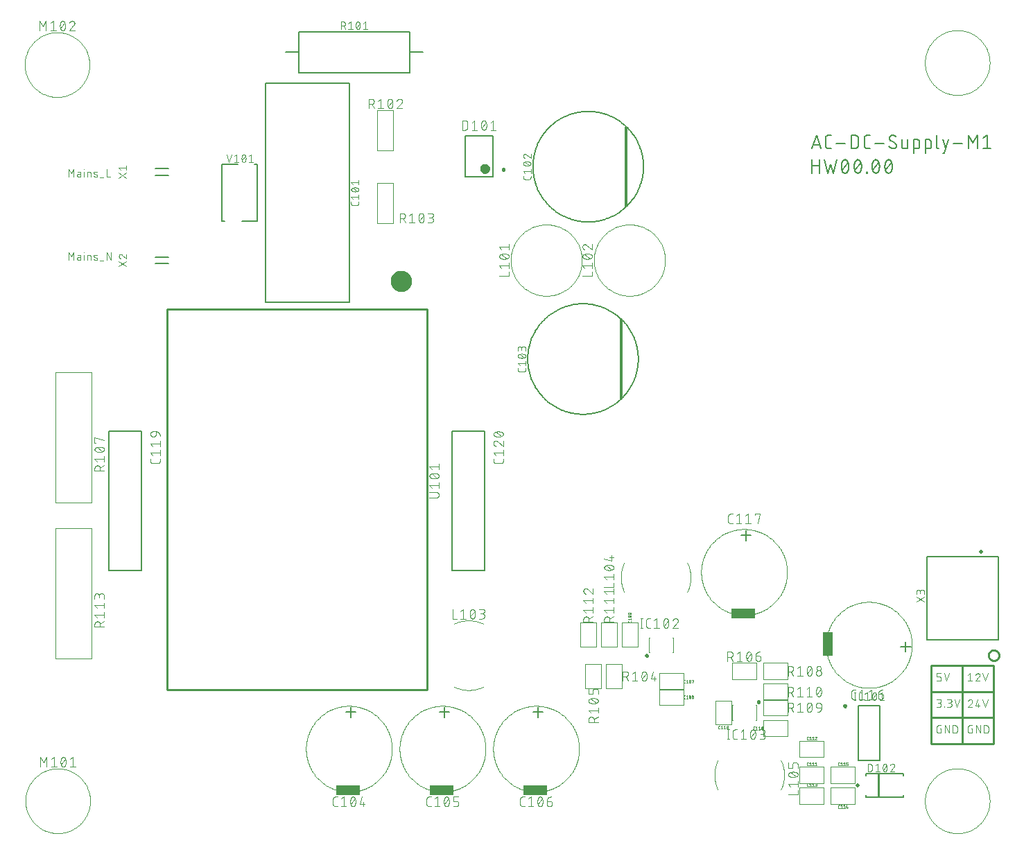
<source format=gbr>
G04 EAGLE Gerber RS-274X export*
G75*
%MOMM*%
%FSLAX34Y34*%
%LPD*%
%INSilkscreen Top*%
%IPPOS*%
%AMOC8*
5,1,8,0,0,1.08239X$1,22.5*%
G01*
%ADD10C,0.076200*%
%ADD11C,0.254000*%
%ADD12C,0.152400*%
%ADD13C,0.150000*%
%ADD14C,0.300000*%
%ADD15C,0.100000*%
%ADD16R,3.000000X1.190000*%
%ADD17C,0.101600*%
%ADD18C,0.050800*%
%ADD19C,0.025400*%
%ADD20R,1.190000X3.000000*%
%ADD21C,0.600000*%
%ADD22C,0.250000*%
%ADD23C,0.200000*%
%ADD24C,0.500000*%
%ADD25C,1.270000*%
%ADD26C,0.127000*%


D10*
X1167653Y172530D02*
X1167651Y172625D01*
X1167645Y172719D01*
X1167636Y172813D01*
X1167623Y172907D01*
X1167606Y173000D01*
X1167585Y173092D01*
X1167560Y173184D01*
X1167532Y173274D01*
X1167500Y173363D01*
X1167465Y173451D01*
X1167426Y173537D01*
X1167384Y173622D01*
X1167338Y173705D01*
X1167289Y173786D01*
X1167237Y173865D01*
X1167182Y173942D01*
X1167123Y174016D01*
X1167062Y174088D01*
X1166998Y174158D01*
X1166931Y174225D01*
X1166861Y174289D01*
X1166789Y174350D01*
X1166715Y174409D01*
X1166638Y174464D01*
X1166559Y174516D01*
X1166478Y174565D01*
X1166395Y174611D01*
X1166310Y174653D01*
X1166224Y174692D01*
X1166136Y174727D01*
X1166047Y174759D01*
X1165957Y174787D01*
X1165865Y174812D01*
X1165773Y174833D01*
X1165680Y174850D01*
X1165586Y174863D01*
X1165492Y174872D01*
X1165398Y174878D01*
X1165303Y174880D01*
X1165303Y174879D02*
X1165195Y174877D01*
X1165086Y174871D01*
X1164978Y174861D01*
X1164871Y174848D01*
X1164764Y174830D01*
X1164657Y174809D01*
X1164552Y174784D01*
X1164447Y174755D01*
X1164344Y174723D01*
X1164242Y174686D01*
X1164141Y174646D01*
X1164042Y174603D01*
X1163944Y174556D01*
X1163848Y174505D01*
X1163754Y174451D01*
X1163662Y174394D01*
X1163572Y174333D01*
X1163484Y174269D01*
X1163399Y174203D01*
X1163316Y174133D01*
X1163236Y174060D01*
X1163158Y173984D01*
X1163083Y173906D01*
X1163011Y173825D01*
X1162942Y173741D01*
X1162876Y173655D01*
X1162813Y173567D01*
X1162754Y173476D01*
X1162697Y173384D01*
X1162644Y173289D01*
X1162595Y173193D01*
X1162549Y173094D01*
X1162506Y172995D01*
X1162467Y172893D01*
X1162432Y172791D01*
X1166869Y170702D02*
X1166938Y170771D01*
X1167004Y170842D01*
X1167068Y170915D01*
X1167129Y170991D01*
X1167187Y171070D01*
X1167241Y171150D01*
X1167293Y171233D01*
X1167341Y171317D01*
X1167387Y171403D01*
X1167428Y171491D01*
X1167467Y171581D01*
X1167502Y171672D01*
X1167533Y171764D01*
X1167561Y171857D01*
X1167585Y171951D01*
X1167605Y172046D01*
X1167622Y172142D01*
X1167635Y172239D01*
X1167644Y172336D01*
X1167650Y172433D01*
X1167652Y172530D01*
X1166869Y170702D02*
X1162431Y165481D01*
X1167652Y165481D01*
X1171575Y167569D02*
X1173663Y174879D01*
X1171575Y167569D02*
X1176796Y167569D01*
X1175230Y169658D02*
X1175230Y165481D01*
X1183329Y165481D02*
X1180197Y174879D01*
X1186462Y174879D02*
X1183329Y165481D01*
X1162431Y204541D02*
X1165042Y206629D01*
X1165042Y197231D01*
X1167652Y197231D02*
X1162431Y197231D01*
X1174447Y206630D02*
X1174542Y206628D01*
X1174636Y206622D01*
X1174730Y206613D01*
X1174824Y206600D01*
X1174917Y206583D01*
X1175009Y206562D01*
X1175101Y206537D01*
X1175191Y206509D01*
X1175280Y206477D01*
X1175368Y206442D01*
X1175454Y206403D01*
X1175539Y206361D01*
X1175622Y206315D01*
X1175703Y206266D01*
X1175782Y206214D01*
X1175859Y206159D01*
X1175933Y206100D01*
X1176005Y206039D01*
X1176075Y205975D01*
X1176142Y205908D01*
X1176206Y205838D01*
X1176267Y205766D01*
X1176326Y205692D01*
X1176381Y205615D01*
X1176433Y205536D01*
X1176482Y205455D01*
X1176528Y205372D01*
X1176570Y205287D01*
X1176609Y205201D01*
X1176644Y205113D01*
X1176676Y205024D01*
X1176704Y204934D01*
X1176729Y204842D01*
X1176750Y204750D01*
X1176767Y204657D01*
X1176780Y204563D01*
X1176789Y204469D01*
X1176795Y204375D01*
X1176797Y204280D01*
X1174447Y206629D02*
X1174339Y206627D01*
X1174230Y206621D01*
X1174122Y206611D01*
X1174015Y206598D01*
X1173908Y206580D01*
X1173801Y206559D01*
X1173696Y206534D01*
X1173591Y206505D01*
X1173488Y206473D01*
X1173386Y206436D01*
X1173285Y206396D01*
X1173186Y206353D01*
X1173088Y206306D01*
X1172992Y206255D01*
X1172898Y206201D01*
X1172806Y206144D01*
X1172716Y206083D01*
X1172628Y206019D01*
X1172543Y205953D01*
X1172460Y205883D01*
X1172380Y205810D01*
X1172302Y205734D01*
X1172227Y205656D01*
X1172155Y205575D01*
X1172086Y205491D01*
X1172020Y205405D01*
X1171957Y205317D01*
X1171898Y205226D01*
X1171841Y205134D01*
X1171788Y205039D01*
X1171739Y204943D01*
X1171693Y204844D01*
X1171650Y204745D01*
X1171611Y204643D01*
X1171576Y204541D01*
X1176013Y202452D02*
X1176082Y202521D01*
X1176148Y202592D01*
X1176212Y202665D01*
X1176273Y202741D01*
X1176331Y202820D01*
X1176385Y202900D01*
X1176437Y202983D01*
X1176485Y203067D01*
X1176531Y203153D01*
X1176572Y203241D01*
X1176611Y203331D01*
X1176646Y203422D01*
X1176677Y203514D01*
X1176705Y203607D01*
X1176729Y203701D01*
X1176749Y203796D01*
X1176766Y203892D01*
X1176779Y203989D01*
X1176788Y204086D01*
X1176794Y204183D01*
X1176796Y204280D01*
X1176013Y202452D02*
X1171575Y197231D01*
X1176796Y197231D01*
X1183329Y197231D02*
X1180197Y206629D01*
X1186462Y206629D02*
X1183329Y197231D01*
X1127464Y197231D02*
X1124331Y197231D01*
X1127464Y197231D02*
X1127553Y197233D01*
X1127641Y197239D01*
X1127729Y197248D01*
X1127817Y197261D01*
X1127904Y197278D01*
X1127990Y197298D01*
X1128075Y197323D01*
X1128160Y197350D01*
X1128243Y197382D01*
X1128324Y197416D01*
X1128404Y197455D01*
X1128482Y197496D01*
X1128559Y197541D01*
X1128633Y197589D01*
X1128706Y197640D01*
X1128776Y197694D01*
X1128843Y197752D01*
X1128909Y197812D01*
X1128971Y197874D01*
X1129031Y197940D01*
X1129089Y198007D01*
X1129143Y198077D01*
X1129194Y198150D01*
X1129242Y198224D01*
X1129287Y198301D01*
X1129328Y198379D01*
X1129367Y198459D01*
X1129401Y198540D01*
X1129433Y198623D01*
X1129460Y198708D01*
X1129485Y198793D01*
X1129505Y198879D01*
X1129522Y198966D01*
X1129535Y199054D01*
X1129544Y199142D01*
X1129550Y199230D01*
X1129552Y199319D01*
X1129552Y200364D01*
X1129550Y200453D01*
X1129544Y200541D01*
X1129535Y200629D01*
X1129522Y200717D01*
X1129505Y200804D01*
X1129485Y200890D01*
X1129460Y200975D01*
X1129433Y201060D01*
X1129401Y201143D01*
X1129367Y201224D01*
X1129328Y201304D01*
X1129287Y201382D01*
X1129242Y201459D01*
X1129194Y201533D01*
X1129143Y201606D01*
X1129089Y201676D01*
X1129031Y201743D01*
X1128971Y201809D01*
X1128909Y201871D01*
X1128843Y201931D01*
X1128776Y201989D01*
X1128706Y202043D01*
X1128633Y202094D01*
X1128559Y202142D01*
X1128482Y202187D01*
X1128404Y202228D01*
X1128324Y202267D01*
X1128243Y202301D01*
X1128160Y202333D01*
X1128075Y202360D01*
X1127990Y202385D01*
X1127904Y202405D01*
X1127817Y202422D01*
X1127729Y202435D01*
X1127641Y202444D01*
X1127553Y202450D01*
X1127464Y202452D01*
X1124331Y202452D01*
X1124331Y206629D01*
X1129552Y206629D01*
X1132953Y206629D02*
X1136086Y197231D01*
X1139218Y206629D01*
X1126942Y165481D02*
X1124331Y165481D01*
X1126942Y165481D02*
X1127043Y165483D01*
X1127144Y165489D01*
X1127245Y165499D01*
X1127345Y165512D01*
X1127445Y165530D01*
X1127544Y165551D01*
X1127642Y165577D01*
X1127739Y165606D01*
X1127835Y165638D01*
X1127929Y165675D01*
X1128022Y165715D01*
X1128114Y165759D01*
X1128203Y165806D01*
X1128291Y165857D01*
X1128377Y165911D01*
X1128460Y165968D01*
X1128542Y166028D01*
X1128620Y166092D01*
X1128697Y166158D01*
X1128770Y166228D01*
X1128841Y166300D01*
X1128909Y166375D01*
X1128974Y166453D01*
X1129036Y166533D01*
X1129095Y166615D01*
X1129151Y166700D01*
X1129203Y166786D01*
X1129252Y166875D01*
X1129298Y166966D01*
X1129339Y167058D01*
X1129378Y167152D01*
X1129412Y167247D01*
X1129443Y167343D01*
X1129470Y167441D01*
X1129494Y167539D01*
X1129513Y167639D01*
X1129529Y167739D01*
X1129541Y167839D01*
X1129549Y167940D01*
X1129553Y168041D01*
X1129553Y168143D01*
X1129549Y168244D01*
X1129541Y168345D01*
X1129529Y168445D01*
X1129513Y168545D01*
X1129494Y168645D01*
X1129470Y168743D01*
X1129443Y168841D01*
X1129412Y168937D01*
X1129378Y169032D01*
X1129339Y169126D01*
X1129298Y169218D01*
X1129252Y169309D01*
X1129203Y169397D01*
X1129151Y169484D01*
X1129095Y169569D01*
X1129036Y169651D01*
X1128974Y169731D01*
X1128909Y169809D01*
X1128841Y169884D01*
X1128770Y169956D01*
X1128697Y170026D01*
X1128620Y170092D01*
X1128542Y170156D01*
X1128460Y170216D01*
X1128377Y170273D01*
X1128291Y170327D01*
X1128203Y170378D01*
X1128114Y170425D01*
X1128022Y170469D01*
X1127929Y170509D01*
X1127835Y170546D01*
X1127739Y170578D01*
X1127642Y170607D01*
X1127544Y170633D01*
X1127445Y170654D01*
X1127345Y170672D01*
X1127245Y170685D01*
X1127144Y170695D01*
X1127043Y170701D01*
X1126942Y170703D01*
X1127464Y174879D02*
X1124331Y174879D01*
X1127464Y174879D02*
X1127554Y174877D01*
X1127643Y174871D01*
X1127733Y174862D01*
X1127822Y174848D01*
X1127910Y174831D01*
X1127997Y174810D01*
X1128084Y174785D01*
X1128169Y174756D01*
X1128253Y174724D01*
X1128335Y174689D01*
X1128416Y174649D01*
X1128495Y174607D01*
X1128572Y174561D01*
X1128647Y174511D01*
X1128720Y174459D01*
X1128791Y174403D01*
X1128859Y174345D01*
X1128924Y174283D01*
X1128987Y174219D01*
X1129047Y174152D01*
X1129104Y174083D01*
X1129158Y174011D01*
X1129209Y173937D01*
X1129257Y173861D01*
X1129301Y173783D01*
X1129342Y173703D01*
X1129380Y173621D01*
X1129414Y173538D01*
X1129444Y173453D01*
X1129471Y173367D01*
X1129494Y173281D01*
X1129513Y173193D01*
X1129528Y173104D01*
X1129540Y173015D01*
X1129548Y172926D01*
X1129552Y172836D01*
X1129552Y172746D01*
X1129548Y172656D01*
X1129540Y172567D01*
X1129528Y172478D01*
X1129513Y172389D01*
X1129494Y172301D01*
X1129471Y172215D01*
X1129444Y172129D01*
X1129414Y172044D01*
X1129380Y171961D01*
X1129342Y171879D01*
X1129301Y171799D01*
X1129257Y171721D01*
X1129209Y171645D01*
X1129158Y171571D01*
X1129104Y171499D01*
X1129047Y171430D01*
X1128987Y171363D01*
X1128924Y171299D01*
X1128859Y171237D01*
X1128791Y171179D01*
X1128720Y171123D01*
X1128647Y171071D01*
X1128572Y171021D01*
X1128495Y170975D01*
X1128416Y170933D01*
X1128335Y170893D01*
X1128253Y170858D01*
X1128169Y170826D01*
X1128084Y170797D01*
X1127997Y170772D01*
X1127910Y170751D01*
X1127822Y170734D01*
X1127733Y170720D01*
X1127643Y170711D01*
X1127554Y170705D01*
X1127464Y170703D01*
X1127464Y170702D02*
X1125375Y170702D01*
X1133081Y166003D02*
X1133081Y165481D01*
X1133081Y166003D02*
X1133603Y166003D01*
X1133603Y165481D01*
X1133081Y165481D01*
X1137133Y165481D02*
X1139743Y165481D01*
X1139844Y165483D01*
X1139945Y165489D01*
X1140046Y165499D01*
X1140146Y165512D01*
X1140246Y165530D01*
X1140345Y165551D01*
X1140443Y165577D01*
X1140540Y165606D01*
X1140636Y165638D01*
X1140730Y165675D01*
X1140823Y165715D01*
X1140915Y165759D01*
X1141004Y165806D01*
X1141092Y165857D01*
X1141178Y165911D01*
X1141261Y165968D01*
X1141343Y166028D01*
X1141421Y166092D01*
X1141498Y166158D01*
X1141571Y166228D01*
X1141642Y166300D01*
X1141710Y166375D01*
X1141775Y166453D01*
X1141837Y166533D01*
X1141896Y166615D01*
X1141952Y166700D01*
X1142004Y166786D01*
X1142053Y166875D01*
X1142099Y166966D01*
X1142140Y167058D01*
X1142179Y167152D01*
X1142213Y167247D01*
X1142244Y167343D01*
X1142271Y167441D01*
X1142295Y167539D01*
X1142314Y167639D01*
X1142330Y167739D01*
X1142342Y167839D01*
X1142350Y167940D01*
X1142354Y168041D01*
X1142354Y168143D01*
X1142350Y168244D01*
X1142342Y168345D01*
X1142330Y168445D01*
X1142314Y168545D01*
X1142295Y168645D01*
X1142271Y168743D01*
X1142244Y168841D01*
X1142213Y168937D01*
X1142179Y169032D01*
X1142140Y169126D01*
X1142099Y169218D01*
X1142053Y169309D01*
X1142004Y169397D01*
X1141952Y169484D01*
X1141896Y169569D01*
X1141837Y169651D01*
X1141775Y169731D01*
X1141710Y169809D01*
X1141642Y169884D01*
X1141571Y169956D01*
X1141498Y170026D01*
X1141421Y170092D01*
X1141343Y170156D01*
X1141261Y170216D01*
X1141178Y170273D01*
X1141092Y170327D01*
X1141004Y170378D01*
X1140915Y170425D01*
X1140823Y170469D01*
X1140730Y170509D01*
X1140636Y170546D01*
X1140540Y170578D01*
X1140443Y170607D01*
X1140345Y170633D01*
X1140246Y170654D01*
X1140146Y170672D01*
X1140046Y170685D01*
X1139945Y170695D01*
X1139844Y170701D01*
X1139743Y170703D01*
X1140265Y174879D02*
X1137133Y174879D01*
X1140265Y174879D02*
X1140355Y174877D01*
X1140444Y174871D01*
X1140534Y174862D01*
X1140623Y174848D01*
X1140711Y174831D01*
X1140798Y174810D01*
X1140885Y174785D01*
X1140970Y174756D01*
X1141054Y174724D01*
X1141136Y174689D01*
X1141217Y174649D01*
X1141296Y174607D01*
X1141373Y174561D01*
X1141448Y174511D01*
X1141521Y174459D01*
X1141592Y174403D01*
X1141660Y174345D01*
X1141725Y174283D01*
X1141788Y174219D01*
X1141848Y174152D01*
X1141905Y174083D01*
X1141959Y174011D01*
X1142010Y173937D01*
X1142058Y173861D01*
X1142102Y173783D01*
X1142143Y173703D01*
X1142181Y173621D01*
X1142215Y173538D01*
X1142245Y173453D01*
X1142272Y173367D01*
X1142295Y173281D01*
X1142314Y173193D01*
X1142329Y173104D01*
X1142341Y173015D01*
X1142349Y172926D01*
X1142353Y172836D01*
X1142353Y172746D01*
X1142349Y172656D01*
X1142341Y172567D01*
X1142329Y172478D01*
X1142314Y172389D01*
X1142295Y172301D01*
X1142272Y172215D01*
X1142245Y172129D01*
X1142215Y172044D01*
X1142181Y171961D01*
X1142143Y171879D01*
X1142102Y171799D01*
X1142058Y171721D01*
X1142010Y171645D01*
X1141959Y171571D01*
X1141905Y171499D01*
X1141848Y171430D01*
X1141788Y171363D01*
X1141725Y171299D01*
X1141660Y171237D01*
X1141592Y171179D01*
X1141521Y171123D01*
X1141448Y171071D01*
X1141373Y171021D01*
X1141296Y170975D01*
X1141217Y170933D01*
X1141136Y170893D01*
X1141054Y170858D01*
X1140970Y170826D01*
X1140885Y170797D01*
X1140798Y170772D01*
X1140711Y170751D01*
X1140623Y170734D01*
X1140534Y170720D01*
X1140444Y170711D01*
X1140355Y170705D01*
X1140265Y170703D01*
X1140265Y170702D02*
X1138177Y170702D01*
X1145754Y174879D02*
X1148887Y165481D01*
X1152020Y174879D01*
X1129552Y138952D02*
X1127986Y138952D01*
X1129552Y138952D02*
X1129552Y133731D01*
X1126419Y133731D01*
X1126330Y133733D01*
X1126242Y133739D01*
X1126154Y133748D01*
X1126066Y133761D01*
X1125979Y133778D01*
X1125893Y133798D01*
X1125808Y133823D01*
X1125723Y133850D01*
X1125640Y133882D01*
X1125559Y133916D01*
X1125479Y133955D01*
X1125401Y133996D01*
X1125324Y134041D01*
X1125250Y134089D01*
X1125177Y134140D01*
X1125107Y134194D01*
X1125040Y134252D01*
X1124974Y134312D01*
X1124912Y134374D01*
X1124852Y134440D01*
X1124794Y134507D01*
X1124740Y134577D01*
X1124689Y134650D01*
X1124641Y134724D01*
X1124596Y134801D01*
X1124555Y134879D01*
X1124516Y134959D01*
X1124482Y135040D01*
X1124450Y135123D01*
X1124423Y135208D01*
X1124398Y135293D01*
X1124378Y135379D01*
X1124361Y135466D01*
X1124348Y135554D01*
X1124339Y135642D01*
X1124333Y135730D01*
X1124331Y135819D01*
X1124331Y141041D01*
X1124333Y141132D01*
X1124339Y141223D01*
X1124349Y141314D01*
X1124363Y141404D01*
X1124380Y141493D01*
X1124402Y141581D01*
X1124428Y141669D01*
X1124457Y141755D01*
X1124490Y141840D01*
X1124527Y141923D01*
X1124567Y142005D01*
X1124611Y142085D01*
X1124658Y142163D01*
X1124709Y142239D01*
X1124762Y142312D01*
X1124819Y142383D01*
X1124880Y142452D01*
X1124943Y142517D01*
X1125008Y142580D01*
X1125077Y142640D01*
X1125148Y142698D01*
X1125221Y142751D01*
X1125297Y142802D01*
X1125375Y142849D01*
X1125455Y142893D01*
X1125537Y142933D01*
X1125620Y142970D01*
X1125705Y143003D01*
X1125791Y143032D01*
X1125879Y143058D01*
X1125967Y143080D01*
X1126056Y143097D01*
X1126146Y143111D01*
X1126237Y143121D01*
X1126328Y143127D01*
X1126419Y143129D01*
X1129552Y143129D01*
X1134085Y143129D02*
X1134085Y133731D01*
X1139306Y133731D02*
X1134085Y143129D01*
X1139306Y143129D02*
X1139306Y133731D01*
X1143838Y133731D02*
X1143838Y143129D01*
X1146449Y143129D01*
X1146549Y143127D01*
X1146649Y143121D01*
X1146748Y143112D01*
X1146848Y143098D01*
X1146946Y143081D01*
X1147044Y143060D01*
X1147141Y143036D01*
X1147237Y143007D01*
X1147332Y142975D01*
X1147425Y142940D01*
X1147517Y142901D01*
X1147608Y142858D01*
X1147696Y142812D01*
X1147783Y142762D01*
X1147868Y142710D01*
X1147951Y142654D01*
X1148032Y142595D01*
X1148110Y142532D01*
X1148186Y142467D01*
X1148260Y142399D01*
X1148330Y142329D01*
X1148398Y142255D01*
X1148463Y142179D01*
X1148526Y142101D01*
X1148585Y142020D01*
X1148641Y141937D01*
X1148693Y141852D01*
X1148743Y141765D01*
X1148789Y141677D01*
X1148832Y141586D01*
X1148871Y141494D01*
X1148906Y141401D01*
X1148938Y141306D01*
X1148967Y141210D01*
X1148991Y141113D01*
X1149012Y141015D01*
X1149029Y140917D01*
X1149043Y140817D01*
X1149052Y140718D01*
X1149058Y140618D01*
X1149060Y140518D01*
X1149059Y140518D02*
X1149059Y136342D01*
X1149060Y136342D02*
X1149058Y136242D01*
X1149052Y136142D01*
X1149043Y136043D01*
X1149029Y135943D01*
X1149012Y135845D01*
X1148991Y135747D01*
X1148967Y135650D01*
X1148938Y135554D01*
X1148906Y135459D01*
X1148871Y135366D01*
X1148832Y135274D01*
X1148789Y135183D01*
X1148743Y135095D01*
X1148693Y135008D01*
X1148641Y134923D01*
X1148585Y134840D01*
X1148526Y134759D01*
X1148463Y134681D01*
X1148398Y134605D01*
X1148330Y134531D01*
X1148260Y134461D01*
X1148186Y134393D01*
X1148110Y134328D01*
X1148032Y134265D01*
X1147951Y134206D01*
X1147868Y134150D01*
X1147783Y134098D01*
X1147696Y134048D01*
X1147608Y134002D01*
X1147517Y133959D01*
X1147425Y133920D01*
X1147332Y133885D01*
X1147237Y133853D01*
X1147141Y133824D01*
X1147044Y133800D01*
X1146946Y133779D01*
X1146848Y133762D01*
X1146748Y133748D01*
X1146649Y133739D01*
X1146549Y133733D01*
X1146449Y133731D01*
X1143838Y133731D01*
X1166086Y138952D02*
X1167652Y138952D01*
X1167652Y133731D01*
X1164519Y133731D01*
X1164430Y133733D01*
X1164342Y133739D01*
X1164254Y133748D01*
X1164166Y133761D01*
X1164079Y133778D01*
X1163993Y133798D01*
X1163908Y133823D01*
X1163823Y133850D01*
X1163740Y133882D01*
X1163659Y133916D01*
X1163579Y133955D01*
X1163501Y133996D01*
X1163424Y134041D01*
X1163350Y134089D01*
X1163277Y134140D01*
X1163207Y134194D01*
X1163140Y134252D01*
X1163074Y134312D01*
X1163012Y134374D01*
X1162952Y134440D01*
X1162894Y134507D01*
X1162840Y134577D01*
X1162789Y134650D01*
X1162741Y134724D01*
X1162696Y134801D01*
X1162655Y134879D01*
X1162616Y134959D01*
X1162582Y135040D01*
X1162550Y135123D01*
X1162523Y135208D01*
X1162498Y135293D01*
X1162478Y135379D01*
X1162461Y135466D01*
X1162448Y135554D01*
X1162439Y135642D01*
X1162433Y135730D01*
X1162431Y135819D01*
X1162431Y141041D01*
X1162433Y141132D01*
X1162439Y141223D01*
X1162449Y141314D01*
X1162463Y141404D01*
X1162480Y141493D01*
X1162502Y141581D01*
X1162528Y141669D01*
X1162557Y141755D01*
X1162590Y141840D01*
X1162627Y141923D01*
X1162667Y142005D01*
X1162711Y142085D01*
X1162758Y142163D01*
X1162809Y142239D01*
X1162862Y142312D01*
X1162919Y142383D01*
X1162980Y142452D01*
X1163043Y142517D01*
X1163108Y142580D01*
X1163177Y142640D01*
X1163248Y142698D01*
X1163321Y142751D01*
X1163397Y142802D01*
X1163475Y142849D01*
X1163555Y142893D01*
X1163637Y142933D01*
X1163720Y142970D01*
X1163805Y143003D01*
X1163891Y143032D01*
X1163979Y143058D01*
X1164067Y143080D01*
X1164156Y143097D01*
X1164246Y143111D01*
X1164337Y143121D01*
X1164428Y143127D01*
X1164519Y143129D01*
X1167652Y143129D01*
X1172185Y143129D02*
X1172185Y133731D01*
X1177406Y133731D02*
X1172185Y143129D01*
X1177406Y143129D02*
X1177406Y133731D01*
X1181938Y133731D02*
X1181938Y143129D01*
X1184549Y143129D01*
X1184649Y143127D01*
X1184749Y143121D01*
X1184848Y143112D01*
X1184948Y143098D01*
X1185046Y143081D01*
X1185144Y143060D01*
X1185241Y143036D01*
X1185337Y143007D01*
X1185432Y142975D01*
X1185525Y142940D01*
X1185617Y142901D01*
X1185708Y142858D01*
X1185796Y142812D01*
X1185883Y142762D01*
X1185968Y142710D01*
X1186051Y142654D01*
X1186132Y142595D01*
X1186210Y142532D01*
X1186286Y142467D01*
X1186360Y142399D01*
X1186430Y142329D01*
X1186498Y142255D01*
X1186563Y142179D01*
X1186626Y142101D01*
X1186685Y142020D01*
X1186741Y141937D01*
X1186793Y141852D01*
X1186843Y141765D01*
X1186889Y141677D01*
X1186932Y141586D01*
X1186971Y141494D01*
X1187006Y141401D01*
X1187038Y141306D01*
X1187067Y141210D01*
X1187091Y141113D01*
X1187112Y141015D01*
X1187129Y140917D01*
X1187143Y140817D01*
X1187152Y140718D01*
X1187158Y140618D01*
X1187160Y140518D01*
X1187159Y140518D02*
X1187159Y136342D01*
X1187160Y136342D02*
X1187158Y136242D01*
X1187152Y136142D01*
X1187143Y136043D01*
X1187129Y135943D01*
X1187112Y135845D01*
X1187091Y135747D01*
X1187067Y135650D01*
X1187038Y135554D01*
X1187006Y135459D01*
X1186971Y135366D01*
X1186932Y135274D01*
X1186889Y135183D01*
X1186843Y135095D01*
X1186793Y135008D01*
X1186741Y134923D01*
X1186685Y134840D01*
X1186626Y134759D01*
X1186563Y134681D01*
X1186498Y134605D01*
X1186430Y134531D01*
X1186360Y134461D01*
X1186286Y134393D01*
X1186210Y134328D01*
X1186132Y134265D01*
X1186051Y134206D01*
X1185968Y134150D01*
X1185883Y134098D01*
X1185796Y134048D01*
X1185708Y134002D01*
X1185617Y133959D01*
X1185525Y133920D01*
X1185432Y133885D01*
X1185337Y133853D01*
X1185241Y133824D01*
X1185144Y133800D01*
X1185046Y133779D01*
X1184948Y133762D01*
X1184848Y133748D01*
X1184749Y133739D01*
X1184649Y133733D01*
X1184549Y133731D01*
X1181938Y133731D01*
D11*
X1193800Y184150D02*
X1117600Y184150D01*
X1117600Y152400D01*
X1117600Y120650D01*
X1117600Y184150D02*
X1117600Y215900D01*
X1155700Y215900D01*
X1193800Y215900D01*
X1193800Y152400D01*
X1193800Y120650D01*
X1155700Y120650D01*
X1117600Y120650D01*
X1117600Y152400D02*
X1193800Y152400D01*
X1155700Y120650D02*
X1155700Y215900D01*
X1187450Y228600D02*
X1187452Y228759D01*
X1187458Y228918D01*
X1187468Y229076D01*
X1187482Y229235D01*
X1187500Y229393D01*
X1187521Y229550D01*
X1187547Y229707D01*
X1187577Y229863D01*
X1187610Y230019D01*
X1187648Y230173D01*
X1187689Y230327D01*
X1187734Y230479D01*
X1187783Y230630D01*
X1187836Y230780D01*
X1187892Y230929D01*
X1187953Y231076D01*
X1188016Y231221D01*
X1188084Y231365D01*
X1188155Y231508D01*
X1188229Y231648D01*
X1188307Y231786D01*
X1188389Y231923D01*
X1188474Y232057D01*
X1188562Y232190D01*
X1188653Y232320D01*
X1188748Y232447D01*
X1188846Y232572D01*
X1188947Y232695D01*
X1189051Y232815D01*
X1189158Y232933D01*
X1189268Y233048D01*
X1189381Y233160D01*
X1189496Y233269D01*
X1189614Y233375D01*
X1189735Y233479D01*
X1189859Y233579D01*
X1189984Y233676D01*
X1190113Y233770D01*
X1190243Y233860D01*
X1190376Y233948D01*
X1190511Y234032D01*
X1190648Y234112D01*
X1190787Y234190D01*
X1190928Y234263D01*
X1191070Y234333D01*
X1191215Y234400D01*
X1191361Y234463D01*
X1191508Y234522D01*
X1191657Y234578D01*
X1191808Y234629D01*
X1191959Y234677D01*
X1192112Y234721D01*
X1192266Y234762D01*
X1192420Y234798D01*
X1192576Y234831D01*
X1192732Y234860D01*
X1192889Y234884D01*
X1193047Y234905D01*
X1193205Y234922D01*
X1193363Y234935D01*
X1193522Y234944D01*
X1193681Y234949D01*
X1193840Y234950D01*
X1193999Y234947D01*
X1194157Y234940D01*
X1194316Y234929D01*
X1194474Y234914D01*
X1194632Y234895D01*
X1194789Y234872D01*
X1194946Y234846D01*
X1195102Y234815D01*
X1195257Y234781D01*
X1195411Y234742D01*
X1195565Y234700D01*
X1195717Y234654D01*
X1195868Y234604D01*
X1196017Y234550D01*
X1196166Y234493D01*
X1196312Y234432D01*
X1196458Y234367D01*
X1196601Y234299D01*
X1196743Y234227D01*
X1196883Y234151D01*
X1197021Y234073D01*
X1197157Y233990D01*
X1197291Y233905D01*
X1197422Y233816D01*
X1197552Y233723D01*
X1197679Y233628D01*
X1197803Y233529D01*
X1197926Y233427D01*
X1198045Y233323D01*
X1198162Y233215D01*
X1198276Y233104D01*
X1198387Y232991D01*
X1198496Y232875D01*
X1198601Y232756D01*
X1198704Y232634D01*
X1198803Y232510D01*
X1198900Y232384D01*
X1198993Y232255D01*
X1199083Y232124D01*
X1199169Y231990D01*
X1199252Y231855D01*
X1199332Y231717D01*
X1199408Y231578D01*
X1199481Y231437D01*
X1199550Y231294D01*
X1199616Y231149D01*
X1199678Y231002D01*
X1199736Y230855D01*
X1199791Y230705D01*
X1199842Y230555D01*
X1199889Y230403D01*
X1199932Y230250D01*
X1199971Y230096D01*
X1200007Y229941D01*
X1200038Y229785D01*
X1200066Y229629D01*
X1200090Y229472D01*
X1200110Y229314D01*
X1200126Y229156D01*
X1200138Y228997D01*
X1200146Y228838D01*
X1200150Y228679D01*
X1200150Y228521D01*
X1200146Y228362D01*
X1200138Y228203D01*
X1200126Y228044D01*
X1200110Y227886D01*
X1200090Y227728D01*
X1200066Y227571D01*
X1200038Y227415D01*
X1200007Y227259D01*
X1199971Y227104D01*
X1199932Y226950D01*
X1199889Y226797D01*
X1199842Y226645D01*
X1199791Y226495D01*
X1199736Y226345D01*
X1199678Y226198D01*
X1199616Y226051D01*
X1199550Y225906D01*
X1199481Y225763D01*
X1199408Y225622D01*
X1199332Y225483D01*
X1199252Y225345D01*
X1199169Y225210D01*
X1199083Y225076D01*
X1198993Y224945D01*
X1198900Y224816D01*
X1198803Y224690D01*
X1198704Y224566D01*
X1198601Y224444D01*
X1198496Y224325D01*
X1198387Y224209D01*
X1198276Y224096D01*
X1198162Y223985D01*
X1198045Y223877D01*
X1197926Y223773D01*
X1197803Y223671D01*
X1197679Y223572D01*
X1197552Y223477D01*
X1197422Y223384D01*
X1197291Y223295D01*
X1197157Y223210D01*
X1197021Y223127D01*
X1196883Y223049D01*
X1196743Y222973D01*
X1196601Y222901D01*
X1196458Y222833D01*
X1196312Y222768D01*
X1196166Y222707D01*
X1196017Y222650D01*
X1195868Y222596D01*
X1195717Y222546D01*
X1195565Y222500D01*
X1195411Y222458D01*
X1195257Y222419D01*
X1195102Y222385D01*
X1194946Y222354D01*
X1194789Y222328D01*
X1194632Y222305D01*
X1194474Y222286D01*
X1194316Y222271D01*
X1194157Y222260D01*
X1193999Y222253D01*
X1193840Y222250D01*
X1193681Y222251D01*
X1193522Y222256D01*
X1193363Y222265D01*
X1193205Y222278D01*
X1193047Y222295D01*
X1192889Y222316D01*
X1192732Y222340D01*
X1192576Y222369D01*
X1192420Y222402D01*
X1192266Y222438D01*
X1192112Y222479D01*
X1191959Y222523D01*
X1191808Y222571D01*
X1191657Y222622D01*
X1191508Y222678D01*
X1191361Y222737D01*
X1191215Y222800D01*
X1191070Y222867D01*
X1190928Y222937D01*
X1190787Y223010D01*
X1190648Y223088D01*
X1190511Y223168D01*
X1190376Y223252D01*
X1190243Y223340D01*
X1190113Y223430D01*
X1189984Y223524D01*
X1189859Y223621D01*
X1189735Y223721D01*
X1189614Y223825D01*
X1189496Y223931D01*
X1189381Y224040D01*
X1189268Y224152D01*
X1189158Y224267D01*
X1189051Y224385D01*
X1188947Y224505D01*
X1188846Y224628D01*
X1188748Y224753D01*
X1188653Y224880D01*
X1188562Y225010D01*
X1188474Y225143D01*
X1188389Y225277D01*
X1188307Y225414D01*
X1188229Y225552D01*
X1188155Y225692D01*
X1188084Y225835D01*
X1188016Y225979D01*
X1187953Y226124D01*
X1187892Y226271D01*
X1187836Y226420D01*
X1187783Y226570D01*
X1187734Y226721D01*
X1187689Y226873D01*
X1187648Y227027D01*
X1187610Y227181D01*
X1187577Y227337D01*
X1187547Y227493D01*
X1187521Y227650D01*
X1187500Y227807D01*
X1187482Y227965D01*
X1187468Y228124D01*
X1187458Y228282D01*
X1187452Y228441D01*
X1187450Y228600D01*
D10*
X63881Y813181D02*
X63881Y822579D01*
X67014Y817358D01*
X70146Y822579D01*
X70146Y813181D01*
X76156Y816836D02*
X78505Y816836D01*
X76156Y816835D02*
X76072Y816833D01*
X75987Y816827D01*
X75904Y816817D01*
X75820Y816804D01*
X75738Y816786D01*
X75656Y816765D01*
X75575Y816740D01*
X75496Y816712D01*
X75418Y816679D01*
X75342Y816643D01*
X75267Y816604D01*
X75194Y816561D01*
X75123Y816515D01*
X75055Y816466D01*
X74989Y816414D01*
X74925Y816358D01*
X74864Y816300D01*
X74806Y816239D01*
X74750Y816175D01*
X74698Y816109D01*
X74649Y816041D01*
X74603Y815970D01*
X74560Y815897D01*
X74521Y815822D01*
X74485Y815746D01*
X74452Y815668D01*
X74424Y815589D01*
X74399Y815508D01*
X74378Y815426D01*
X74360Y815344D01*
X74347Y815260D01*
X74337Y815177D01*
X74331Y815092D01*
X74329Y815008D01*
X74331Y814924D01*
X74337Y814839D01*
X74347Y814756D01*
X74360Y814672D01*
X74378Y814590D01*
X74399Y814508D01*
X74424Y814427D01*
X74452Y814348D01*
X74485Y814270D01*
X74521Y814194D01*
X74560Y814119D01*
X74603Y814046D01*
X74649Y813975D01*
X74698Y813907D01*
X74750Y813841D01*
X74806Y813777D01*
X74864Y813716D01*
X74925Y813658D01*
X74989Y813602D01*
X75055Y813550D01*
X75123Y813501D01*
X75194Y813455D01*
X75267Y813412D01*
X75342Y813373D01*
X75418Y813337D01*
X75496Y813304D01*
X75575Y813276D01*
X75656Y813251D01*
X75738Y813230D01*
X75820Y813212D01*
X75904Y813199D01*
X75987Y813189D01*
X76072Y813183D01*
X76156Y813181D01*
X78505Y813181D01*
X78505Y817880D01*
X78503Y817957D01*
X78497Y818033D01*
X78488Y818110D01*
X78475Y818186D01*
X78458Y818261D01*
X78438Y818335D01*
X78413Y818408D01*
X78386Y818479D01*
X78355Y818550D01*
X78320Y818618D01*
X78282Y818685D01*
X78241Y818750D01*
X78197Y818813D01*
X78150Y818873D01*
X78099Y818932D01*
X78046Y818987D01*
X77991Y819040D01*
X77932Y819091D01*
X77872Y819138D01*
X77809Y819182D01*
X77744Y819223D01*
X77677Y819261D01*
X77609Y819296D01*
X77538Y819327D01*
X77467Y819354D01*
X77394Y819379D01*
X77320Y819399D01*
X77245Y819416D01*
X77169Y819429D01*
X77092Y819438D01*
X77016Y819444D01*
X76939Y819446D01*
X74850Y819446D01*
X82558Y819446D02*
X82558Y813181D01*
X82297Y822057D02*
X82297Y822579D01*
X82819Y822579D01*
X82819Y822057D01*
X82297Y822057D01*
X86566Y819446D02*
X86566Y813181D01*
X86566Y819446D02*
X89176Y819446D01*
X89253Y819444D01*
X89329Y819438D01*
X89406Y819429D01*
X89482Y819416D01*
X89557Y819399D01*
X89631Y819379D01*
X89704Y819354D01*
X89775Y819327D01*
X89846Y819296D01*
X89914Y819261D01*
X89981Y819223D01*
X90046Y819182D01*
X90109Y819138D01*
X90169Y819091D01*
X90228Y819040D01*
X90283Y818987D01*
X90336Y818932D01*
X90387Y818873D01*
X90434Y818813D01*
X90478Y818750D01*
X90519Y818685D01*
X90557Y818618D01*
X90592Y818550D01*
X90623Y818479D01*
X90650Y818408D01*
X90675Y818335D01*
X90695Y818261D01*
X90712Y818186D01*
X90725Y818110D01*
X90734Y818034D01*
X90740Y817957D01*
X90742Y817880D01*
X90743Y817880D02*
X90743Y813181D01*
X95579Y816836D02*
X98189Y815792D01*
X95578Y816836D02*
X95512Y816864D01*
X95447Y816897D01*
X95384Y816932D01*
X95323Y816971D01*
X95264Y817013D01*
X95208Y817058D01*
X95154Y817106D01*
X95103Y817157D01*
X95054Y817210D01*
X95009Y817267D01*
X94966Y817325D01*
X94927Y817385D01*
X94890Y817448D01*
X94858Y817513D01*
X94829Y817579D01*
X94803Y817646D01*
X94781Y817715D01*
X94763Y817785D01*
X94748Y817856D01*
X94737Y817927D01*
X94730Y817999D01*
X94727Y818071D01*
X94728Y818143D01*
X94733Y818216D01*
X94741Y818287D01*
X94753Y818359D01*
X94769Y818429D01*
X94789Y818498D01*
X94813Y818567D01*
X94840Y818634D01*
X94870Y818699D01*
X94904Y818763D01*
X94942Y818825D01*
X94982Y818885D01*
X95026Y818942D01*
X95073Y818997D01*
X95123Y819050D01*
X95175Y819099D01*
X95230Y819146D01*
X95287Y819190D01*
X95347Y819231D01*
X95409Y819268D01*
X95473Y819303D01*
X95538Y819333D01*
X95605Y819361D01*
X95673Y819384D01*
X95743Y819404D01*
X95813Y819420D01*
X95884Y819433D01*
X95956Y819441D01*
X96028Y819446D01*
X96100Y819447D01*
X96101Y819446D02*
X96252Y819442D01*
X96403Y819434D01*
X96554Y819423D01*
X96705Y819407D01*
X96855Y819387D01*
X97005Y819364D01*
X97154Y819337D01*
X97302Y819306D01*
X97450Y819271D01*
X97596Y819233D01*
X97742Y819190D01*
X97886Y819144D01*
X98029Y819095D01*
X98171Y819042D01*
X98311Y818985D01*
X98450Y818924D01*
X98189Y815792D02*
X98255Y815764D01*
X98320Y815731D01*
X98383Y815696D01*
X98444Y815657D01*
X98503Y815615D01*
X98559Y815570D01*
X98613Y815522D01*
X98664Y815471D01*
X98713Y815418D01*
X98758Y815361D01*
X98801Y815303D01*
X98840Y815243D01*
X98877Y815180D01*
X98909Y815115D01*
X98938Y815049D01*
X98964Y814982D01*
X98986Y814913D01*
X99004Y814843D01*
X99019Y814772D01*
X99030Y814701D01*
X99037Y814629D01*
X99040Y814557D01*
X99039Y814485D01*
X99034Y814412D01*
X99026Y814341D01*
X99014Y814269D01*
X98998Y814199D01*
X98978Y814130D01*
X98954Y814061D01*
X98927Y813994D01*
X98897Y813929D01*
X98863Y813865D01*
X98825Y813803D01*
X98785Y813743D01*
X98741Y813686D01*
X98694Y813631D01*
X98644Y813578D01*
X98592Y813529D01*
X98537Y813482D01*
X98480Y813438D01*
X98420Y813397D01*
X98358Y813360D01*
X98294Y813325D01*
X98229Y813295D01*
X98162Y813267D01*
X98094Y813244D01*
X98024Y813224D01*
X97954Y813208D01*
X97883Y813195D01*
X97811Y813187D01*
X97739Y813182D01*
X97667Y813181D01*
X97457Y813186D01*
X97248Y813197D01*
X97039Y813212D01*
X96831Y813232D01*
X96623Y813258D01*
X96416Y813288D01*
X96209Y813323D01*
X96004Y813363D01*
X95799Y813407D01*
X95596Y813457D01*
X95393Y813511D01*
X95192Y813571D01*
X94993Y813634D01*
X94795Y813703D01*
X102415Y812137D02*
X106592Y812137D01*
X110445Y813181D02*
X110445Y822579D01*
X110445Y813181D02*
X114622Y813181D01*
X63881Y720979D02*
X63881Y711581D01*
X67014Y715758D02*
X63881Y720979D01*
X67014Y715758D02*
X70146Y720979D01*
X70146Y711581D01*
X76156Y715236D02*
X78505Y715236D01*
X76156Y715235D02*
X76072Y715233D01*
X75987Y715227D01*
X75904Y715217D01*
X75820Y715204D01*
X75738Y715186D01*
X75656Y715165D01*
X75575Y715140D01*
X75496Y715112D01*
X75418Y715079D01*
X75342Y715043D01*
X75267Y715004D01*
X75194Y714961D01*
X75123Y714915D01*
X75055Y714866D01*
X74989Y714814D01*
X74925Y714758D01*
X74864Y714700D01*
X74806Y714639D01*
X74750Y714575D01*
X74698Y714509D01*
X74649Y714441D01*
X74603Y714370D01*
X74560Y714297D01*
X74521Y714222D01*
X74485Y714146D01*
X74452Y714068D01*
X74424Y713989D01*
X74399Y713908D01*
X74378Y713826D01*
X74360Y713744D01*
X74347Y713660D01*
X74337Y713577D01*
X74331Y713492D01*
X74329Y713408D01*
X74331Y713324D01*
X74337Y713239D01*
X74347Y713156D01*
X74360Y713072D01*
X74378Y712990D01*
X74399Y712908D01*
X74424Y712827D01*
X74452Y712748D01*
X74485Y712670D01*
X74521Y712594D01*
X74560Y712519D01*
X74603Y712446D01*
X74649Y712375D01*
X74698Y712307D01*
X74750Y712241D01*
X74806Y712177D01*
X74864Y712116D01*
X74925Y712058D01*
X74989Y712002D01*
X75055Y711950D01*
X75123Y711901D01*
X75194Y711855D01*
X75267Y711812D01*
X75342Y711773D01*
X75418Y711737D01*
X75496Y711704D01*
X75575Y711676D01*
X75656Y711651D01*
X75738Y711630D01*
X75820Y711612D01*
X75904Y711599D01*
X75987Y711589D01*
X76072Y711583D01*
X76156Y711581D01*
X78505Y711581D01*
X78505Y716280D01*
X78503Y716357D01*
X78497Y716433D01*
X78488Y716510D01*
X78475Y716586D01*
X78458Y716661D01*
X78438Y716735D01*
X78413Y716808D01*
X78386Y716879D01*
X78355Y716950D01*
X78320Y717018D01*
X78282Y717085D01*
X78241Y717150D01*
X78197Y717213D01*
X78150Y717273D01*
X78099Y717332D01*
X78046Y717387D01*
X77991Y717440D01*
X77932Y717491D01*
X77872Y717538D01*
X77809Y717582D01*
X77744Y717623D01*
X77677Y717661D01*
X77609Y717696D01*
X77538Y717727D01*
X77467Y717754D01*
X77394Y717779D01*
X77320Y717799D01*
X77245Y717816D01*
X77169Y717829D01*
X77092Y717838D01*
X77016Y717844D01*
X76939Y717846D01*
X74850Y717846D01*
X82558Y717846D02*
X82558Y711581D01*
X82297Y720457D02*
X82297Y720979D01*
X82819Y720979D01*
X82819Y720457D01*
X82297Y720457D01*
X86566Y717846D02*
X86566Y711581D01*
X86566Y717846D02*
X89176Y717846D01*
X89253Y717844D01*
X89329Y717838D01*
X89406Y717829D01*
X89482Y717816D01*
X89557Y717799D01*
X89631Y717779D01*
X89704Y717754D01*
X89775Y717727D01*
X89846Y717696D01*
X89914Y717661D01*
X89981Y717623D01*
X90046Y717582D01*
X90109Y717538D01*
X90169Y717491D01*
X90228Y717440D01*
X90283Y717387D01*
X90336Y717332D01*
X90387Y717273D01*
X90434Y717213D01*
X90478Y717150D01*
X90519Y717085D01*
X90557Y717018D01*
X90592Y716950D01*
X90623Y716879D01*
X90650Y716808D01*
X90675Y716735D01*
X90695Y716661D01*
X90712Y716586D01*
X90725Y716510D01*
X90734Y716434D01*
X90740Y716357D01*
X90742Y716280D01*
X90743Y716280D02*
X90743Y711581D01*
X95579Y715236D02*
X98189Y714192D01*
X95578Y715236D02*
X95512Y715264D01*
X95447Y715297D01*
X95384Y715332D01*
X95323Y715371D01*
X95264Y715413D01*
X95208Y715458D01*
X95154Y715506D01*
X95103Y715557D01*
X95054Y715610D01*
X95009Y715667D01*
X94966Y715725D01*
X94927Y715785D01*
X94890Y715848D01*
X94858Y715913D01*
X94829Y715979D01*
X94803Y716046D01*
X94781Y716115D01*
X94763Y716185D01*
X94748Y716256D01*
X94737Y716327D01*
X94730Y716399D01*
X94727Y716471D01*
X94728Y716543D01*
X94733Y716616D01*
X94741Y716687D01*
X94753Y716759D01*
X94769Y716829D01*
X94789Y716898D01*
X94813Y716967D01*
X94840Y717034D01*
X94870Y717099D01*
X94904Y717163D01*
X94942Y717225D01*
X94982Y717285D01*
X95026Y717342D01*
X95073Y717397D01*
X95123Y717450D01*
X95175Y717499D01*
X95230Y717546D01*
X95287Y717590D01*
X95347Y717631D01*
X95409Y717668D01*
X95473Y717703D01*
X95538Y717733D01*
X95605Y717761D01*
X95673Y717784D01*
X95743Y717804D01*
X95813Y717820D01*
X95884Y717833D01*
X95956Y717841D01*
X96028Y717846D01*
X96100Y717847D01*
X96101Y717846D02*
X96252Y717842D01*
X96403Y717834D01*
X96554Y717823D01*
X96705Y717807D01*
X96855Y717787D01*
X97005Y717764D01*
X97154Y717737D01*
X97302Y717706D01*
X97450Y717671D01*
X97596Y717633D01*
X97742Y717590D01*
X97886Y717544D01*
X98029Y717495D01*
X98171Y717442D01*
X98311Y717385D01*
X98450Y717324D01*
X98189Y714192D02*
X98255Y714164D01*
X98320Y714131D01*
X98383Y714096D01*
X98444Y714057D01*
X98503Y714015D01*
X98559Y713970D01*
X98613Y713922D01*
X98664Y713871D01*
X98713Y713818D01*
X98758Y713761D01*
X98801Y713703D01*
X98840Y713643D01*
X98877Y713580D01*
X98909Y713515D01*
X98938Y713449D01*
X98964Y713382D01*
X98986Y713313D01*
X99004Y713243D01*
X99019Y713172D01*
X99030Y713101D01*
X99037Y713029D01*
X99040Y712957D01*
X99039Y712885D01*
X99034Y712812D01*
X99026Y712741D01*
X99014Y712669D01*
X98998Y712599D01*
X98978Y712530D01*
X98954Y712461D01*
X98927Y712394D01*
X98897Y712329D01*
X98863Y712265D01*
X98825Y712203D01*
X98785Y712143D01*
X98741Y712086D01*
X98694Y712031D01*
X98644Y711978D01*
X98592Y711929D01*
X98537Y711882D01*
X98480Y711838D01*
X98420Y711797D01*
X98358Y711760D01*
X98294Y711725D01*
X98229Y711695D01*
X98162Y711667D01*
X98094Y711644D01*
X98024Y711624D01*
X97954Y711608D01*
X97883Y711595D01*
X97811Y711587D01*
X97739Y711582D01*
X97667Y711581D01*
X97457Y711586D01*
X97248Y711597D01*
X97039Y711612D01*
X96831Y711632D01*
X96623Y711658D01*
X96416Y711688D01*
X96209Y711723D01*
X96004Y711763D01*
X95799Y711807D01*
X95596Y711857D01*
X95393Y711911D01*
X95192Y711971D01*
X94993Y712034D01*
X94795Y712103D01*
X102415Y710537D02*
X106592Y710537D01*
X110428Y711581D02*
X110428Y720979D01*
X115649Y711581D01*
X115649Y720979D01*
D12*
X971762Y847762D02*
X977181Y864018D01*
X982599Y847762D01*
X981245Y851826D02*
X973117Y851826D01*
X991869Y847762D02*
X995482Y847762D01*
X991869Y847762D02*
X991751Y847764D01*
X991633Y847770D01*
X991515Y847779D01*
X991398Y847793D01*
X991281Y847810D01*
X991164Y847831D01*
X991049Y847856D01*
X990934Y847885D01*
X990820Y847918D01*
X990708Y847954D01*
X990597Y847994D01*
X990487Y848037D01*
X990378Y848084D01*
X990271Y848134D01*
X990166Y848189D01*
X990063Y848246D01*
X989962Y848307D01*
X989862Y848371D01*
X989765Y848438D01*
X989670Y848508D01*
X989578Y848582D01*
X989487Y848658D01*
X989400Y848738D01*
X989315Y848820D01*
X989233Y848905D01*
X989153Y848992D01*
X989077Y849083D01*
X989003Y849175D01*
X988933Y849270D01*
X988866Y849367D01*
X988802Y849467D01*
X988741Y849568D01*
X988684Y849671D01*
X988629Y849776D01*
X988579Y849883D01*
X988532Y849992D01*
X988489Y850102D01*
X988449Y850213D01*
X988413Y850325D01*
X988380Y850439D01*
X988351Y850554D01*
X988326Y850669D01*
X988305Y850786D01*
X988288Y850903D01*
X988274Y851020D01*
X988265Y851138D01*
X988259Y851256D01*
X988257Y851374D01*
X988257Y860406D01*
X988259Y860524D01*
X988265Y860642D01*
X988274Y860760D01*
X988288Y860877D01*
X988305Y860994D01*
X988326Y861111D01*
X988351Y861226D01*
X988380Y861341D01*
X988413Y861455D01*
X988449Y861567D01*
X988489Y861678D01*
X988532Y861788D01*
X988579Y861897D01*
X988629Y862004D01*
X988683Y862109D01*
X988741Y862212D01*
X988802Y862313D01*
X988866Y862413D01*
X988933Y862510D01*
X989003Y862605D01*
X989077Y862697D01*
X989153Y862788D01*
X989233Y862875D01*
X989315Y862960D01*
X989400Y863042D01*
X989487Y863122D01*
X989578Y863198D01*
X989670Y863272D01*
X989765Y863342D01*
X989862Y863409D01*
X989962Y863473D01*
X990063Y863534D01*
X990166Y863591D01*
X990271Y863645D01*
X990378Y863696D01*
X990487Y863743D01*
X990597Y863786D01*
X990708Y863826D01*
X990820Y863862D01*
X990934Y863895D01*
X991049Y863924D01*
X991164Y863949D01*
X991281Y863970D01*
X991398Y863987D01*
X991515Y864001D01*
X991633Y864010D01*
X991751Y864016D01*
X991869Y864018D01*
X995482Y864018D01*
X1001461Y854084D02*
X1012299Y854084D01*
X1019559Y847762D02*
X1019559Y864018D01*
X1024074Y864018D01*
X1024205Y864016D01*
X1024337Y864010D01*
X1024468Y864001D01*
X1024598Y863987D01*
X1024729Y863970D01*
X1024858Y863949D01*
X1024987Y863925D01*
X1025115Y863896D01*
X1025243Y863864D01*
X1025369Y863828D01*
X1025494Y863789D01*
X1025619Y863746D01*
X1025741Y863699D01*
X1025863Y863649D01*
X1025983Y863595D01*
X1026101Y863538D01*
X1026217Y863477D01*
X1026332Y863413D01*
X1026445Y863346D01*
X1026556Y863275D01*
X1026664Y863201D01*
X1026771Y863124D01*
X1026875Y863044D01*
X1026977Y862961D01*
X1027076Y862876D01*
X1027173Y862787D01*
X1027267Y862695D01*
X1027359Y862601D01*
X1027448Y862504D01*
X1027533Y862405D01*
X1027616Y862303D01*
X1027696Y862199D01*
X1027773Y862092D01*
X1027847Y861984D01*
X1027918Y861873D01*
X1027985Y861760D01*
X1028049Y861645D01*
X1028110Y861529D01*
X1028167Y861411D01*
X1028221Y861291D01*
X1028271Y861169D01*
X1028318Y861047D01*
X1028361Y860922D01*
X1028400Y860797D01*
X1028436Y860671D01*
X1028468Y860543D01*
X1028497Y860415D01*
X1028521Y860286D01*
X1028542Y860157D01*
X1028559Y860026D01*
X1028573Y859896D01*
X1028582Y859765D01*
X1028588Y859633D01*
X1028590Y859502D01*
X1028590Y852278D01*
X1028588Y852147D01*
X1028582Y852015D01*
X1028573Y851884D01*
X1028559Y851754D01*
X1028542Y851623D01*
X1028521Y851494D01*
X1028497Y851365D01*
X1028468Y851237D01*
X1028436Y851109D01*
X1028400Y850983D01*
X1028361Y850858D01*
X1028318Y850733D01*
X1028271Y850611D01*
X1028221Y850489D01*
X1028167Y850369D01*
X1028110Y850251D01*
X1028049Y850135D01*
X1027985Y850020D01*
X1027918Y849907D01*
X1027847Y849796D01*
X1027773Y849688D01*
X1027696Y849581D01*
X1027616Y849477D01*
X1027533Y849375D01*
X1027448Y849276D01*
X1027359Y849179D01*
X1027267Y849085D01*
X1027173Y848993D01*
X1027076Y848904D01*
X1026977Y848819D01*
X1026875Y848736D01*
X1026771Y848656D01*
X1026664Y848579D01*
X1026556Y848505D01*
X1026445Y848434D01*
X1026332Y848367D01*
X1026217Y848303D01*
X1026101Y848242D01*
X1025983Y848185D01*
X1025863Y848131D01*
X1025741Y848081D01*
X1025619Y848034D01*
X1025494Y847991D01*
X1025369Y847952D01*
X1025243Y847916D01*
X1025115Y847884D01*
X1024987Y847855D01*
X1024858Y847831D01*
X1024728Y847810D01*
X1024598Y847793D01*
X1024468Y847779D01*
X1024337Y847770D01*
X1024205Y847764D01*
X1024074Y847762D01*
X1019559Y847762D01*
X1039284Y847762D02*
X1042896Y847762D01*
X1039284Y847762D02*
X1039166Y847764D01*
X1039048Y847770D01*
X1038930Y847779D01*
X1038813Y847793D01*
X1038696Y847810D01*
X1038579Y847831D01*
X1038464Y847856D01*
X1038349Y847885D01*
X1038235Y847918D01*
X1038123Y847954D01*
X1038012Y847994D01*
X1037902Y848037D01*
X1037793Y848084D01*
X1037686Y848134D01*
X1037581Y848189D01*
X1037478Y848246D01*
X1037377Y848307D01*
X1037277Y848371D01*
X1037180Y848438D01*
X1037085Y848508D01*
X1036993Y848582D01*
X1036902Y848658D01*
X1036815Y848738D01*
X1036730Y848820D01*
X1036648Y848905D01*
X1036568Y848992D01*
X1036492Y849083D01*
X1036418Y849175D01*
X1036348Y849270D01*
X1036281Y849367D01*
X1036217Y849467D01*
X1036156Y849568D01*
X1036099Y849671D01*
X1036044Y849776D01*
X1035994Y849883D01*
X1035947Y849992D01*
X1035904Y850102D01*
X1035864Y850213D01*
X1035828Y850325D01*
X1035795Y850439D01*
X1035766Y850554D01*
X1035741Y850669D01*
X1035720Y850786D01*
X1035703Y850903D01*
X1035689Y851020D01*
X1035680Y851138D01*
X1035674Y851256D01*
X1035672Y851374D01*
X1035672Y860406D01*
X1035674Y860524D01*
X1035680Y860642D01*
X1035689Y860760D01*
X1035703Y860877D01*
X1035720Y860994D01*
X1035741Y861111D01*
X1035766Y861226D01*
X1035795Y861341D01*
X1035828Y861455D01*
X1035864Y861567D01*
X1035904Y861678D01*
X1035947Y861788D01*
X1035994Y861897D01*
X1036044Y862004D01*
X1036098Y862109D01*
X1036156Y862212D01*
X1036217Y862313D01*
X1036281Y862413D01*
X1036348Y862510D01*
X1036418Y862605D01*
X1036492Y862697D01*
X1036568Y862788D01*
X1036648Y862875D01*
X1036730Y862960D01*
X1036815Y863042D01*
X1036902Y863122D01*
X1036993Y863198D01*
X1037085Y863272D01*
X1037180Y863342D01*
X1037277Y863409D01*
X1037377Y863473D01*
X1037478Y863534D01*
X1037581Y863591D01*
X1037686Y863645D01*
X1037793Y863696D01*
X1037902Y863743D01*
X1038012Y863786D01*
X1038123Y863826D01*
X1038235Y863862D01*
X1038349Y863895D01*
X1038464Y863924D01*
X1038579Y863949D01*
X1038696Y863970D01*
X1038813Y863987D01*
X1038930Y864001D01*
X1039048Y864010D01*
X1039166Y864016D01*
X1039284Y864018D01*
X1042896Y864018D01*
X1048876Y854084D02*
X1059713Y854084D01*
X1071350Y847762D02*
X1071468Y847764D01*
X1071586Y847770D01*
X1071704Y847779D01*
X1071821Y847793D01*
X1071938Y847810D01*
X1072055Y847831D01*
X1072170Y847856D01*
X1072285Y847885D01*
X1072399Y847918D01*
X1072511Y847954D01*
X1072622Y847994D01*
X1072732Y848037D01*
X1072841Y848084D01*
X1072948Y848134D01*
X1073053Y848189D01*
X1073156Y848246D01*
X1073257Y848307D01*
X1073357Y848371D01*
X1073454Y848438D01*
X1073549Y848508D01*
X1073641Y848582D01*
X1073732Y848658D01*
X1073819Y848738D01*
X1073904Y848820D01*
X1073986Y848905D01*
X1074066Y848992D01*
X1074142Y849083D01*
X1074216Y849175D01*
X1074286Y849270D01*
X1074353Y849367D01*
X1074417Y849467D01*
X1074478Y849568D01*
X1074535Y849671D01*
X1074590Y849776D01*
X1074640Y849883D01*
X1074687Y849992D01*
X1074730Y850102D01*
X1074770Y850213D01*
X1074806Y850325D01*
X1074839Y850439D01*
X1074868Y850554D01*
X1074893Y850669D01*
X1074914Y850786D01*
X1074931Y850903D01*
X1074945Y851020D01*
X1074954Y851138D01*
X1074960Y851256D01*
X1074962Y851374D01*
X1071350Y847762D02*
X1071167Y847764D01*
X1070985Y847771D01*
X1070803Y847782D01*
X1070621Y847797D01*
X1070439Y847817D01*
X1070258Y847840D01*
X1070078Y847869D01*
X1069898Y847901D01*
X1069719Y847938D01*
X1069542Y847979D01*
X1069365Y848025D01*
X1069189Y848074D01*
X1069015Y848128D01*
X1068841Y848186D01*
X1068670Y848248D01*
X1068500Y848314D01*
X1068331Y848385D01*
X1068164Y848459D01*
X1067999Y848537D01*
X1067836Y848619D01*
X1067675Y848705D01*
X1067516Y848795D01*
X1067359Y848889D01*
X1067205Y848986D01*
X1067053Y849087D01*
X1066903Y849192D01*
X1066756Y849300D01*
X1066612Y849411D01*
X1066470Y849526D01*
X1066331Y849645D01*
X1066195Y849767D01*
X1066062Y849892D01*
X1065932Y850020D01*
X1066383Y860406D02*
X1066385Y860524D01*
X1066391Y860642D01*
X1066400Y860760D01*
X1066414Y860877D01*
X1066431Y860994D01*
X1066452Y861111D01*
X1066477Y861226D01*
X1066506Y861341D01*
X1066539Y861455D01*
X1066575Y861567D01*
X1066615Y861678D01*
X1066658Y861788D01*
X1066705Y861897D01*
X1066755Y862004D01*
X1066810Y862109D01*
X1066867Y862212D01*
X1066928Y862313D01*
X1066992Y862413D01*
X1067059Y862510D01*
X1067129Y862605D01*
X1067203Y862697D01*
X1067279Y862788D01*
X1067359Y862875D01*
X1067441Y862960D01*
X1067526Y863042D01*
X1067613Y863122D01*
X1067704Y863198D01*
X1067796Y863272D01*
X1067891Y863342D01*
X1067988Y863409D01*
X1068088Y863473D01*
X1068189Y863534D01*
X1068292Y863592D01*
X1068397Y863646D01*
X1068504Y863696D01*
X1068613Y863743D01*
X1068723Y863787D01*
X1068834Y863826D01*
X1068947Y863862D01*
X1069060Y863895D01*
X1069175Y863924D01*
X1069290Y863949D01*
X1069407Y863970D01*
X1069524Y863987D01*
X1069641Y864001D01*
X1069759Y864010D01*
X1069877Y864016D01*
X1069995Y864018D01*
X1070156Y864016D01*
X1070318Y864010D01*
X1070479Y864001D01*
X1070640Y863987D01*
X1070800Y863970D01*
X1070960Y863949D01*
X1071120Y863924D01*
X1071279Y863895D01*
X1071437Y863863D01*
X1071594Y863827D01*
X1071750Y863787D01*
X1071906Y863743D01*
X1072060Y863695D01*
X1072213Y863644D01*
X1072365Y863590D01*
X1072516Y863531D01*
X1072665Y863470D01*
X1072812Y863404D01*
X1072958Y863335D01*
X1073103Y863263D01*
X1073245Y863187D01*
X1073386Y863108D01*
X1073525Y863026D01*
X1073661Y862940D01*
X1073796Y862851D01*
X1073929Y862759D01*
X1074059Y862663D01*
X1068189Y857245D02*
X1068088Y857307D01*
X1067988Y857372D01*
X1067891Y857441D01*
X1067796Y857513D01*
X1067703Y857587D01*
X1067613Y857665D01*
X1067525Y857746D01*
X1067440Y857829D01*
X1067358Y857915D01*
X1067279Y858004D01*
X1067202Y858095D01*
X1067129Y858189D01*
X1067058Y858285D01*
X1066991Y858383D01*
X1066927Y858483D01*
X1066866Y858586D01*
X1066809Y858690D01*
X1066755Y858796D01*
X1066705Y858904D01*
X1066658Y859013D01*
X1066614Y859124D01*
X1066574Y859236D01*
X1066538Y859350D01*
X1066506Y859464D01*
X1066477Y859580D01*
X1066452Y859696D01*
X1066431Y859813D01*
X1066414Y859931D01*
X1066400Y860049D01*
X1066391Y860168D01*
X1066385Y860287D01*
X1066383Y860406D01*
X1073157Y854535D02*
X1073258Y854473D01*
X1073358Y854408D01*
X1073455Y854339D01*
X1073550Y854267D01*
X1073643Y854193D01*
X1073733Y854115D01*
X1073821Y854034D01*
X1073906Y853951D01*
X1073988Y853865D01*
X1074067Y853776D01*
X1074144Y853685D01*
X1074217Y853591D01*
X1074288Y853495D01*
X1074355Y853397D01*
X1074419Y853297D01*
X1074480Y853194D01*
X1074537Y853090D01*
X1074591Y852984D01*
X1074641Y852876D01*
X1074688Y852767D01*
X1074732Y852656D01*
X1074772Y852544D01*
X1074808Y852430D01*
X1074840Y852316D01*
X1074869Y852200D01*
X1074894Y852084D01*
X1074915Y851967D01*
X1074932Y851849D01*
X1074946Y851731D01*
X1074955Y851612D01*
X1074961Y851493D01*
X1074963Y851374D01*
X1073156Y854535D02*
X1068189Y857245D01*
X1081424Y858599D02*
X1081424Y850471D01*
X1081426Y850370D01*
X1081432Y850269D01*
X1081441Y850168D01*
X1081454Y850067D01*
X1081471Y849967D01*
X1081492Y849868D01*
X1081516Y849770D01*
X1081544Y849673D01*
X1081576Y849576D01*
X1081611Y849481D01*
X1081650Y849388D01*
X1081692Y849296D01*
X1081738Y849205D01*
X1081787Y849117D01*
X1081839Y849030D01*
X1081895Y848945D01*
X1081953Y848862D01*
X1082015Y848782D01*
X1082080Y848704D01*
X1082147Y848628D01*
X1082217Y848555D01*
X1082290Y848485D01*
X1082366Y848418D01*
X1082444Y848353D01*
X1082524Y848291D01*
X1082607Y848233D01*
X1082692Y848177D01*
X1082779Y848125D01*
X1082867Y848076D01*
X1082958Y848030D01*
X1083050Y847988D01*
X1083143Y847949D01*
X1083238Y847914D01*
X1083335Y847882D01*
X1083432Y847854D01*
X1083530Y847830D01*
X1083629Y847809D01*
X1083729Y847792D01*
X1083830Y847779D01*
X1083931Y847770D01*
X1084032Y847764D01*
X1084133Y847762D01*
X1088649Y847762D01*
X1088649Y858599D01*
X1096086Y858599D02*
X1096086Y842343D01*
X1096086Y858599D02*
X1100602Y858599D01*
X1100706Y858597D01*
X1100809Y858591D01*
X1100913Y858581D01*
X1101016Y858567D01*
X1101118Y858549D01*
X1101219Y858528D01*
X1101320Y858502D01*
X1101419Y858473D01*
X1101518Y858440D01*
X1101615Y858403D01*
X1101710Y858362D01*
X1101804Y858318D01*
X1101896Y858270D01*
X1101986Y858219D01*
X1102075Y858164D01*
X1102161Y858106D01*
X1102244Y858044D01*
X1102326Y857980D01*
X1102404Y857912D01*
X1102480Y857842D01*
X1102554Y857769D01*
X1102624Y857692D01*
X1102692Y857614D01*
X1102756Y857532D01*
X1102818Y857449D01*
X1102876Y857363D01*
X1102931Y857274D01*
X1102982Y857184D01*
X1103030Y857092D01*
X1103074Y856998D01*
X1103115Y856903D01*
X1103152Y856806D01*
X1103185Y856707D01*
X1103214Y856608D01*
X1103240Y856507D01*
X1103261Y856406D01*
X1103279Y856304D01*
X1103293Y856201D01*
X1103303Y856097D01*
X1103309Y855994D01*
X1103311Y855890D01*
X1103311Y850471D01*
X1103309Y850370D01*
X1103303Y850269D01*
X1103294Y850168D01*
X1103281Y850067D01*
X1103264Y849967D01*
X1103243Y849868D01*
X1103219Y849770D01*
X1103191Y849673D01*
X1103159Y849576D01*
X1103124Y849481D01*
X1103085Y849388D01*
X1103043Y849296D01*
X1102997Y849205D01*
X1102948Y849117D01*
X1102896Y849030D01*
X1102840Y848945D01*
X1102782Y848862D01*
X1102720Y848782D01*
X1102655Y848704D01*
X1102588Y848628D01*
X1102518Y848555D01*
X1102445Y848485D01*
X1102369Y848418D01*
X1102291Y848353D01*
X1102211Y848291D01*
X1102128Y848233D01*
X1102043Y848177D01*
X1101957Y848125D01*
X1101868Y848076D01*
X1101777Y848030D01*
X1101685Y847988D01*
X1101592Y847949D01*
X1101497Y847914D01*
X1101400Y847882D01*
X1101303Y847854D01*
X1101205Y847830D01*
X1101106Y847809D01*
X1101006Y847792D01*
X1100905Y847779D01*
X1100804Y847770D01*
X1100703Y847764D01*
X1100602Y847762D01*
X1096086Y847762D01*
X1110154Y842343D02*
X1110154Y858599D01*
X1114670Y858599D01*
X1114774Y858597D01*
X1114877Y858591D01*
X1114981Y858581D01*
X1115084Y858567D01*
X1115186Y858549D01*
X1115287Y858528D01*
X1115388Y858502D01*
X1115487Y858473D01*
X1115586Y858440D01*
X1115683Y858403D01*
X1115778Y858362D01*
X1115872Y858318D01*
X1115964Y858270D01*
X1116054Y858219D01*
X1116143Y858164D01*
X1116229Y858106D01*
X1116312Y858044D01*
X1116394Y857980D01*
X1116472Y857912D01*
X1116548Y857842D01*
X1116622Y857769D01*
X1116692Y857692D01*
X1116760Y857614D01*
X1116824Y857532D01*
X1116886Y857449D01*
X1116944Y857363D01*
X1116999Y857274D01*
X1117050Y857184D01*
X1117098Y857092D01*
X1117142Y856998D01*
X1117183Y856903D01*
X1117220Y856806D01*
X1117253Y856707D01*
X1117282Y856608D01*
X1117308Y856507D01*
X1117329Y856406D01*
X1117347Y856304D01*
X1117361Y856201D01*
X1117371Y856097D01*
X1117377Y855994D01*
X1117379Y855890D01*
X1117379Y850471D01*
X1117377Y850370D01*
X1117371Y850269D01*
X1117362Y850168D01*
X1117349Y850067D01*
X1117332Y849967D01*
X1117311Y849868D01*
X1117287Y849770D01*
X1117259Y849673D01*
X1117227Y849576D01*
X1117192Y849481D01*
X1117153Y849388D01*
X1117111Y849296D01*
X1117065Y849205D01*
X1117016Y849117D01*
X1116964Y849030D01*
X1116908Y848945D01*
X1116850Y848862D01*
X1116788Y848782D01*
X1116723Y848704D01*
X1116656Y848628D01*
X1116586Y848555D01*
X1116513Y848485D01*
X1116437Y848418D01*
X1116359Y848353D01*
X1116279Y848291D01*
X1116196Y848233D01*
X1116111Y848177D01*
X1116025Y848125D01*
X1115936Y848076D01*
X1115845Y848030D01*
X1115753Y847988D01*
X1115660Y847949D01*
X1115565Y847914D01*
X1115468Y847882D01*
X1115371Y847854D01*
X1115273Y847830D01*
X1115174Y847809D01*
X1115074Y847792D01*
X1114973Y847779D01*
X1114872Y847770D01*
X1114771Y847764D01*
X1114670Y847762D01*
X1110154Y847762D01*
X1123865Y850471D02*
X1123865Y864018D01*
X1123865Y850471D02*
X1123867Y850370D01*
X1123873Y850269D01*
X1123882Y850168D01*
X1123895Y850067D01*
X1123912Y849967D01*
X1123933Y849868D01*
X1123957Y849770D01*
X1123985Y849673D01*
X1124017Y849576D01*
X1124052Y849481D01*
X1124091Y849388D01*
X1124133Y849296D01*
X1124179Y849205D01*
X1124228Y849117D01*
X1124280Y849030D01*
X1124336Y848945D01*
X1124394Y848862D01*
X1124456Y848782D01*
X1124521Y848704D01*
X1124588Y848628D01*
X1124658Y848555D01*
X1124731Y848485D01*
X1124807Y848418D01*
X1124885Y848353D01*
X1124965Y848291D01*
X1125048Y848233D01*
X1125133Y848177D01*
X1125220Y848125D01*
X1125308Y848076D01*
X1125399Y848030D01*
X1125491Y847988D01*
X1125584Y847949D01*
X1125679Y847914D01*
X1125776Y847882D01*
X1125873Y847854D01*
X1125971Y847830D01*
X1126070Y847809D01*
X1126170Y847792D01*
X1126271Y847779D01*
X1126372Y847770D01*
X1126473Y847764D01*
X1126574Y847762D01*
X1131444Y842343D02*
X1133250Y842343D01*
X1138668Y858599D01*
X1131444Y858599D02*
X1135056Y847762D01*
X1144747Y854084D02*
X1155585Y854084D01*
X1162984Y847762D02*
X1162984Y864018D01*
X1168403Y854987D01*
X1173821Y864018D01*
X1173821Y847762D01*
X1181081Y860406D02*
X1185597Y864018D01*
X1185597Y847762D01*
X1190112Y847762D02*
X1181081Y847762D01*
X971762Y834018D02*
X971762Y817762D01*
X971762Y826793D02*
X980793Y826793D01*
X980793Y834018D02*
X980793Y817762D01*
X990902Y817762D02*
X987289Y834018D01*
X994514Y828599D02*
X990902Y817762D01*
X998126Y817762D02*
X994514Y828599D01*
X1001739Y834018D02*
X998126Y817762D01*
X1007714Y825890D02*
X1007718Y826210D01*
X1007729Y826529D01*
X1007748Y826849D01*
X1007775Y827167D01*
X1007809Y827485D01*
X1007851Y827802D01*
X1007901Y828118D01*
X1007958Y828433D01*
X1008022Y828746D01*
X1008094Y829058D01*
X1008173Y829368D01*
X1008260Y829675D01*
X1008354Y829981D01*
X1008455Y830284D01*
X1008564Y830585D01*
X1008679Y830883D01*
X1008802Y831179D01*
X1008932Y831471D01*
X1009069Y831760D01*
X1009068Y831761D02*
X1009107Y831869D01*
X1009150Y831976D01*
X1009196Y832081D01*
X1009247Y832185D01*
X1009300Y832287D01*
X1009357Y832387D01*
X1009418Y832485D01*
X1009482Y832580D01*
X1009549Y832674D01*
X1009620Y832765D01*
X1009693Y832854D01*
X1009770Y832940D01*
X1009849Y833023D01*
X1009931Y833104D01*
X1010016Y833182D01*
X1010104Y833256D01*
X1010194Y833328D01*
X1010286Y833396D01*
X1010381Y833462D01*
X1010478Y833524D01*
X1010577Y833582D01*
X1010679Y833638D01*
X1010781Y833689D01*
X1010886Y833737D01*
X1010992Y833782D01*
X1011100Y833823D01*
X1011209Y833860D01*
X1011319Y833893D01*
X1011431Y833922D01*
X1011543Y833948D01*
X1011656Y833970D01*
X1011770Y833987D01*
X1011884Y834001D01*
X1011999Y834011D01*
X1012114Y834017D01*
X1012229Y834019D01*
X1012229Y834018D02*
X1012344Y834016D01*
X1012459Y834010D01*
X1012574Y834000D01*
X1012688Y833986D01*
X1012802Y833969D01*
X1012915Y833947D01*
X1013027Y833921D01*
X1013139Y833892D01*
X1013249Y833859D01*
X1013358Y833822D01*
X1013466Y833781D01*
X1013572Y833736D01*
X1013677Y833688D01*
X1013779Y833637D01*
X1013880Y833581D01*
X1013980Y833523D01*
X1014077Y833461D01*
X1014171Y833396D01*
X1014264Y833327D01*
X1014354Y833255D01*
X1014442Y833181D01*
X1014527Y833103D01*
X1014609Y833022D01*
X1014688Y832939D01*
X1014765Y832853D01*
X1014838Y832764D01*
X1014909Y832673D01*
X1014976Y832579D01*
X1015040Y832484D01*
X1015101Y832386D01*
X1015158Y832286D01*
X1015211Y832184D01*
X1015262Y832080D01*
X1015308Y831975D01*
X1015351Y831868D01*
X1015390Y831760D01*
X1015527Y831471D01*
X1015657Y831179D01*
X1015780Y830883D01*
X1015895Y830585D01*
X1016004Y830284D01*
X1016105Y829981D01*
X1016199Y829675D01*
X1016286Y829368D01*
X1016365Y829058D01*
X1016437Y828746D01*
X1016501Y828433D01*
X1016558Y828118D01*
X1016608Y827802D01*
X1016650Y827485D01*
X1016684Y827167D01*
X1016711Y826849D01*
X1016730Y826529D01*
X1016741Y826210D01*
X1016745Y825890D01*
X1007714Y825890D02*
X1007718Y825570D01*
X1007729Y825251D01*
X1007748Y824931D01*
X1007775Y824613D01*
X1007809Y824295D01*
X1007851Y823978D01*
X1007901Y823662D01*
X1007958Y823347D01*
X1008022Y823034D01*
X1008094Y822722D01*
X1008173Y822412D01*
X1008260Y822105D01*
X1008354Y821799D01*
X1008455Y821496D01*
X1008564Y821195D01*
X1008679Y820897D01*
X1008802Y820601D01*
X1008932Y820309D01*
X1009069Y820020D01*
X1009068Y820020D02*
X1009107Y819912D01*
X1009150Y819805D01*
X1009196Y819700D01*
X1009247Y819596D01*
X1009300Y819494D01*
X1009357Y819394D01*
X1009418Y819296D01*
X1009482Y819201D01*
X1009549Y819107D01*
X1009620Y819016D01*
X1009693Y818927D01*
X1009770Y818841D01*
X1009849Y818758D01*
X1009931Y818677D01*
X1010016Y818599D01*
X1010104Y818525D01*
X1010194Y818453D01*
X1010287Y818384D01*
X1010381Y818319D01*
X1010478Y818257D01*
X1010578Y818199D01*
X1010679Y818143D01*
X1010781Y818092D01*
X1010886Y818044D01*
X1010992Y817999D01*
X1011100Y817958D01*
X1011209Y817921D01*
X1011319Y817888D01*
X1011431Y817859D01*
X1011543Y817833D01*
X1011656Y817811D01*
X1011770Y817794D01*
X1011884Y817780D01*
X1011999Y817770D01*
X1012114Y817764D01*
X1012229Y817762D01*
X1015390Y820020D02*
X1015527Y820309D01*
X1015657Y820601D01*
X1015780Y820897D01*
X1015895Y821195D01*
X1016004Y821496D01*
X1016105Y821799D01*
X1016199Y822105D01*
X1016286Y822412D01*
X1016365Y822722D01*
X1016437Y823034D01*
X1016501Y823347D01*
X1016558Y823662D01*
X1016608Y823978D01*
X1016650Y824295D01*
X1016684Y824613D01*
X1016711Y824931D01*
X1016730Y825251D01*
X1016741Y825570D01*
X1016745Y825890D01*
X1015390Y820020D02*
X1015351Y819912D01*
X1015308Y819805D01*
X1015262Y819700D01*
X1015211Y819596D01*
X1015158Y819494D01*
X1015101Y819394D01*
X1015040Y819296D01*
X1014976Y819201D01*
X1014909Y819107D01*
X1014838Y819016D01*
X1014765Y818927D01*
X1014688Y818841D01*
X1014609Y818758D01*
X1014527Y818677D01*
X1014442Y818599D01*
X1014354Y818525D01*
X1014264Y818453D01*
X1014171Y818384D01*
X1014077Y818319D01*
X1013980Y818257D01*
X1013880Y818199D01*
X1013779Y818143D01*
X1013676Y818092D01*
X1013572Y818044D01*
X1013466Y817999D01*
X1013358Y817958D01*
X1013249Y817921D01*
X1013139Y817888D01*
X1013027Y817859D01*
X1012915Y817833D01*
X1012802Y817811D01*
X1012688Y817794D01*
X1012574Y817780D01*
X1012459Y817770D01*
X1012344Y817764D01*
X1012229Y817762D01*
X1008617Y821374D02*
X1015842Y830406D01*
X1023345Y825890D02*
X1023349Y826210D01*
X1023360Y826529D01*
X1023379Y826849D01*
X1023406Y827167D01*
X1023440Y827485D01*
X1023482Y827802D01*
X1023532Y828118D01*
X1023589Y828433D01*
X1023653Y828746D01*
X1023725Y829058D01*
X1023804Y829368D01*
X1023891Y829675D01*
X1023985Y829981D01*
X1024086Y830284D01*
X1024195Y830585D01*
X1024310Y830883D01*
X1024433Y831179D01*
X1024563Y831471D01*
X1024700Y831760D01*
X1024700Y831761D02*
X1024739Y831869D01*
X1024782Y831976D01*
X1024828Y832081D01*
X1024879Y832185D01*
X1024932Y832287D01*
X1024989Y832387D01*
X1025050Y832485D01*
X1025114Y832580D01*
X1025181Y832674D01*
X1025252Y832765D01*
X1025325Y832854D01*
X1025402Y832940D01*
X1025481Y833023D01*
X1025563Y833104D01*
X1025648Y833182D01*
X1025736Y833256D01*
X1025826Y833328D01*
X1025918Y833396D01*
X1026013Y833462D01*
X1026110Y833524D01*
X1026209Y833582D01*
X1026311Y833638D01*
X1026413Y833689D01*
X1026518Y833737D01*
X1026624Y833782D01*
X1026732Y833823D01*
X1026841Y833860D01*
X1026951Y833893D01*
X1027063Y833922D01*
X1027175Y833948D01*
X1027288Y833970D01*
X1027402Y833987D01*
X1027516Y834001D01*
X1027631Y834011D01*
X1027746Y834017D01*
X1027861Y834019D01*
X1027861Y834018D02*
X1027976Y834016D01*
X1028091Y834010D01*
X1028206Y834000D01*
X1028320Y833986D01*
X1028434Y833969D01*
X1028547Y833947D01*
X1028659Y833921D01*
X1028771Y833892D01*
X1028881Y833859D01*
X1028990Y833822D01*
X1029098Y833781D01*
X1029204Y833736D01*
X1029309Y833688D01*
X1029411Y833637D01*
X1029512Y833581D01*
X1029612Y833523D01*
X1029709Y833461D01*
X1029803Y833396D01*
X1029896Y833327D01*
X1029986Y833255D01*
X1030074Y833181D01*
X1030159Y833103D01*
X1030241Y833022D01*
X1030320Y832939D01*
X1030397Y832853D01*
X1030470Y832764D01*
X1030541Y832673D01*
X1030608Y832579D01*
X1030672Y832484D01*
X1030733Y832386D01*
X1030790Y832286D01*
X1030843Y832184D01*
X1030894Y832080D01*
X1030940Y831975D01*
X1030983Y831868D01*
X1031022Y831760D01*
X1031021Y831760D02*
X1031158Y831471D01*
X1031288Y831179D01*
X1031411Y830883D01*
X1031526Y830585D01*
X1031635Y830284D01*
X1031736Y829981D01*
X1031830Y829675D01*
X1031917Y829368D01*
X1031996Y829058D01*
X1032068Y828746D01*
X1032132Y828433D01*
X1032189Y828118D01*
X1032239Y827802D01*
X1032281Y827485D01*
X1032315Y827167D01*
X1032342Y826849D01*
X1032361Y826529D01*
X1032372Y826210D01*
X1032376Y825890D01*
X1023345Y825890D02*
X1023349Y825570D01*
X1023360Y825251D01*
X1023379Y824931D01*
X1023406Y824613D01*
X1023440Y824295D01*
X1023482Y823978D01*
X1023532Y823662D01*
X1023589Y823347D01*
X1023653Y823034D01*
X1023725Y822722D01*
X1023804Y822412D01*
X1023891Y822105D01*
X1023985Y821799D01*
X1024086Y821496D01*
X1024195Y821195D01*
X1024310Y820897D01*
X1024433Y820601D01*
X1024563Y820309D01*
X1024700Y820020D01*
X1024739Y819912D01*
X1024782Y819805D01*
X1024828Y819700D01*
X1024879Y819596D01*
X1024932Y819494D01*
X1024989Y819394D01*
X1025050Y819296D01*
X1025114Y819201D01*
X1025181Y819107D01*
X1025252Y819016D01*
X1025325Y818927D01*
X1025402Y818841D01*
X1025481Y818758D01*
X1025563Y818677D01*
X1025648Y818599D01*
X1025736Y818525D01*
X1025826Y818453D01*
X1025919Y818384D01*
X1026013Y818319D01*
X1026110Y818257D01*
X1026210Y818199D01*
X1026311Y818143D01*
X1026413Y818092D01*
X1026518Y818044D01*
X1026624Y817999D01*
X1026732Y817958D01*
X1026841Y817921D01*
X1026951Y817888D01*
X1027063Y817859D01*
X1027175Y817833D01*
X1027288Y817811D01*
X1027402Y817794D01*
X1027516Y817780D01*
X1027631Y817770D01*
X1027746Y817764D01*
X1027861Y817762D01*
X1031021Y820020D02*
X1031158Y820309D01*
X1031288Y820601D01*
X1031411Y820897D01*
X1031526Y821195D01*
X1031635Y821496D01*
X1031736Y821799D01*
X1031830Y822105D01*
X1031917Y822412D01*
X1031996Y822722D01*
X1032068Y823034D01*
X1032132Y823347D01*
X1032189Y823662D01*
X1032239Y823978D01*
X1032281Y824295D01*
X1032315Y824613D01*
X1032342Y824931D01*
X1032361Y825251D01*
X1032372Y825570D01*
X1032376Y825890D01*
X1031022Y820020D02*
X1030983Y819912D01*
X1030940Y819805D01*
X1030894Y819700D01*
X1030843Y819596D01*
X1030790Y819494D01*
X1030733Y819394D01*
X1030672Y819296D01*
X1030608Y819201D01*
X1030541Y819107D01*
X1030470Y819016D01*
X1030397Y818927D01*
X1030320Y818841D01*
X1030241Y818758D01*
X1030159Y818677D01*
X1030074Y818599D01*
X1029986Y818525D01*
X1029896Y818453D01*
X1029803Y818384D01*
X1029709Y818319D01*
X1029612Y818257D01*
X1029512Y818199D01*
X1029411Y818143D01*
X1029308Y818092D01*
X1029204Y818044D01*
X1029098Y817999D01*
X1028990Y817958D01*
X1028881Y817921D01*
X1028771Y817888D01*
X1028659Y817859D01*
X1028547Y817833D01*
X1028434Y817811D01*
X1028320Y817794D01*
X1028206Y817780D01*
X1028091Y817770D01*
X1027976Y817764D01*
X1027861Y817762D01*
X1024248Y821374D02*
X1031473Y830406D01*
X1038351Y818665D02*
X1038351Y817762D01*
X1038351Y818665D02*
X1039254Y818665D01*
X1039254Y817762D01*
X1038351Y817762D01*
X1045229Y825890D02*
X1045233Y826210D01*
X1045244Y826529D01*
X1045263Y826849D01*
X1045290Y827167D01*
X1045324Y827485D01*
X1045366Y827802D01*
X1045416Y828118D01*
X1045473Y828433D01*
X1045537Y828746D01*
X1045609Y829058D01*
X1045688Y829368D01*
X1045775Y829675D01*
X1045869Y829981D01*
X1045970Y830284D01*
X1046079Y830585D01*
X1046194Y830883D01*
X1046317Y831179D01*
X1046447Y831471D01*
X1046584Y831760D01*
X1046583Y831761D02*
X1046622Y831869D01*
X1046665Y831976D01*
X1046711Y832081D01*
X1046762Y832185D01*
X1046815Y832287D01*
X1046872Y832387D01*
X1046933Y832485D01*
X1046997Y832580D01*
X1047064Y832674D01*
X1047135Y832765D01*
X1047208Y832854D01*
X1047285Y832940D01*
X1047364Y833023D01*
X1047446Y833104D01*
X1047531Y833182D01*
X1047619Y833256D01*
X1047709Y833328D01*
X1047801Y833396D01*
X1047896Y833462D01*
X1047993Y833524D01*
X1048092Y833582D01*
X1048194Y833638D01*
X1048296Y833689D01*
X1048401Y833737D01*
X1048507Y833782D01*
X1048615Y833823D01*
X1048724Y833860D01*
X1048834Y833893D01*
X1048946Y833922D01*
X1049058Y833948D01*
X1049171Y833970D01*
X1049285Y833987D01*
X1049399Y834001D01*
X1049514Y834011D01*
X1049629Y834017D01*
X1049744Y834019D01*
X1049744Y834018D02*
X1049859Y834016D01*
X1049974Y834010D01*
X1050089Y834000D01*
X1050203Y833986D01*
X1050317Y833969D01*
X1050430Y833947D01*
X1050542Y833921D01*
X1050654Y833892D01*
X1050764Y833859D01*
X1050873Y833822D01*
X1050981Y833781D01*
X1051087Y833736D01*
X1051192Y833688D01*
X1051294Y833637D01*
X1051395Y833581D01*
X1051495Y833523D01*
X1051592Y833461D01*
X1051686Y833396D01*
X1051779Y833327D01*
X1051869Y833255D01*
X1051957Y833181D01*
X1052042Y833103D01*
X1052124Y833022D01*
X1052203Y832939D01*
X1052280Y832853D01*
X1052353Y832764D01*
X1052424Y832673D01*
X1052491Y832579D01*
X1052555Y832484D01*
X1052616Y832386D01*
X1052673Y832286D01*
X1052726Y832184D01*
X1052777Y832080D01*
X1052823Y831975D01*
X1052866Y831868D01*
X1052905Y831760D01*
X1053042Y831471D01*
X1053172Y831179D01*
X1053295Y830883D01*
X1053410Y830585D01*
X1053519Y830284D01*
X1053620Y829981D01*
X1053714Y829675D01*
X1053801Y829368D01*
X1053880Y829058D01*
X1053952Y828746D01*
X1054016Y828433D01*
X1054073Y828118D01*
X1054123Y827802D01*
X1054165Y827485D01*
X1054199Y827167D01*
X1054226Y826849D01*
X1054245Y826529D01*
X1054256Y826210D01*
X1054260Y825890D01*
X1045229Y825890D02*
X1045233Y825570D01*
X1045244Y825251D01*
X1045263Y824931D01*
X1045290Y824613D01*
X1045324Y824295D01*
X1045366Y823978D01*
X1045416Y823662D01*
X1045473Y823347D01*
X1045537Y823034D01*
X1045609Y822722D01*
X1045688Y822412D01*
X1045775Y822105D01*
X1045869Y821799D01*
X1045970Y821496D01*
X1046079Y821195D01*
X1046194Y820897D01*
X1046317Y820601D01*
X1046447Y820309D01*
X1046584Y820020D01*
X1046583Y820020D02*
X1046622Y819912D01*
X1046665Y819805D01*
X1046711Y819700D01*
X1046762Y819596D01*
X1046815Y819494D01*
X1046872Y819394D01*
X1046933Y819296D01*
X1046997Y819201D01*
X1047064Y819107D01*
X1047135Y819016D01*
X1047208Y818927D01*
X1047285Y818841D01*
X1047364Y818758D01*
X1047446Y818677D01*
X1047531Y818599D01*
X1047619Y818525D01*
X1047709Y818453D01*
X1047802Y818384D01*
X1047896Y818319D01*
X1047993Y818257D01*
X1048093Y818199D01*
X1048194Y818143D01*
X1048296Y818092D01*
X1048401Y818044D01*
X1048507Y817999D01*
X1048615Y817958D01*
X1048724Y817921D01*
X1048834Y817888D01*
X1048946Y817859D01*
X1049058Y817833D01*
X1049171Y817811D01*
X1049285Y817794D01*
X1049399Y817780D01*
X1049514Y817770D01*
X1049629Y817764D01*
X1049744Y817762D01*
X1052904Y820020D02*
X1053041Y820309D01*
X1053171Y820601D01*
X1053294Y820897D01*
X1053409Y821195D01*
X1053518Y821496D01*
X1053619Y821799D01*
X1053713Y822105D01*
X1053800Y822412D01*
X1053879Y822722D01*
X1053951Y823034D01*
X1054015Y823347D01*
X1054072Y823662D01*
X1054122Y823978D01*
X1054164Y824295D01*
X1054198Y824613D01*
X1054225Y824931D01*
X1054244Y825251D01*
X1054255Y825570D01*
X1054259Y825890D01*
X1052905Y820020D02*
X1052866Y819912D01*
X1052823Y819805D01*
X1052777Y819700D01*
X1052726Y819596D01*
X1052673Y819494D01*
X1052616Y819394D01*
X1052555Y819296D01*
X1052491Y819201D01*
X1052424Y819107D01*
X1052353Y819016D01*
X1052280Y818927D01*
X1052203Y818841D01*
X1052124Y818758D01*
X1052042Y818677D01*
X1051957Y818599D01*
X1051869Y818525D01*
X1051779Y818453D01*
X1051686Y818384D01*
X1051592Y818319D01*
X1051495Y818257D01*
X1051395Y818199D01*
X1051294Y818143D01*
X1051191Y818092D01*
X1051087Y818044D01*
X1050981Y817999D01*
X1050873Y817958D01*
X1050764Y817921D01*
X1050654Y817888D01*
X1050542Y817859D01*
X1050430Y817833D01*
X1050317Y817811D01*
X1050203Y817794D01*
X1050089Y817780D01*
X1049974Y817770D01*
X1049859Y817764D01*
X1049744Y817762D01*
X1046132Y821374D02*
X1053357Y830406D01*
X1060860Y825890D02*
X1060864Y826210D01*
X1060875Y826529D01*
X1060894Y826849D01*
X1060921Y827167D01*
X1060955Y827485D01*
X1060997Y827802D01*
X1061047Y828118D01*
X1061104Y828433D01*
X1061168Y828746D01*
X1061240Y829058D01*
X1061319Y829368D01*
X1061406Y829675D01*
X1061500Y829981D01*
X1061601Y830284D01*
X1061710Y830585D01*
X1061825Y830883D01*
X1061948Y831179D01*
X1062078Y831471D01*
X1062215Y831760D01*
X1062215Y831761D02*
X1062254Y831869D01*
X1062297Y831976D01*
X1062343Y832081D01*
X1062394Y832185D01*
X1062447Y832287D01*
X1062504Y832387D01*
X1062565Y832485D01*
X1062629Y832580D01*
X1062696Y832674D01*
X1062767Y832765D01*
X1062840Y832854D01*
X1062917Y832940D01*
X1062996Y833023D01*
X1063078Y833104D01*
X1063163Y833182D01*
X1063251Y833256D01*
X1063341Y833328D01*
X1063433Y833396D01*
X1063528Y833462D01*
X1063625Y833524D01*
X1063724Y833582D01*
X1063826Y833638D01*
X1063928Y833689D01*
X1064033Y833737D01*
X1064139Y833782D01*
X1064247Y833823D01*
X1064356Y833860D01*
X1064466Y833893D01*
X1064578Y833922D01*
X1064690Y833948D01*
X1064803Y833970D01*
X1064917Y833987D01*
X1065031Y834001D01*
X1065146Y834011D01*
X1065261Y834017D01*
X1065376Y834019D01*
X1065376Y834018D02*
X1065491Y834016D01*
X1065606Y834010D01*
X1065721Y834000D01*
X1065835Y833986D01*
X1065949Y833969D01*
X1066062Y833947D01*
X1066174Y833921D01*
X1066286Y833892D01*
X1066396Y833859D01*
X1066505Y833822D01*
X1066613Y833781D01*
X1066719Y833736D01*
X1066824Y833688D01*
X1066926Y833637D01*
X1067027Y833581D01*
X1067127Y833523D01*
X1067224Y833461D01*
X1067318Y833396D01*
X1067411Y833327D01*
X1067501Y833255D01*
X1067589Y833181D01*
X1067674Y833103D01*
X1067756Y833022D01*
X1067835Y832939D01*
X1067912Y832853D01*
X1067985Y832764D01*
X1068056Y832673D01*
X1068123Y832579D01*
X1068187Y832484D01*
X1068248Y832386D01*
X1068305Y832286D01*
X1068358Y832184D01*
X1068409Y832080D01*
X1068455Y831975D01*
X1068498Y831868D01*
X1068537Y831760D01*
X1068536Y831760D02*
X1068673Y831471D01*
X1068803Y831179D01*
X1068926Y830883D01*
X1069041Y830585D01*
X1069150Y830284D01*
X1069251Y829981D01*
X1069345Y829675D01*
X1069432Y829368D01*
X1069511Y829058D01*
X1069583Y828746D01*
X1069647Y828433D01*
X1069704Y828118D01*
X1069754Y827802D01*
X1069796Y827485D01*
X1069830Y827167D01*
X1069857Y826849D01*
X1069876Y826529D01*
X1069887Y826210D01*
X1069891Y825890D01*
X1060860Y825890D02*
X1060864Y825570D01*
X1060875Y825251D01*
X1060894Y824931D01*
X1060921Y824613D01*
X1060955Y824295D01*
X1060997Y823978D01*
X1061047Y823662D01*
X1061104Y823347D01*
X1061168Y823034D01*
X1061240Y822722D01*
X1061319Y822412D01*
X1061406Y822105D01*
X1061500Y821799D01*
X1061601Y821496D01*
X1061710Y821195D01*
X1061825Y820897D01*
X1061948Y820601D01*
X1062078Y820309D01*
X1062215Y820020D01*
X1062254Y819912D01*
X1062297Y819805D01*
X1062343Y819700D01*
X1062394Y819596D01*
X1062447Y819494D01*
X1062504Y819394D01*
X1062565Y819296D01*
X1062629Y819201D01*
X1062696Y819107D01*
X1062767Y819016D01*
X1062840Y818927D01*
X1062917Y818841D01*
X1062996Y818758D01*
X1063078Y818677D01*
X1063163Y818599D01*
X1063251Y818525D01*
X1063341Y818453D01*
X1063434Y818384D01*
X1063528Y818319D01*
X1063625Y818257D01*
X1063725Y818199D01*
X1063826Y818143D01*
X1063928Y818092D01*
X1064033Y818044D01*
X1064139Y817999D01*
X1064247Y817958D01*
X1064356Y817921D01*
X1064466Y817888D01*
X1064578Y817859D01*
X1064690Y817833D01*
X1064803Y817811D01*
X1064917Y817794D01*
X1065031Y817780D01*
X1065146Y817770D01*
X1065261Y817764D01*
X1065376Y817762D01*
X1068536Y820020D02*
X1068673Y820309D01*
X1068803Y820601D01*
X1068926Y820897D01*
X1069041Y821195D01*
X1069150Y821496D01*
X1069251Y821799D01*
X1069345Y822105D01*
X1069432Y822412D01*
X1069511Y822722D01*
X1069583Y823034D01*
X1069647Y823347D01*
X1069704Y823662D01*
X1069754Y823978D01*
X1069796Y824295D01*
X1069830Y824613D01*
X1069857Y824931D01*
X1069876Y825251D01*
X1069887Y825570D01*
X1069891Y825890D01*
X1068537Y820020D02*
X1068498Y819912D01*
X1068455Y819805D01*
X1068409Y819700D01*
X1068358Y819596D01*
X1068305Y819494D01*
X1068248Y819394D01*
X1068187Y819296D01*
X1068123Y819201D01*
X1068056Y819107D01*
X1067985Y819016D01*
X1067912Y818927D01*
X1067835Y818841D01*
X1067756Y818758D01*
X1067674Y818677D01*
X1067589Y818599D01*
X1067501Y818525D01*
X1067411Y818453D01*
X1067318Y818384D01*
X1067224Y818319D01*
X1067127Y818257D01*
X1067027Y818199D01*
X1066926Y818143D01*
X1066823Y818092D01*
X1066719Y818044D01*
X1066613Y817999D01*
X1066505Y817958D01*
X1066396Y817921D01*
X1066286Y817888D01*
X1066174Y817859D01*
X1066062Y817833D01*
X1065949Y817811D01*
X1065835Y817794D01*
X1065721Y817780D01*
X1065606Y817770D01*
X1065491Y817764D01*
X1065376Y817762D01*
X1061763Y821374D02*
X1068988Y830406D01*
D13*
X406600Y927750D02*
X406600Y659750D01*
X304600Y659750D01*
X304600Y927750D01*
X406600Y927750D01*
D10*
X418239Y782527D02*
X418239Y780474D01*
X418237Y780384D01*
X418231Y780295D01*
X418221Y780206D01*
X418208Y780118D01*
X418190Y780030D01*
X418169Y779943D01*
X418144Y779857D01*
X418115Y779772D01*
X418083Y779688D01*
X418047Y779606D01*
X418007Y779526D01*
X417964Y779448D01*
X417917Y779371D01*
X417868Y779296D01*
X417815Y779224D01*
X417759Y779154D01*
X417700Y779087D01*
X417638Y779022D01*
X417573Y778960D01*
X417506Y778901D01*
X417436Y778845D01*
X417364Y778792D01*
X417289Y778743D01*
X417213Y778696D01*
X417134Y778653D01*
X417054Y778613D01*
X416972Y778577D01*
X416888Y778545D01*
X416803Y778516D01*
X416717Y778491D01*
X416630Y778470D01*
X416542Y778452D01*
X416454Y778439D01*
X416365Y778429D01*
X416276Y778423D01*
X416186Y778421D01*
X411054Y778421D01*
X410964Y778423D01*
X410875Y778429D01*
X410786Y778439D01*
X410698Y778452D01*
X410610Y778470D01*
X410523Y778491D01*
X410437Y778516D01*
X410352Y778545D01*
X410268Y778577D01*
X410186Y778613D01*
X410106Y778653D01*
X410028Y778696D01*
X409951Y778743D01*
X409876Y778792D01*
X409804Y778845D01*
X409734Y778901D01*
X409667Y778960D01*
X409602Y779022D01*
X409540Y779087D01*
X409481Y779154D01*
X409425Y779224D01*
X409372Y779296D01*
X409323Y779371D01*
X409276Y779447D01*
X409233Y779526D01*
X409193Y779606D01*
X409157Y779688D01*
X409125Y779772D01*
X409096Y779857D01*
X409071Y779943D01*
X409050Y780030D01*
X409032Y780117D01*
X409019Y780206D01*
X409009Y780295D01*
X409003Y780384D01*
X409001Y780474D01*
X409001Y782527D01*
X411054Y785947D02*
X409001Y788513D01*
X418239Y788513D01*
X418239Y785947D02*
X418239Y791079D01*
X413620Y794947D02*
X413438Y794949D01*
X413257Y794956D01*
X413075Y794967D01*
X412894Y794982D01*
X412713Y795001D01*
X412533Y795025D01*
X412354Y795053D01*
X412175Y795085D01*
X411997Y795122D01*
X411820Y795163D01*
X411644Y795208D01*
X411469Y795257D01*
X411295Y795311D01*
X411123Y795368D01*
X410952Y795430D01*
X410782Y795496D01*
X410614Y795565D01*
X410448Y795639D01*
X410284Y795717D01*
X410205Y795746D01*
X410128Y795778D01*
X410051Y795814D01*
X409977Y795853D01*
X409904Y795896D01*
X409834Y795942D01*
X409765Y795990D01*
X409699Y796042D01*
X409635Y796097D01*
X409573Y796154D01*
X409515Y796214D01*
X409458Y796277D01*
X409405Y796342D01*
X409355Y796409D01*
X409307Y796479D01*
X409263Y796550D01*
X409222Y796624D01*
X409184Y796699D01*
X409150Y796776D01*
X409119Y796854D01*
X409092Y796933D01*
X409068Y797014D01*
X409047Y797096D01*
X409031Y797178D01*
X409018Y797261D01*
X409008Y797345D01*
X409003Y797429D01*
X409001Y797513D01*
X409003Y797597D01*
X409008Y797681D01*
X409018Y797765D01*
X409031Y797848D01*
X409047Y797930D01*
X409068Y798012D01*
X409092Y798093D01*
X409119Y798172D01*
X409150Y798250D01*
X409184Y798327D01*
X409222Y798402D01*
X409263Y798476D01*
X409307Y798547D01*
X409355Y798617D01*
X409405Y798684D01*
X409458Y798749D01*
X409515Y798812D01*
X409574Y798872D01*
X409635Y798929D01*
X409699Y798984D01*
X409765Y799036D01*
X409834Y799084D01*
X409904Y799130D01*
X409977Y799173D01*
X410052Y799212D01*
X410128Y799248D01*
X410205Y799280D01*
X410284Y799309D01*
X410448Y799387D01*
X410614Y799461D01*
X410782Y799530D01*
X410952Y799596D01*
X411123Y799658D01*
X411295Y799715D01*
X411469Y799769D01*
X411644Y799818D01*
X411820Y799863D01*
X411997Y799904D01*
X412175Y799941D01*
X412354Y799973D01*
X412533Y800001D01*
X412713Y800025D01*
X412894Y800044D01*
X413075Y800059D01*
X413257Y800070D01*
X413438Y800077D01*
X413620Y800079D01*
X413620Y794947D02*
X413802Y794949D01*
X413983Y794956D01*
X414165Y794967D01*
X414346Y794982D01*
X414527Y795001D01*
X414707Y795025D01*
X414886Y795053D01*
X415065Y795085D01*
X415243Y795122D01*
X415420Y795163D01*
X415596Y795208D01*
X415771Y795257D01*
X415945Y795311D01*
X416117Y795368D01*
X416288Y795430D01*
X416458Y795496D01*
X416626Y795565D01*
X416792Y795639D01*
X416956Y795717D01*
X417035Y795746D01*
X417112Y795778D01*
X417189Y795814D01*
X417263Y795853D01*
X417336Y795896D01*
X417406Y795942D01*
X417475Y795990D01*
X417541Y796042D01*
X417605Y796097D01*
X417667Y796154D01*
X417725Y796214D01*
X417782Y796277D01*
X417835Y796342D01*
X417885Y796409D01*
X417933Y796479D01*
X417977Y796550D01*
X418018Y796624D01*
X418056Y796699D01*
X418090Y796776D01*
X418121Y796854D01*
X418148Y796933D01*
X418172Y797014D01*
X418193Y797096D01*
X418209Y797178D01*
X418222Y797261D01*
X418232Y797345D01*
X418237Y797429D01*
X418239Y797513D01*
X416956Y799309D02*
X416792Y799387D01*
X416626Y799461D01*
X416458Y799530D01*
X416288Y799596D01*
X416117Y799658D01*
X415945Y799715D01*
X415771Y799769D01*
X415596Y799818D01*
X415420Y799863D01*
X415243Y799904D01*
X415065Y799941D01*
X414886Y799973D01*
X414707Y800001D01*
X414527Y800025D01*
X414346Y800044D01*
X414165Y800059D01*
X413983Y800070D01*
X413802Y800077D01*
X413620Y800079D01*
X416956Y799309D02*
X417035Y799280D01*
X417112Y799248D01*
X417189Y799212D01*
X417263Y799173D01*
X417336Y799130D01*
X417406Y799084D01*
X417475Y799036D01*
X417541Y798984D01*
X417605Y798929D01*
X417667Y798872D01*
X417725Y798812D01*
X417782Y798749D01*
X417835Y798684D01*
X417885Y798617D01*
X417933Y798547D01*
X417977Y798476D01*
X418018Y798402D01*
X418056Y798327D01*
X418090Y798250D01*
X418121Y798172D01*
X418148Y798093D01*
X418172Y798012D01*
X418193Y797930D01*
X418209Y797848D01*
X418222Y797765D01*
X418232Y797681D01*
X418237Y797597D01*
X418239Y797513D01*
X416186Y795460D02*
X411054Y799566D01*
X411054Y803947D02*
X409001Y806513D01*
X418239Y806513D01*
X418239Y803947D02*
X418239Y809079D01*
D14*
X744750Y777500D02*
X744750Y873500D01*
D13*
X631000Y825500D02*
X631020Y827157D01*
X631081Y828812D01*
X631183Y830466D01*
X631325Y832116D01*
X631508Y833763D01*
X631731Y835404D01*
X631994Y837040D01*
X632297Y838669D01*
X632640Y840289D01*
X633023Y841901D01*
X633445Y843503D01*
X633907Y845094D01*
X634407Y846674D01*
X634946Y848240D01*
X635523Y849793D01*
X636138Y851331D01*
X636791Y852854D01*
X637481Y854360D01*
X638207Y855849D01*
X638970Y857319D01*
X639769Y858771D01*
X640603Y860202D01*
X641472Y861612D01*
X642376Y863001D01*
X643313Y864367D01*
X644283Y865710D01*
X645287Y867028D01*
X646322Y868322D01*
X647388Y869589D01*
X648486Y870830D01*
X649613Y872044D01*
X650770Y873230D01*
X651956Y874387D01*
X653170Y875514D01*
X654411Y876612D01*
X655678Y877678D01*
X656972Y878713D01*
X658290Y879717D01*
X659633Y880687D01*
X660999Y881624D01*
X662388Y882528D01*
X663798Y883397D01*
X665229Y884231D01*
X666681Y885030D01*
X668151Y885793D01*
X669640Y886519D01*
X671146Y887209D01*
X672669Y887862D01*
X674207Y888477D01*
X675760Y889054D01*
X677326Y889593D01*
X678906Y890093D01*
X680497Y890555D01*
X682099Y890977D01*
X683711Y891360D01*
X685331Y891703D01*
X686960Y892006D01*
X688596Y892269D01*
X690237Y892492D01*
X691884Y892675D01*
X693534Y892817D01*
X695188Y892919D01*
X696843Y892980D01*
X698500Y893000D01*
X700157Y892980D01*
X701812Y892919D01*
X703466Y892817D01*
X705116Y892675D01*
X706763Y892492D01*
X708404Y892269D01*
X710040Y892006D01*
X711669Y891703D01*
X713289Y891360D01*
X714901Y890977D01*
X716503Y890555D01*
X718094Y890093D01*
X719674Y889593D01*
X721240Y889054D01*
X722793Y888477D01*
X724331Y887862D01*
X725854Y887209D01*
X727360Y886519D01*
X728849Y885793D01*
X730319Y885030D01*
X731771Y884231D01*
X733202Y883397D01*
X734612Y882528D01*
X736001Y881624D01*
X737367Y880687D01*
X738710Y879717D01*
X740028Y878713D01*
X741322Y877678D01*
X742589Y876612D01*
X743830Y875514D01*
X745044Y874387D01*
X746230Y873230D01*
X747387Y872044D01*
X748514Y870830D01*
X749612Y869589D01*
X750678Y868322D01*
X751713Y867028D01*
X752717Y865710D01*
X753687Y864367D01*
X754624Y863001D01*
X755528Y861612D01*
X756397Y860202D01*
X757231Y858771D01*
X758030Y857319D01*
X758793Y855849D01*
X759519Y854360D01*
X760209Y852854D01*
X760862Y851331D01*
X761477Y849793D01*
X762054Y848240D01*
X762593Y846674D01*
X763093Y845094D01*
X763555Y843503D01*
X763977Y841901D01*
X764360Y840289D01*
X764703Y838669D01*
X765006Y837040D01*
X765269Y835404D01*
X765492Y833763D01*
X765675Y832116D01*
X765817Y830466D01*
X765919Y828812D01*
X765980Y827157D01*
X766000Y825500D01*
X765980Y823843D01*
X765919Y822188D01*
X765817Y820534D01*
X765675Y818884D01*
X765492Y817237D01*
X765269Y815596D01*
X765006Y813960D01*
X764703Y812331D01*
X764360Y810711D01*
X763977Y809099D01*
X763555Y807497D01*
X763093Y805906D01*
X762593Y804326D01*
X762054Y802760D01*
X761477Y801207D01*
X760862Y799669D01*
X760209Y798146D01*
X759519Y796640D01*
X758793Y795151D01*
X758030Y793681D01*
X757231Y792229D01*
X756397Y790798D01*
X755528Y789388D01*
X754624Y787999D01*
X753687Y786633D01*
X752717Y785290D01*
X751713Y783972D01*
X750678Y782678D01*
X749612Y781411D01*
X748514Y780170D01*
X747387Y778956D01*
X746230Y777770D01*
X745044Y776613D01*
X743830Y775486D01*
X742589Y774388D01*
X741322Y773322D01*
X740028Y772287D01*
X738710Y771283D01*
X737367Y770313D01*
X736001Y769376D01*
X734612Y768472D01*
X733202Y767603D01*
X731771Y766769D01*
X730319Y765970D01*
X728849Y765207D01*
X727360Y764481D01*
X725854Y763791D01*
X724331Y763138D01*
X722793Y762523D01*
X721240Y761946D01*
X719674Y761407D01*
X718094Y760907D01*
X716503Y760445D01*
X714901Y760023D01*
X713289Y759640D01*
X711669Y759297D01*
X710040Y758994D01*
X708404Y758731D01*
X706763Y758508D01*
X705116Y758325D01*
X703466Y758183D01*
X701812Y758081D01*
X700157Y758020D01*
X698500Y758000D01*
X696843Y758020D01*
X695188Y758081D01*
X693534Y758183D01*
X691884Y758325D01*
X690237Y758508D01*
X688596Y758731D01*
X686960Y758994D01*
X685331Y759297D01*
X683711Y759640D01*
X682099Y760023D01*
X680497Y760445D01*
X678906Y760907D01*
X677326Y761407D01*
X675760Y761946D01*
X674207Y762523D01*
X672669Y763138D01*
X671146Y763791D01*
X669640Y764481D01*
X668151Y765207D01*
X666681Y765970D01*
X665229Y766769D01*
X663798Y767603D01*
X662388Y768472D01*
X660999Y769376D01*
X659633Y770313D01*
X658290Y771283D01*
X656972Y772287D01*
X655678Y773322D01*
X654411Y774388D01*
X653170Y775486D01*
X651956Y776613D01*
X650770Y777770D01*
X649613Y778956D01*
X648486Y780170D01*
X647388Y781411D01*
X646322Y782678D01*
X645287Y783972D01*
X644283Y785290D01*
X643313Y786633D01*
X642376Y787999D01*
X641472Y789388D01*
X640603Y790798D01*
X639769Y792229D01*
X638970Y793681D01*
X638207Y795151D01*
X637481Y796640D01*
X636791Y798146D01*
X636138Y799669D01*
X635523Y801207D01*
X634946Y802760D01*
X634407Y804326D01*
X633907Y805906D01*
X633445Y807497D01*
X633023Y809099D01*
X632640Y810711D01*
X632297Y812331D01*
X631994Y813960D01*
X631731Y815596D01*
X631508Y817237D01*
X631325Y818884D01*
X631183Y820534D01*
X631081Y822188D01*
X631020Y823843D01*
X631000Y825500D01*
D10*
X628349Y814277D02*
X628349Y812224D01*
X628347Y812134D01*
X628341Y812045D01*
X628331Y811956D01*
X628318Y811868D01*
X628300Y811780D01*
X628279Y811693D01*
X628254Y811607D01*
X628225Y811522D01*
X628193Y811438D01*
X628157Y811356D01*
X628117Y811276D01*
X628074Y811198D01*
X628027Y811121D01*
X627978Y811046D01*
X627925Y810974D01*
X627869Y810904D01*
X627810Y810837D01*
X627748Y810772D01*
X627683Y810710D01*
X627616Y810651D01*
X627546Y810595D01*
X627474Y810542D01*
X627399Y810493D01*
X627323Y810446D01*
X627244Y810403D01*
X627164Y810363D01*
X627082Y810327D01*
X626998Y810295D01*
X626913Y810266D01*
X626827Y810241D01*
X626740Y810220D01*
X626652Y810202D01*
X626564Y810189D01*
X626475Y810179D01*
X626386Y810173D01*
X626296Y810171D01*
X621164Y810171D01*
X621074Y810173D01*
X620985Y810179D01*
X620896Y810189D01*
X620808Y810202D01*
X620720Y810220D01*
X620633Y810241D01*
X620547Y810266D01*
X620462Y810295D01*
X620378Y810327D01*
X620296Y810363D01*
X620216Y810403D01*
X620138Y810446D01*
X620061Y810493D01*
X619986Y810542D01*
X619914Y810595D01*
X619844Y810651D01*
X619777Y810710D01*
X619712Y810772D01*
X619650Y810837D01*
X619591Y810904D01*
X619535Y810974D01*
X619482Y811046D01*
X619433Y811121D01*
X619386Y811197D01*
X619343Y811276D01*
X619303Y811356D01*
X619267Y811438D01*
X619235Y811522D01*
X619206Y811607D01*
X619181Y811693D01*
X619160Y811780D01*
X619142Y811867D01*
X619129Y811956D01*
X619119Y812045D01*
X619113Y812134D01*
X619111Y812224D01*
X619111Y814277D01*
X621164Y817697D02*
X619111Y820263D01*
X628349Y820263D01*
X628349Y817697D02*
X628349Y822829D01*
X623730Y826697D02*
X623548Y826699D01*
X623367Y826706D01*
X623185Y826717D01*
X623004Y826732D01*
X622823Y826751D01*
X622643Y826775D01*
X622464Y826803D01*
X622285Y826835D01*
X622107Y826872D01*
X621930Y826913D01*
X621754Y826958D01*
X621579Y827007D01*
X621405Y827061D01*
X621233Y827118D01*
X621062Y827180D01*
X620892Y827246D01*
X620724Y827315D01*
X620558Y827389D01*
X620394Y827467D01*
X620315Y827496D01*
X620238Y827528D01*
X620161Y827564D01*
X620087Y827603D01*
X620014Y827646D01*
X619944Y827692D01*
X619875Y827740D01*
X619809Y827792D01*
X619745Y827847D01*
X619683Y827904D01*
X619625Y827964D01*
X619568Y828027D01*
X619515Y828092D01*
X619465Y828159D01*
X619417Y828229D01*
X619373Y828300D01*
X619332Y828374D01*
X619294Y828449D01*
X619260Y828526D01*
X619229Y828604D01*
X619202Y828683D01*
X619178Y828764D01*
X619157Y828846D01*
X619141Y828928D01*
X619128Y829011D01*
X619118Y829095D01*
X619113Y829179D01*
X619111Y829263D01*
X619113Y829347D01*
X619118Y829431D01*
X619128Y829515D01*
X619141Y829598D01*
X619157Y829680D01*
X619178Y829762D01*
X619202Y829843D01*
X619229Y829922D01*
X619260Y830000D01*
X619294Y830077D01*
X619332Y830152D01*
X619373Y830226D01*
X619417Y830297D01*
X619465Y830367D01*
X619515Y830434D01*
X619568Y830499D01*
X619625Y830562D01*
X619684Y830622D01*
X619745Y830679D01*
X619809Y830734D01*
X619875Y830786D01*
X619944Y830834D01*
X620014Y830880D01*
X620087Y830923D01*
X620162Y830962D01*
X620238Y830998D01*
X620315Y831030D01*
X620394Y831059D01*
X620558Y831137D01*
X620724Y831211D01*
X620892Y831280D01*
X621062Y831346D01*
X621233Y831408D01*
X621405Y831465D01*
X621579Y831519D01*
X621754Y831568D01*
X621930Y831613D01*
X622107Y831654D01*
X622285Y831691D01*
X622464Y831723D01*
X622643Y831751D01*
X622823Y831775D01*
X623004Y831794D01*
X623185Y831809D01*
X623367Y831820D01*
X623548Y831827D01*
X623730Y831829D01*
X623730Y826697D02*
X623912Y826699D01*
X624093Y826706D01*
X624275Y826717D01*
X624456Y826732D01*
X624637Y826751D01*
X624817Y826775D01*
X624996Y826803D01*
X625175Y826835D01*
X625353Y826872D01*
X625530Y826913D01*
X625706Y826958D01*
X625881Y827007D01*
X626055Y827061D01*
X626227Y827118D01*
X626398Y827180D01*
X626568Y827246D01*
X626736Y827315D01*
X626902Y827389D01*
X627066Y827467D01*
X627145Y827496D01*
X627222Y827528D01*
X627299Y827564D01*
X627373Y827603D01*
X627446Y827646D01*
X627516Y827692D01*
X627585Y827740D01*
X627651Y827792D01*
X627715Y827847D01*
X627777Y827904D01*
X627835Y827964D01*
X627892Y828027D01*
X627945Y828092D01*
X627995Y828159D01*
X628043Y828229D01*
X628087Y828300D01*
X628128Y828374D01*
X628166Y828449D01*
X628200Y828526D01*
X628231Y828604D01*
X628258Y828683D01*
X628282Y828764D01*
X628303Y828846D01*
X628319Y828928D01*
X628332Y829011D01*
X628342Y829095D01*
X628347Y829179D01*
X628349Y829263D01*
X627066Y831059D02*
X626902Y831137D01*
X626736Y831211D01*
X626568Y831280D01*
X626398Y831346D01*
X626227Y831408D01*
X626055Y831465D01*
X625881Y831519D01*
X625706Y831568D01*
X625530Y831613D01*
X625353Y831654D01*
X625175Y831691D01*
X624996Y831723D01*
X624817Y831751D01*
X624637Y831775D01*
X624456Y831794D01*
X624275Y831809D01*
X624093Y831820D01*
X623912Y831827D01*
X623730Y831829D01*
X627066Y831059D02*
X627145Y831030D01*
X627222Y830998D01*
X627299Y830962D01*
X627373Y830923D01*
X627446Y830880D01*
X627516Y830834D01*
X627585Y830786D01*
X627651Y830734D01*
X627715Y830679D01*
X627777Y830622D01*
X627835Y830562D01*
X627892Y830499D01*
X627945Y830434D01*
X627995Y830367D01*
X628043Y830297D01*
X628087Y830226D01*
X628128Y830152D01*
X628166Y830077D01*
X628200Y830000D01*
X628231Y829922D01*
X628258Y829843D01*
X628282Y829762D01*
X628303Y829680D01*
X628319Y829598D01*
X628332Y829515D01*
X628342Y829431D01*
X628347Y829347D01*
X628349Y829263D01*
X626296Y827210D02*
X621164Y831316D01*
X619111Y838519D02*
X619113Y838615D01*
X619119Y838710D01*
X619129Y838805D01*
X619143Y838899D01*
X619160Y838993D01*
X619182Y839086D01*
X619207Y839178D01*
X619236Y839269D01*
X619269Y839359D01*
X619306Y839447D01*
X619346Y839534D01*
X619389Y839618D01*
X619437Y839701D01*
X619487Y839782D01*
X619541Y839861D01*
X619598Y839938D01*
X619658Y840012D01*
X619722Y840084D01*
X619788Y840152D01*
X619857Y840219D01*
X619928Y840282D01*
X620002Y840342D01*
X620079Y840399D01*
X620158Y840453D01*
X620239Y840503D01*
X620322Y840551D01*
X620406Y840594D01*
X620493Y840634D01*
X620581Y840671D01*
X620671Y840704D01*
X620762Y840733D01*
X620854Y840758D01*
X620947Y840780D01*
X621041Y840797D01*
X621135Y840811D01*
X621230Y840821D01*
X621326Y840827D01*
X621421Y840829D01*
X619111Y838519D02*
X619113Y838413D01*
X619119Y838306D01*
X619128Y838200D01*
X619142Y838094D01*
X619159Y837989D01*
X619180Y837884D01*
X619204Y837781D01*
X619233Y837678D01*
X619265Y837576D01*
X619300Y837476D01*
X619340Y837377D01*
X619383Y837279D01*
X619429Y837183D01*
X619479Y837089D01*
X619532Y836996D01*
X619588Y836906D01*
X619648Y836817D01*
X619710Y836731D01*
X619776Y836647D01*
X619845Y836566D01*
X619916Y836487D01*
X619991Y836410D01*
X620068Y836337D01*
X620148Y836266D01*
X620230Y836198D01*
X620314Y836133D01*
X620401Y836071D01*
X620490Y836013D01*
X620581Y835957D01*
X620674Y835905D01*
X620769Y835856D01*
X620866Y835811D01*
X620964Y835769D01*
X621063Y835731D01*
X621164Y835696D01*
X623218Y840059D02*
X623150Y840127D01*
X623080Y840192D01*
X623008Y840255D01*
X622933Y840315D01*
X622856Y840372D01*
X622777Y840425D01*
X622696Y840476D01*
X622613Y840524D01*
X622529Y840568D01*
X622442Y840609D01*
X622354Y840647D01*
X622265Y840681D01*
X622174Y840712D01*
X622083Y840739D01*
X621990Y840763D01*
X621896Y840783D01*
X621802Y840800D01*
X621707Y840812D01*
X621612Y840822D01*
X621517Y840827D01*
X621421Y840829D01*
X623217Y840059D02*
X628349Y835697D01*
X628349Y840829D01*
D14*
X738400Y638550D02*
X738400Y542550D01*
D13*
X624650Y590550D02*
X624670Y592207D01*
X624731Y593862D01*
X624833Y595516D01*
X624975Y597166D01*
X625158Y598813D01*
X625381Y600454D01*
X625644Y602090D01*
X625947Y603719D01*
X626290Y605339D01*
X626673Y606951D01*
X627095Y608553D01*
X627557Y610144D01*
X628057Y611724D01*
X628596Y613290D01*
X629173Y614843D01*
X629788Y616381D01*
X630441Y617904D01*
X631131Y619410D01*
X631857Y620899D01*
X632620Y622369D01*
X633419Y623821D01*
X634253Y625252D01*
X635122Y626662D01*
X636026Y628051D01*
X636963Y629417D01*
X637933Y630760D01*
X638937Y632078D01*
X639972Y633372D01*
X641038Y634639D01*
X642136Y635880D01*
X643263Y637094D01*
X644420Y638280D01*
X645606Y639437D01*
X646820Y640564D01*
X648061Y641662D01*
X649328Y642728D01*
X650622Y643763D01*
X651940Y644767D01*
X653283Y645737D01*
X654649Y646674D01*
X656038Y647578D01*
X657448Y648447D01*
X658879Y649281D01*
X660331Y650080D01*
X661801Y650843D01*
X663290Y651569D01*
X664796Y652259D01*
X666319Y652912D01*
X667857Y653527D01*
X669410Y654104D01*
X670976Y654643D01*
X672556Y655143D01*
X674147Y655605D01*
X675749Y656027D01*
X677361Y656410D01*
X678981Y656753D01*
X680610Y657056D01*
X682246Y657319D01*
X683887Y657542D01*
X685534Y657725D01*
X687184Y657867D01*
X688838Y657969D01*
X690493Y658030D01*
X692150Y658050D01*
X693807Y658030D01*
X695462Y657969D01*
X697116Y657867D01*
X698766Y657725D01*
X700413Y657542D01*
X702054Y657319D01*
X703690Y657056D01*
X705319Y656753D01*
X706939Y656410D01*
X708551Y656027D01*
X710153Y655605D01*
X711744Y655143D01*
X713324Y654643D01*
X714890Y654104D01*
X716443Y653527D01*
X717981Y652912D01*
X719504Y652259D01*
X721010Y651569D01*
X722499Y650843D01*
X723969Y650080D01*
X725421Y649281D01*
X726852Y648447D01*
X728262Y647578D01*
X729651Y646674D01*
X731017Y645737D01*
X732360Y644767D01*
X733678Y643763D01*
X734972Y642728D01*
X736239Y641662D01*
X737480Y640564D01*
X738694Y639437D01*
X739880Y638280D01*
X741037Y637094D01*
X742164Y635880D01*
X743262Y634639D01*
X744328Y633372D01*
X745363Y632078D01*
X746367Y630760D01*
X747337Y629417D01*
X748274Y628051D01*
X749178Y626662D01*
X750047Y625252D01*
X750881Y623821D01*
X751680Y622369D01*
X752443Y620899D01*
X753169Y619410D01*
X753859Y617904D01*
X754512Y616381D01*
X755127Y614843D01*
X755704Y613290D01*
X756243Y611724D01*
X756743Y610144D01*
X757205Y608553D01*
X757627Y606951D01*
X758010Y605339D01*
X758353Y603719D01*
X758656Y602090D01*
X758919Y600454D01*
X759142Y598813D01*
X759325Y597166D01*
X759467Y595516D01*
X759569Y593862D01*
X759630Y592207D01*
X759650Y590550D01*
X759630Y588893D01*
X759569Y587238D01*
X759467Y585584D01*
X759325Y583934D01*
X759142Y582287D01*
X758919Y580646D01*
X758656Y579010D01*
X758353Y577381D01*
X758010Y575761D01*
X757627Y574149D01*
X757205Y572547D01*
X756743Y570956D01*
X756243Y569376D01*
X755704Y567810D01*
X755127Y566257D01*
X754512Y564719D01*
X753859Y563196D01*
X753169Y561690D01*
X752443Y560201D01*
X751680Y558731D01*
X750881Y557279D01*
X750047Y555848D01*
X749178Y554438D01*
X748274Y553049D01*
X747337Y551683D01*
X746367Y550340D01*
X745363Y549022D01*
X744328Y547728D01*
X743262Y546461D01*
X742164Y545220D01*
X741037Y544006D01*
X739880Y542820D01*
X738694Y541663D01*
X737480Y540536D01*
X736239Y539438D01*
X734972Y538372D01*
X733678Y537337D01*
X732360Y536333D01*
X731017Y535363D01*
X729651Y534426D01*
X728262Y533522D01*
X726852Y532653D01*
X725421Y531819D01*
X723969Y531020D01*
X722499Y530257D01*
X721010Y529531D01*
X719504Y528841D01*
X717981Y528188D01*
X716443Y527573D01*
X714890Y526996D01*
X713324Y526457D01*
X711744Y525957D01*
X710153Y525495D01*
X708551Y525073D01*
X706939Y524690D01*
X705319Y524347D01*
X703690Y524044D01*
X702054Y523781D01*
X700413Y523558D01*
X698766Y523375D01*
X697116Y523233D01*
X695462Y523131D01*
X693807Y523070D01*
X692150Y523050D01*
X690493Y523070D01*
X688838Y523131D01*
X687184Y523233D01*
X685534Y523375D01*
X683887Y523558D01*
X682246Y523781D01*
X680610Y524044D01*
X678981Y524347D01*
X677361Y524690D01*
X675749Y525073D01*
X674147Y525495D01*
X672556Y525957D01*
X670976Y526457D01*
X669410Y526996D01*
X667857Y527573D01*
X666319Y528188D01*
X664796Y528841D01*
X663290Y529531D01*
X661801Y530257D01*
X660331Y531020D01*
X658879Y531819D01*
X657448Y532653D01*
X656038Y533522D01*
X654649Y534426D01*
X653283Y535363D01*
X651940Y536333D01*
X650622Y537337D01*
X649328Y538372D01*
X648061Y539438D01*
X646820Y540536D01*
X645606Y541663D01*
X644420Y542820D01*
X643263Y544006D01*
X642136Y545220D01*
X641038Y546461D01*
X639972Y547728D01*
X638937Y549022D01*
X637933Y550340D01*
X636963Y551683D01*
X636026Y553049D01*
X635122Y554438D01*
X634253Y555848D01*
X633419Y557279D01*
X632620Y558731D01*
X631857Y560201D01*
X631131Y561690D01*
X630441Y563196D01*
X629788Y564719D01*
X629173Y566257D01*
X628596Y567810D01*
X628057Y569376D01*
X627557Y570956D01*
X627095Y572547D01*
X626673Y574149D01*
X626290Y575761D01*
X625947Y577381D01*
X625644Y579010D01*
X625381Y580646D01*
X625158Y582287D01*
X624975Y583934D01*
X624833Y585584D01*
X624731Y587238D01*
X624670Y588893D01*
X624650Y590550D01*
D10*
X621999Y579327D02*
X621999Y577274D01*
X621997Y577184D01*
X621991Y577095D01*
X621981Y577006D01*
X621968Y576918D01*
X621950Y576830D01*
X621929Y576743D01*
X621904Y576657D01*
X621875Y576572D01*
X621843Y576488D01*
X621807Y576406D01*
X621767Y576326D01*
X621724Y576248D01*
X621677Y576171D01*
X621628Y576096D01*
X621575Y576024D01*
X621519Y575954D01*
X621460Y575887D01*
X621398Y575822D01*
X621333Y575760D01*
X621266Y575701D01*
X621196Y575645D01*
X621124Y575592D01*
X621049Y575543D01*
X620973Y575496D01*
X620894Y575453D01*
X620814Y575413D01*
X620732Y575377D01*
X620648Y575345D01*
X620563Y575316D01*
X620477Y575291D01*
X620390Y575270D01*
X620302Y575252D01*
X620214Y575239D01*
X620125Y575229D01*
X620036Y575223D01*
X619946Y575221D01*
X614814Y575221D01*
X614724Y575223D01*
X614635Y575229D01*
X614546Y575239D01*
X614458Y575252D01*
X614370Y575270D01*
X614283Y575291D01*
X614197Y575316D01*
X614112Y575345D01*
X614028Y575377D01*
X613946Y575413D01*
X613866Y575453D01*
X613788Y575496D01*
X613711Y575543D01*
X613636Y575592D01*
X613564Y575645D01*
X613494Y575701D01*
X613427Y575760D01*
X613362Y575822D01*
X613300Y575887D01*
X613241Y575954D01*
X613185Y576024D01*
X613132Y576096D01*
X613083Y576171D01*
X613036Y576247D01*
X612993Y576326D01*
X612953Y576406D01*
X612917Y576488D01*
X612885Y576572D01*
X612856Y576657D01*
X612831Y576743D01*
X612810Y576830D01*
X612792Y576917D01*
X612779Y577006D01*
X612769Y577095D01*
X612763Y577184D01*
X612761Y577274D01*
X612761Y579327D01*
X614814Y582747D02*
X612761Y585313D01*
X621999Y585313D01*
X621999Y582747D02*
X621999Y587879D01*
X617380Y591747D02*
X617198Y591749D01*
X617017Y591756D01*
X616835Y591767D01*
X616654Y591782D01*
X616473Y591801D01*
X616293Y591825D01*
X616114Y591853D01*
X615935Y591885D01*
X615757Y591922D01*
X615580Y591963D01*
X615404Y592008D01*
X615229Y592057D01*
X615055Y592111D01*
X614883Y592168D01*
X614712Y592230D01*
X614542Y592296D01*
X614374Y592365D01*
X614208Y592439D01*
X614044Y592517D01*
X613965Y592546D01*
X613888Y592578D01*
X613811Y592614D01*
X613737Y592653D01*
X613664Y592696D01*
X613594Y592742D01*
X613525Y592790D01*
X613459Y592842D01*
X613395Y592897D01*
X613333Y592954D01*
X613275Y593014D01*
X613218Y593077D01*
X613165Y593142D01*
X613115Y593209D01*
X613067Y593279D01*
X613023Y593350D01*
X612982Y593424D01*
X612944Y593499D01*
X612910Y593576D01*
X612879Y593654D01*
X612852Y593733D01*
X612828Y593814D01*
X612807Y593896D01*
X612791Y593978D01*
X612778Y594061D01*
X612768Y594145D01*
X612763Y594229D01*
X612761Y594313D01*
X612763Y594397D01*
X612768Y594481D01*
X612778Y594565D01*
X612791Y594648D01*
X612807Y594730D01*
X612828Y594812D01*
X612852Y594893D01*
X612879Y594972D01*
X612910Y595050D01*
X612944Y595127D01*
X612982Y595202D01*
X613023Y595276D01*
X613067Y595347D01*
X613115Y595417D01*
X613165Y595484D01*
X613218Y595549D01*
X613275Y595612D01*
X613334Y595672D01*
X613395Y595729D01*
X613459Y595784D01*
X613525Y595836D01*
X613594Y595884D01*
X613664Y595930D01*
X613737Y595973D01*
X613812Y596012D01*
X613888Y596048D01*
X613965Y596080D01*
X614044Y596109D01*
X614208Y596187D01*
X614374Y596261D01*
X614542Y596330D01*
X614712Y596396D01*
X614883Y596458D01*
X615055Y596515D01*
X615229Y596569D01*
X615404Y596618D01*
X615580Y596663D01*
X615757Y596704D01*
X615935Y596741D01*
X616114Y596773D01*
X616293Y596801D01*
X616473Y596825D01*
X616654Y596844D01*
X616835Y596859D01*
X617017Y596870D01*
X617198Y596877D01*
X617380Y596879D01*
X617380Y591747D02*
X617562Y591749D01*
X617743Y591756D01*
X617925Y591767D01*
X618106Y591782D01*
X618287Y591801D01*
X618467Y591825D01*
X618646Y591853D01*
X618825Y591885D01*
X619003Y591922D01*
X619180Y591963D01*
X619356Y592008D01*
X619531Y592057D01*
X619705Y592111D01*
X619877Y592168D01*
X620048Y592230D01*
X620218Y592296D01*
X620386Y592365D01*
X620552Y592439D01*
X620716Y592517D01*
X620795Y592546D01*
X620872Y592578D01*
X620949Y592614D01*
X621023Y592653D01*
X621096Y592696D01*
X621166Y592742D01*
X621235Y592790D01*
X621301Y592842D01*
X621365Y592897D01*
X621427Y592954D01*
X621485Y593014D01*
X621542Y593077D01*
X621595Y593142D01*
X621645Y593209D01*
X621693Y593279D01*
X621737Y593350D01*
X621778Y593424D01*
X621816Y593499D01*
X621850Y593576D01*
X621881Y593654D01*
X621908Y593733D01*
X621932Y593814D01*
X621953Y593896D01*
X621969Y593978D01*
X621982Y594061D01*
X621992Y594145D01*
X621997Y594229D01*
X621999Y594313D01*
X620716Y596109D02*
X620552Y596187D01*
X620386Y596261D01*
X620218Y596330D01*
X620048Y596396D01*
X619877Y596458D01*
X619705Y596515D01*
X619531Y596569D01*
X619356Y596618D01*
X619180Y596663D01*
X619003Y596704D01*
X618825Y596741D01*
X618646Y596773D01*
X618467Y596801D01*
X618287Y596825D01*
X618106Y596844D01*
X617925Y596859D01*
X617743Y596870D01*
X617562Y596877D01*
X617380Y596879D01*
X620716Y596109D02*
X620795Y596080D01*
X620872Y596048D01*
X620949Y596012D01*
X621023Y595973D01*
X621096Y595930D01*
X621166Y595884D01*
X621235Y595836D01*
X621301Y595784D01*
X621365Y595729D01*
X621427Y595672D01*
X621485Y595612D01*
X621542Y595549D01*
X621595Y595484D01*
X621645Y595417D01*
X621693Y595347D01*
X621737Y595276D01*
X621778Y595202D01*
X621816Y595127D01*
X621850Y595050D01*
X621881Y594972D01*
X621908Y594893D01*
X621932Y594812D01*
X621953Y594730D01*
X621969Y594648D01*
X621982Y594565D01*
X621992Y594481D01*
X621997Y594397D01*
X621999Y594313D01*
X619946Y592260D02*
X614814Y596366D01*
X621999Y600747D02*
X621999Y603313D01*
X621997Y603412D01*
X621991Y603512D01*
X621982Y603611D01*
X621968Y603709D01*
X621951Y603807D01*
X621930Y603905D01*
X621905Y604001D01*
X621876Y604096D01*
X621844Y604191D01*
X621808Y604283D01*
X621769Y604375D01*
X621726Y604465D01*
X621680Y604553D01*
X621630Y604639D01*
X621577Y604723D01*
X621521Y604805D01*
X621461Y604885D01*
X621399Y604962D01*
X621333Y605037D01*
X621265Y605110D01*
X621194Y605179D01*
X621120Y605246D01*
X621044Y605310D01*
X620965Y605371D01*
X620884Y605429D01*
X620801Y605484D01*
X620716Y605535D01*
X620629Y605583D01*
X620540Y605628D01*
X620449Y605669D01*
X620357Y605707D01*
X620264Y605741D01*
X620169Y605771D01*
X620073Y605798D01*
X619976Y605821D01*
X619879Y605840D01*
X619780Y605855D01*
X619681Y605867D01*
X619582Y605875D01*
X619483Y605879D01*
X619383Y605879D01*
X619284Y605875D01*
X619185Y605867D01*
X619086Y605855D01*
X618987Y605840D01*
X618890Y605821D01*
X618793Y605798D01*
X618697Y605771D01*
X618602Y605741D01*
X618509Y605707D01*
X618417Y605669D01*
X618326Y605628D01*
X618237Y605583D01*
X618150Y605535D01*
X618065Y605484D01*
X617982Y605429D01*
X617901Y605371D01*
X617822Y605310D01*
X617746Y605246D01*
X617672Y605179D01*
X617601Y605110D01*
X617533Y605037D01*
X617467Y604962D01*
X617405Y604885D01*
X617345Y604805D01*
X617289Y604723D01*
X617236Y604639D01*
X617186Y604553D01*
X617140Y604465D01*
X617097Y604375D01*
X617058Y604283D01*
X617022Y604191D01*
X616990Y604096D01*
X616961Y604001D01*
X616936Y603905D01*
X616915Y603807D01*
X616898Y603709D01*
X616884Y603611D01*
X616875Y603512D01*
X616869Y603412D01*
X616867Y603313D01*
X612761Y603826D02*
X612761Y600747D01*
X612761Y603826D02*
X612763Y603916D01*
X612769Y604005D01*
X612779Y604094D01*
X612792Y604182D01*
X612810Y604270D01*
X612831Y604357D01*
X612856Y604443D01*
X612885Y604528D01*
X612917Y604612D01*
X612953Y604694D01*
X612993Y604774D01*
X613036Y604853D01*
X613083Y604929D01*
X613132Y605004D01*
X613185Y605076D01*
X613241Y605146D01*
X613300Y605213D01*
X613362Y605278D01*
X613427Y605340D01*
X613494Y605399D01*
X613564Y605455D01*
X613636Y605508D01*
X613711Y605557D01*
X613788Y605604D01*
X613866Y605647D01*
X613946Y605687D01*
X614028Y605723D01*
X614112Y605755D01*
X614197Y605784D01*
X614283Y605809D01*
X614370Y605830D01*
X614458Y605848D01*
X614546Y605861D01*
X614635Y605871D01*
X614724Y605877D01*
X614814Y605879D01*
X614904Y605877D01*
X614993Y605871D01*
X615082Y605861D01*
X615170Y605848D01*
X615258Y605830D01*
X615345Y605809D01*
X615431Y605784D01*
X615516Y605755D01*
X615600Y605723D01*
X615682Y605687D01*
X615762Y605647D01*
X615841Y605604D01*
X615917Y605557D01*
X615992Y605508D01*
X616064Y605455D01*
X616134Y605399D01*
X616201Y605340D01*
X616266Y605278D01*
X616328Y605213D01*
X616387Y605146D01*
X616443Y605076D01*
X616496Y605004D01*
X616545Y604929D01*
X616592Y604853D01*
X616635Y604774D01*
X616675Y604694D01*
X616711Y604612D01*
X616743Y604528D01*
X616772Y604443D01*
X616797Y604357D01*
X616818Y604270D01*
X616836Y604182D01*
X616849Y604094D01*
X616859Y604005D01*
X616865Y603916D01*
X616867Y603826D01*
X616867Y601773D01*
D15*
X353900Y114300D02*
X353916Y115588D01*
X353963Y116876D01*
X354042Y118162D01*
X354153Y119446D01*
X354295Y120727D01*
X354468Y122003D01*
X354673Y123275D01*
X354909Y124542D01*
X355176Y125803D01*
X355473Y127056D01*
X355802Y128302D01*
X356161Y129540D01*
X356550Y130768D01*
X356969Y131987D01*
X357418Y133194D01*
X357896Y134391D01*
X358404Y135575D01*
X358941Y136747D01*
X359506Y137905D01*
X360099Y139048D01*
X360720Y140177D01*
X361369Y141290D01*
X362045Y142387D01*
X362748Y143467D01*
X363477Y144530D01*
X364232Y145574D01*
X365012Y146600D01*
X365817Y147606D01*
X366647Y148592D01*
X367500Y149557D01*
X368377Y150501D01*
X369277Y151423D01*
X370199Y152323D01*
X371143Y153200D01*
X372108Y154053D01*
X373094Y154883D01*
X374100Y155688D01*
X375126Y156468D01*
X376170Y157223D01*
X377233Y157952D01*
X378313Y158655D01*
X379410Y159331D01*
X380523Y159980D01*
X381652Y160601D01*
X382795Y161194D01*
X383953Y161759D01*
X385125Y162296D01*
X386309Y162804D01*
X387506Y163282D01*
X388713Y163731D01*
X389932Y164150D01*
X391160Y164539D01*
X392398Y164898D01*
X393644Y165227D01*
X394897Y165524D01*
X396158Y165791D01*
X397425Y166027D01*
X398697Y166232D01*
X399973Y166405D01*
X401254Y166547D01*
X402538Y166658D01*
X403824Y166737D01*
X405112Y166784D01*
X406400Y166800D01*
X407688Y166784D01*
X408976Y166737D01*
X410262Y166658D01*
X411546Y166547D01*
X412827Y166405D01*
X414103Y166232D01*
X415375Y166027D01*
X416642Y165791D01*
X417903Y165524D01*
X419156Y165227D01*
X420402Y164898D01*
X421640Y164539D01*
X422868Y164150D01*
X424087Y163731D01*
X425294Y163282D01*
X426491Y162804D01*
X427675Y162296D01*
X428847Y161759D01*
X430005Y161194D01*
X431148Y160601D01*
X432277Y159980D01*
X433390Y159331D01*
X434487Y158655D01*
X435567Y157952D01*
X436630Y157223D01*
X437674Y156468D01*
X438700Y155688D01*
X439706Y154883D01*
X440692Y154053D01*
X441657Y153200D01*
X442601Y152323D01*
X443523Y151423D01*
X444423Y150501D01*
X445300Y149557D01*
X446153Y148592D01*
X446983Y147606D01*
X447788Y146600D01*
X448568Y145574D01*
X449323Y144530D01*
X450052Y143467D01*
X450755Y142387D01*
X451431Y141290D01*
X452080Y140177D01*
X452701Y139048D01*
X453294Y137905D01*
X453859Y136747D01*
X454396Y135575D01*
X454904Y134391D01*
X455382Y133194D01*
X455831Y131987D01*
X456250Y130768D01*
X456639Y129540D01*
X456998Y128302D01*
X457327Y127056D01*
X457624Y125803D01*
X457891Y124542D01*
X458127Y123275D01*
X458332Y122003D01*
X458505Y120727D01*
X458647Y119446D01*
X458758Y118162D01*
X458837Y116876D01*
X458884Y115588D01*
X458900Y114300D01*
X458884Y113012D01*
X458837Y111724D01*
X458758Y110438D01*
X458647Y109154D01*
X458505Y107873D01*
X458332Y106597D01*
X458127Y105325D01*
X457891Y104058D01*
X457624Y102797D01*
X457327Y101544D01*
X456998Y100298D01*
X456639Y99060D01*
X456250Y97832D01*
X455831Y96613D01*
X455382Y95406D01*
X454904Y94209D01*
X454396Y93025D01*
X453859Y91853D01*
X453294Y90695D01*
X452701Y89552D01*
X452080Y88423D01*
X451431Y87310D01*
X450755Y86213D01*
X450052Y85133D01*
X449323Y84070D01*
X448568Y83026D01*
X447788Y82000D01*
X446983Y80994D01*
X446153Y80008D01*
X445300Y79043D01*
X444423Y78099D01*
X443523Y77177D01*
X442601Y76277D01*
X441657Y75400D01*
X440692Y74547D01*
X439706Y73717D01*
X438700Y72912D01*
X437674Y72132D01*
X436630Y71377D01*
X435567Y70648D01*
X434487Y69945D01*
X433390Y69269D01*
X432277Y68620D01*
X431148Y67999D01*
X430005Y67406D01*
X428847Y66841D01*
X427675Y66304D01*
X426491Y65796D01*
X425294Y65318D01*
X424087Y64869D01*
X422868Y64450D01*
X421640Y64061D01*
X420402Y63702D01*
X419156Y63373D01*
X417903Y63076D01*
X416642Y62809D01*
X415375Y62573D01*
X414103Y62368D01*
X412827Y62195D01*
X411546Y62053D01*
X410262Y61942D01*
X408976Y61863D01*
X407688Y61816D01*
X406400Y61800D01*
X405112Y61816D01*
X403824Y61863D01*
X402538Y61942D01*
X401254Y62053D01*
X399973Y62195D01*
X398697Y62368D01*
X397425Y62573D01*
X396158Y62809D01*
X394897Y63076D01*
X393644Y63373D01*
X392398Y63702D01*
X391160Y64061D01*
X389932Y64450D01*
X388713Y64869D01*
X387506Y65318D01*
X386309Y65796D01*
X385125Y66304D01*
X383953Y66841D01*
X382795Y67406D01*
X381652Y67999D01*
X380523Y68620D01*
X379410Y69269D01*
X378313Y69945D01*
X377233Y70648D01*
X376170Y71377D01*
X375126Y72132D01*
X374100Y72912D01*
X373094Y73717D01*
X372108Y74547D01*
X371143Y75400D01*
X370199Y76277D01*
X369277Y77177D01*
X368377Y78099D01*
X367500Y79043D01*
X366647Y80008D01*
X365817Y80994D01*
X365012Y82000D01*
X364232Y83026D01*
X363477Y84070D01*
X362748Y85133D01*
X362045Y86213D01*
X361369Y87310D01*
X360720Y88423D01*
X360099Y89552D01*
X359506Y90695D01*
X358941Y91853D01*
X358404Y93025D01*
X357896Y94209D01*
X357418Y95406D01*
X356969Y96613D01*
X356550Y97832D01*
X356161Y99060D01*
X355802Y100298D01*
X355473Y101544D01*
X355176Y102797D01*
X354909Y104058D01*
X354673Y105325D01*
X354468Y106597D01*
X354295Y107873D01*
X354153Y109154D01*
X354042Y110438D01*
X353963Y111724D01*
X353916Y113012D01*
X353900Y114300D01*
D12*
X408453Y152971D02*
X408453Y165288D01*
X414612Y159129D02*
X402294Y159129D01*
D16*
X405422Y63608D03*
D17*
X392138Y44196D02*
X389542Y44196D01*
X389443Y44198D01*
X389343Y44204D01*
X389244Y44213D01*
X389146Y44226D01*
X389048Y44243D01*
X388950Y44264D01*
X388854Y44289D01*
X388759Y44317D01*
X388665Y44349D01*
X388572Y44384D01*
X388480Y44423D01*
X388390Y44466D01*
X388302Y44511D01*
X388215Y44561D01*
X388131Y44613D01*
X388048Y44669D01*
X387968Y44727D01*
X387890Y44789D01*
X387815Y44854D01*
X387742Y44922D01*
X387672Y44992D01*
X387604Y45065D01*
X387539Y45140D01*
X387477Y45218D01*
X387419Y45298D01*
X387363Y45381D01*
X387311Y45465D01*
X387261Y45552D01*
X387216Y45640D01*
X387173Y45730D01*
X387134Y45822D01*
X387099Y45915D01*
X387067Y46009D01*
X387039Y46104D01*
X387014Y46200D01*
X386993Y46298D01*
X386976Y46396D01*
X386963Y46494D01*
X386954Y46593D01*
X386948Y46693D01*
X386946Y46792D01*
X386945Y46792D02*
X386945Y53284D01*
X386946Y53284D02*
X386948Y53383D01*
X386954Y53483D01*
X386963Y53582D01*
X386976Y53680D01*
X386993Y53778D01*
X387014Y53876D01*
X387039Y53972D01*
X387067Y54067D01*
X387099Y54161D01*
X387134Y54254D01*
X387173Y54346D01*
X387216Y54436D01*
X387261Y54524D01*
X387311Y54611D01*
X387363Y54695D01*
X387419Y54778D01*
X387477Y54858D01*
X387539Y54936D01*
X387604Y55011D01*
X387672Y55084D01*
X387742Y55154D01*
X387815Y55222D01*
X387890Y55287D01*
X387968Y55349D01*
X388048Y55407D01*
X388131Y55463D01*
X388215Y55515D01*
X388302Y55565D01*
X388390Y55610D01*
X388480Y55653D01*
X388572Y55692D01*
X388664Y55727D01*
X388759Y55759D01*
X388854Y55787D01*
X388950Y55812D01*
X389048Y55833D01*
X389146Y55850D01*
X389244Y55863D01*
X389343Y55872D01*
X389443Y55878D01*
X389542Y55880D01*
X392138Y55880D01*
X396504Y53284D02*
X399749Y55880D01*
X399749Y44196D01*
X396504Y44196D02*
X402995Y44196D01*
X407934Y50038D02*
X407937Y50268D01*
X407945Y50498D01*
X407959Y50727D01*
X407978Y50956D01*
X408003Y51185D01*
X408033Y51412D01*
X408068Y51640D01*
X408109Y51866D01*
X408155Y52091D01*
X408207Y52315D01*
X408264Y52537D01*
X408326Y52759D01*
X408394Y52978D01*
X408467Y53196D01*
X408545Y53413D01*
X408628Y53627D01*
X408716Y53839D01*
X408809Y54049D01*
X408908Y54257D01*
X408907Y54257D02*
X408940Y54347D01*
X408976Y54436D01*
X409016Y54524D01*
X409060Y54609D01*
X409107Y54693D01*
X409157Y54775D01*
X409211Y54855D01*
X409267Y54932D01*
X409327Y55008D01*
X409390Y55081D01*
X409455Y55151D01*
X409524Y55219D01*
X409595Y55283D01*
X409668Y55345D01*
X409744Y55404D01*
X409822Y55460D01*
X409903Y55513D01*
X409985Y55562D01*
X410069Y55608D01*
X410156Y55651D01*
X410243Y55690D01*
X410333Y55726D01*
X410423Y55758D01*
X410515Y55786D01*
X410608Y55811D01*
X410702Y55832D01*
X410796Y55849D01*
X410891Y55863D01*
X410987Y55872D01*
X411083Y55878D01*
X411179Y55880D01*
X411275Y55878D01*
X411371Y55872D01*
X411467Y55863D01*
X411562Y55849D01*
X411656Y55832D01*
X411750Y55811D01*
X411843Y55786D01*
X411935Y55758D01*
X412025Y55726D01*
X412115Y55690D01*
X412202Y55651D01*
X412289Y55608D01*
X412373Y55562D01*
X412455Y55513D01*
X412536Y55460D01*
X412614Y55404D01*
X412690Y55345D01*
X412763Y55283D01*
X412834Y55219D01*
X412903Y55151D01*
X412968Y55081D01*
X413031Y55008D01*
X413091Y54932D01*
X413147Y54855D01*
X413201Y54775D01*
X413251Y54693D01*
X413298Y54609D01*
X413342Y54524D01*
X413382Y54436D01*
X413418Y54347D01*
X413451Y54257D01*
X413550Y54050D01*
X413643Y53840D01*
X413731Y53627D01*
X413814Y53413D01*
X413892Y53197D01*
X413965Y52979D01*
X414033Y52759D01*
X414095Y52538D01*
X414152Y52315D01*
X414204Y52091D01*
X414250Y51866D01*
X414291Y51640D01*
X414326Y51413D01*
X414356Y51185D01*
X414381Y50956D01*
X414400Y50727D01*
X414414Y50498D01*
X414422Y50268D01*
X414425Y50038D01*
X407933Y50038D02*
X407936Y49808D01*
X407944Y49578D01*
X407958Y49349D01*
X407977Y49120D01*
X408002Y48891D01*
X408032Y48663D01*
X408067Y48436D01*
X408108Y48210D01*
X408154Y47985D01*
X408206Y47761D01*
X408263Y47538D01*
X408325Y47317D01*
X408393Y47097D01*
X408466Y46879D01*
X408544Y46663D01*
X408627Y46449D01*
X408715Y46237D01*
X408808Y46026D01*
X408907Y45819D01*
X408940Y45729D01*
X408976Y45640D01*
X409017Y45552D01*
X409060Y45467D01*
X409107Y45383D01*
X409157Y45301D01*
X409211Y45221D01*
X409267Y45144D01*
X409327Y45068D01*
X409390Y44995D01*
X409455Y44925D01*
X409524Y44857D01*
X409595Y44793D01*
X409668Y44731D01*
X409744Y44672D01*
X409822Y44616D01*
X409903Y44563D01*
X409985Y44514D01*
X410069Y44468D01*
X410156Y44425D01*
X410243Y44386D01*
X410333Y44350D01*
X410423Y44318D01*
X410515Y44290D01*
X410608Y44265D01*
X410702Y44244D01*
X410796Y44227D01*
X410891Y44213D01*
X410987Y44204D01*
X411083Y44198D01*
X411179Y44196D01*
X413451Y45819D02*
X413550Y46026D01*
X413643Y46237D01*
X413731Y46449D01*
X413814Y46663D01*
X413892Y46879D01*
X413965Y47097D01*
X414033Y47317D01*
X414095Y47538D01*
X414152Y47761D01*
X414204Y47985D01*
X414250Y48210D01*
X414291Y48436D01*
X414326Y48663D01*
X414356Y48891D01*
X414381Y49120D01*
X414400Y49349D01*
X414414Y49578D01*
X414422Y49808D01*
X414425Y50038D01*
X413451Y45819D02*
X413418Y45729D01*
X413382Y45640D01*
X413342Y45552D01*
X413298Y45467D01*
X413251Y45383D01*
X413201Y45301D01*
X413147Y45221D01*
X413091Y45144D01*
X413031Y45068D01*
X412968Y44995D01*
X412903Y44925D01*
X412834Y44857D01*
X412763Y44793D01*
X412690Y44731D01*
X412614Y44672D01*
X412536Y44616D01*
X412455Y44563D01*
X412373Y44514D01*
X412289Y44468D01*
X412202Y44425D01*
X412115Y44386D01*
X412025Y44350D01*
X411935Y44318D01*
X411843Y44290D01*
X411750Y44265D01*
X411656Y44244D01*
X411562Y44227D01*
X411467Y44213D01*
X411371Y44204D01*
X411275Y44198D01*
X411179Y44196D01*
X408583Y46792D02*
X413776Y53284D01*
X419364Y46792D02*
X421960Y55880D01*
X419364Y46792D02*
X425855Y46792D01*
X423907Y44196D02*
X423907Y49389D01*
D15*
X468200Y114300D02*
X468216Y115588D01*
X468263Y116876D01*
X468342Y118162D01*
X468453Y119446D01*
X468595Y120727D01*
X468768Y122003D01*
X468973Y123275D01*
X469209Y124542D01*
X469476Y125803D01*
X469773Y127056D01*
X470102Y128302D01*
X470461Y129540D01*
X470850Y130768D01*
X471269Y131987D01*
X471718Y133194D01*
X472196Y134391D01*
X472704Y135575D01*
X473241Y136747D01*
X473806Y137905D01*
X474399Y139048D01*
X475020Y140177D01*
X475669Y141290D01*
X476345Y142387D01*
X477048Y143467D01*
X477777Y144530D01*
X478532Y145574D01*
X479312Y146600D01*
X480117Y147606D01*
X480947Y148592D01*
X481800Y149557D01*
X482677Y150501D01*
X483577Y151423D01*
X484499Y152323D01*
X485443Y153200D01*
X486408Y154053D01*
X487394Y154883D01*
X488400Y155688D01*
X489426Y156468D01*
X490470Y157223D01*
X491533Y157952D01*
X492613Y158655D01*
X493710Y159331D01*
X494823Y159980D01*
X495952Y160601D01*
X497095Y161194D01*
X498253Y161759D01*
X499425Y162296D01*
X500609Y162804D01*
X501806Y163282D01*
X503013Y163731D01*
X504232Y164150D01*
X505460Y164539D01*
X506698Y164898D01*
X507944Y165227D01*
X509197Y165524D01*
X510458Y165791D01*
X511725Y166027D01*
X512997Y166232D01*
X514273Y166405D01*
X515554Y166547D01*
X516838Y166658D01*
X518124Y166737D01*
X519412Y166784D01*
X520700Y166800D01*
X521988Y166784D01*
X523276Y166737D01*
X524562Y166658D01*
X525846Y166547D01*
X527127Y166405D01*
X528403Y166232D01*
X529675Y166027D01*
X530942Y165791D01*
X532203Y165524D01*
X533456Y165227D01*
X534702Y164898D01*
X535940Y164539D01*
X537168Y164150D01*
X538387Y163731D01*
X539594Y163282D01*
X540791Y162804D01*
X541975Y162296D01*
X543147Y161759D01*
X544305Y161194D01*
X545448Y160601D01*
X546577Y159980D01*
X547690Y159331D01*
X548787Y158655D01*
X549867Y157952D01*
X550930Y157223D01*
X551974Y156468D01*
X553000Y155688D01*
X554006Y154883D01*
X554992Y154053D01*
X555957Y153200D01*
X556901Y152323D01*
X557823Y151423D01*
X558723Y150501D01*
X559600Y149557D01*
X560453Y148592D01*
X561283Y147606D01*
X562088Y146600D01*
X562868Y145574D01*
X563623Y144530D01*
X564352Y143467D01*
X565055Y142387D01*
X565731Y141290D01*
X566380Y140177D01*
X567001Y139048D01*
X567594Y137905D01*
X568159Y136747D01*
X568696Y135575D01*
X569204Y134391D01*
X569682Y133194D01*
X570131Y131987D01*
X570550Y130768D01*
X570939Y129540D01*
X571298Y128302D01*
X571627Y127056D01*
X571924Y125803D01*
X572191Y124542D01*
X572427Y123275D01*
X572632Y122003D01*
X572805Y120727D01*
X572947Y119446D01*
X573058Y118162D01*
X573137Y116876D01*
X573184Y115588D01*
X573200Y114300D01*
X573184Y113012D01*
X573137Y111724D01*
X573058Y110438D01*
X572947Y109154D01*
X572805Y107873D01*
X572632Y106597D01*
X572427Y105325D01*
X572191Y104058D01*
X571924Y102797D01*
X571627Y101544D01*
X571298Y100298D01*
X570939Y99060D01*
X570550Y97832D01*
X570131Y96613D01*
X569682Y95406D01*
X569204Y94209D01*
X568696Y93025D01*
X568159Y91853D01*
X567594Y90695D01*
X567001Y89552D01*
X566380Y88423D01*
X565731Y87310D01*
X565055Y86213D01*
X564352Y85133D01*
X563623Y84070D01*
X562868Y83026D01*
X562088Y82000D01*
X561283Y80994D01*
X560453Y80008D01*
X559600Y79043D01*
X558723Y78099D01*
X557823Y77177D01*
X556901Y76277D01*
X555957Y75400D01*
X554992Y74547D01*
X554006Y73717D01*
X553000Y72912D01*
X551974Y72132D01*
X550930Y71377D01*
X549867Y70648D01*
X548787Y69945D01*
X547690Y69269D01*
X546577Y68620D01*
X545448Y67999D01*
X544305Y67406D01*
X543147Y66841D01*
X541975Y66304D01*
X540791Y65796D01*
X539594Y65318D01*
X538387Y64869D01*
X537168Y64450D01*
X535940Y64061D01*
X534702Y63702D01*
X533456Y63373D01*
X532203Y63076D01*
X530942Y62809D01*
X529675Y62573D01*
X528403Y62368D01*
X527127Y62195D01*
X525846Y62053D01*
X524562Y61942D01*
X523276Y61863D01*
X521988Y61816D01*
X520700Y61800D01*
X519412Y61816D01*
X518124Y61863D01*
X516838Y61942D01*
X515554Y62053D01*
X514273Y62195D01*
X512997Y62368D01*
X511725Y62573D01*
X510458Y62809D01*
X509197Y63076D01*
X507944Y63373D01*
X506698Y63702D01*
X505460Y64061D01*
X504232Y64450D01*
X503013Y64869D01*
X501806Y65318D01*
X500609Y65796D01*
X499425Y66304D01*
X498253Y66841D01*
X497095Y67406D01*
X495952Y67999D01*
X494823Y68620D01*
X493710Y69269D01*
X492613Y69945D01*
X491533Y70648D01*
X490470Y71377D01*
X489426Y72132D01*
X488400Y72912D01*
X487394Y73717D01*
X486408Y74547D01*
X485443Y75400D01*
X484499Y76277D01*
X483577Y77177D01*
X482677Y78099D01*
X481800Y79043D01*
X480947Y80008D01*
X480117Y80994D01*
X479312Y82000D01*
X478532Y83026D01*
X477777Y84070D01*
X477048Y85133D01*
X476345Y86213D01*
X475669Y87310D01*
X475020Y88423D01*
X474399Y89552D01*
X473806Y90695D01*
X473241Y91853D01*
X472704Y93025D01*
X472196Y94209D01*
X471718Y95406D01*
X471269Y96613D01*
X470850Y97832D01*
X470461Y99060D01*
X470102Y100298D01*
X469773Y101544D01*
X469476Y102797D01*
X469209Y104058D01*
X468973Y105325D01*
X468768Y106597D01*
X468595Y107873D01*
X468453Y109154D01*
X468342Y110438D01*
X468263Y111724D01*
X468216Y113012D01*
X468200Y114300D01*
D12*
X522753Y152971D02*
X522753Y165288D01*
X528912Y159129D02*
X516594Y159129D01*
D16*
X519722Y63608D03*
D17*
X506438Y44196D02*
X503842Y44196D01*
X503743Y44198D01*
X503643Y44204D01*
X503544Y44213D01*
X503446Y44226D01*
X503348Y44243D01*
X503250Y44264D01*
X503154Y44289D01*
X503059Y44317D01*
X502965Y44349D01*
X502872Y44384D01*
X502780Y44423D01*
X502690Y44466D01*
X502602Y44511D01*
X502515Y44561D01*
X502431Y44613D01*
X502348Y44669D01*
X502268Y44727D01*
X502190Y44789D01*
X502115Y44854D01*
X502042Y44922D01*
X501972Y44992D01*
X501904Y45065D01*
X501839Y45140D01*
X501777Y45218D01*
X501719Y45298D01*
X501663Y45381D01*
X501611Y45465D01*
X501561Y45552D01*
X501516Y45640D01*
X501473Y45730D01*
X501434Y45822D01*
X501399Y45915D01*
X501367Y46009D01*
X501339Y46104D01*
X501314Y46200D01*
X501293Y46298D01*
X501276Y46396D01*
X501263Y46494D01*
X501254Y46593D01*
X501248Y46693D01*
X501246Y46792D01*
X501245Y46792D02*
X501245Y53284D01*
X501246Y53284D02*
X501248Y53383D01*
X501254Y53483D01*
X501263Y53582D01*
X501276Y53680D01*
X501293Y53778D01*
X501314Y53876D01*
X501339Y53972D01*
X501367Y54067D01*
X501399Y54161D01*
X501434Y54254D01*
X501473Y54346D01*
X501516Y54436D01*
X501561Y54524D01*
X501611Y54611D01*
X501663Y54695D01*
X501719Y54778D01*
X501777Y54858D01*
X501839Y54936D01*
X501904Y55011D01*
X501972Y55084D01*
X502042Y55154D01*
X502115Y55222D01*
X502190Y55287D01*
X502268Y55349D01*
X502348Y55407D01*
X502431Y55463D01*
X502515Y55515D01*
X502602Y55565D01*
X502690Y55610D01*
X502780Y55653D01*
X502872Y55692D01*
X502964Y55727D01*
X503059Y55759D01*
X503154Y55787D01*
X503250Y55812D01*
X503348Y55833D01*
X503446Y55850D01*
X503544Y55863D01*
X503643Y55872D01*
X503743Y55878D01*
X503842Y55880D01*
X506438Y55880D01*
X510804Y53284D02*
X514049Y55880D01*
X514049Y44196D01*
X510804Y44196D02*
X517295Y44196D01*
X522234Y50038D02*
X522237Y50268D01*
X522245Y50498D01*
X522259Y50727D01*
X522278Y50956D01*
X522303Y51185D01*
X522333Y51412D01*
X522368Y51640D01*
X522409Y51866D01*
X522455Y52091D01*
X522507Y52315D01*
X522564Y52537D01*
X522626Y52759D01*
X522694Y52978D01*
X522767Y53196D01*
X522845Y53413D01*
X522928Y53627D01*
X523016Y53839D01*
X523109Y54049D01*
X523208Y54257D01*
X523207Y54257D02*
X523240Y54347D01*
X523276Y54436D01*
X523316Y54524D01*
X523360Y54609D01*
X523407Y54693D01*
X523457Y54775D01*
X523511Y54855D01*
X523567Y54932D01*
X523627Y55008D01*
X523690Y55081D01*
X523755Y55151D01*
X523824Y55219D01*
X523895Y55283D01*
X523968Y55345D01*
X524044Y55404D01*
X524122Y55460D01*
X524203Y55513D01*
X524285Y55562D01*
X524369Y55608D01*
X524456Y55651D01*
X524543Y55690D01*
X524633Y55726D01*
X524723Y55758D01*
X524815Y55786D01*
X524908Y55811D01*
X525002Y55832D01*
X525096Y55849D01*
X525191Y55863D01*
X525287Y55872D01*
X525383Y55878D01*
X525479Y55880D01*
X525575Y55878D01*
X525671Y55872D01*
X525767Y55863D01*
X525862Y55849D01*
X525956Y55832D01*
X526050Y55811D01*
X526143Y55786D01*
X526235Y55758D01*
X526325Y55726D01*
X526415Y55690D01*
X526502Y55651D01*
X526589Y55608D01*
X526673Y55562D01*
X526755Y55513D01*
X526836Y55460D01*
X526914Y55404D01*
X526990Y55345D01*
X527063Y55283D01*
X527134Y55219D01*
X527203Y55151D01*
X527268Y55081D01*
X527331Y55008D01*
X527391Y54932D01*
X527447Y54855D01*
X527501Y54775D01*
X527551Y54693D01*
X527598Y54609D01*
X527642Y54524D01*
X527682Y54436D01*
X527718Y54347D01*
X527751Y54257D01*
X527850Y54050D01*
X527943Y53840D01*
X528031Y53627D01*
X528114Y53413D01*
X528192Y53197D01*
X528265Y52979D01*
X528333Y52759D01*
X528395Y52538D01*
X528452Y52315D01*
X528504Y52091D01*
X528550Y51866D01*
X528591Y51640D01*
X528626Y51413D01*
X528656Y51185D01*
X528681Y50956D01*
X528700Y50727D01*
X528714Y50498D01*
X528722Y50268D01*
X528725Y50038D01*
X522233Y50038D02*
X522236Y49808D01*
X522244Y49578D01*
X522258Y49349D01*
X522277Y49120D01*
X522302Y48891D01*
X522332Y48663D01*
X522367Y48436D01*
X522408Y48210D01*
X522454Y47985D01*
X522506Y47761D01*
X522563Y47538D01*
X522625Y47317D01*
X522693Y47097D01*
X522766Y46879D01*
X522844Y46663D01*
X522927Y46449D01*
X523015Y46237D01*
X523108Y46026D01*
X523207Y45819D01*
X523240Y45729D01*
X523276Y45640D01*
X523317Y45552D01*
X523360Y45467D01*
X523407Y45383D01*
X523457Y45301D01*
X523511Y45221D01*
X523567Y45144D01*
X523627Y45068D01*
X523690Y44995D01*
X523755Y44925D01*
X523824Y44857D01*
X523895Y44793D01*
X523968Y44731D01*
X524044Y44672D01*
X524122Y44616D01*
X524203Y44563D01*
X524285Y44514D01*
X524369Y44468D01*
X524456Y44425D01*
X524543Y44386D01*
X524633Y44350D01*
X524723Y44318D01*
X524815Y44290D01*
X524908Y44265D01*
X525002Y44244D01*
X525096Y44227D01*
X525191Y44213D01*
X525287Y44204D01*
X525383Y44198D01*
X525479Y44196D01*
X527751Y45819D02*
X527850Y46026D01*
X527943Y46237D01*
X528031Y46449D01*
X528114Y46663D01*
X528192Y46879D01*
X528265Y47097D01*
X528333Y47317D01*
X528395Y47538D01*
X528452Y47761D01*
X528504Y47985D01*
X528550Y48210D01*
X528591Y48436D01*
X528626Y48663D01*
X528656Y48891D01*
X528681Y49120D01*
X528700Y49349D01*
X528714Y49578D01*
X528722Y49808D01*
X528725Y50038D01*
X527751Y45819D02*
X527718Y45729D01*
X527682Y45640D01*
X527642Y45552D01*
X527598Y45467D01*
X527551Y45383D01*
X527501Y45301D01*
X527447Y45221D01*
X527391Y45144D01*
X527331Y45068D01*
X527268Y44995D01*
X527203Y44925D01*
X527134Y44857D01*
X527063Y44793D01*
X526990Y44731D01*
X526914Y44672D01*
X526836Y44616D01*
X526755Y44563D01*
X526673Y44514D01*
X526589Y44468D01*
X526502Y44425D01*
X526415Y44386D01*
X526325Y44350D01*
X526235Y44318D01*
X526143Y44290D01*
X526050Y44265D01*
X525956Y44244D01*
X525862Y44227D01*
X525767Y44213D01*
X525671Y44204D01*
X525575Y44198D01*
X525479Y44196D01*
X522883Y46792D02*
X528076Y53284D01*
X533664Y44196D02*
X537558Y44196D01*
X537657Y44198D01*
X537757Y44204D01*
X537856Y44213D01*
X537954Y44226D01*
X538052Y44243D01*
X538150Y44264D01*
X538246Y44289D01*
X538341Y44317D01*
X538435Y44349D01*
X538528Y44384D01*
X538620Y44423D01*
X538710Y44466D01*
X538798Y44511D01*
X538885Y44561D01*
X538969Y44613D01*
X539052Y44669D01*
X539132Y44727D01*
X539210Y44789D01*
X539285Y44854D01*
X539358Y44922D01*
X539428Y44992D01*
X539496Y45065D01*
X539561Y45140D01*
X539623Y45218D01*
X539681Y45298D01*
X539737Y45381D01*
X539789Y45465D01*
X539839Y45552D01*
X539884Y45640D01*
X539927Y45730D01*
X539966Y45822D01*
X540001Y45915D01*
X540033Y46009D01*
X540061Y46104D01*
X540086Y46200D01*
X540107Y46298D01*
X540124Y46396D01*
X540137Y46494D01*
X540146Y46593D01*
X540152Y46693D01*
X540154Y46792D01*
X540155Y46792D02*
X540155Y48091D01*
X540154Y48091D02*
X540152Y48190D01*
X540146Y48290D01*
X540137Y48389D01*
X540124Y48487D01*
X540107Y48585D01*
X540086Y48683D01*
X540061Y48779D01*
X540033Y48874D01*
X540001Y48968D01*
X539966Y49061D01*
X539927Y49153D01*
X539884Y49243D01*
X539839Y49331D01*
X539789Y49418D01*
X539737Y49502D01*
X539681Y49585D01*
X539623Y49665D01*
X539561Y49743D01*
X539496Y49818D01*
X539428Y49891D01*
X539358Y49961D01*
X539285Y50029D01*
X539210Y50094D01*
X539132Y50156D01*
X539052Y50214D01*
X538969Y50270D01*
X538885Y50322D01*
X538798Y50372D01*
X538710Y50417D01*
X538620Y50460D01*
X538528Y50499D01*
X538435Y50534D01*
X538341Y50566D01*
X538246Y50594D01*
X538150Y50619D01*
X538052Y50640D01*
X537954Y50657D01*
X537856Y50670D01*
X537757Y50679D01*
X537657Y50685D01*
X537558Y50687D01*
X533664Y50687D01*
X533664Y55880D01*
X540155Y55880D01*
D15*
X582500Y114300D02*
X582516Y115588D01*
X582563Y116876D01*
X582642Y118162D01*
X582753Y119446D01*
X582895Y120727D01*
X583068Y122003D01*
X583273Y123275D01*
X583509Y124542D01*
X583776Y125803D01*
X584073Y127056D01*
X584402Y128302D01*
X584761Y129540D01*
X585150Y130768D01*
X585569Y131987D01*
X586018Y133194D01*
X586496Y134391D01*
X587004Y135575D01*
X587541Y136747D01*
X588106Y137905D01*
X588699Y139048D01*
X589320Y140177D01*
X589969Y141290D01*
X590645Y142387D01*
X591348Y143467D01*
X592077Y144530D01*
X592832Y145574D01*
X593612Y146600D01*
X594417Y147606D01*
X595247Y148592D01*
X596100Y149557D01*
X596977Y150501D01*
X597877Y151423D01*
X598799Y152323D01*
X599743Y153200D01*
X600708Y154053D01*
X601694Y154883D01*
X602700Y155688D01*
X603726Y156468D01*
X604770Y157223D01*
X605833Y157952D01*
X606913Y158655D01*
X608010Y159331D01*
X609123Y159980D01*
X610252Y160601D01*
X611395Y161194D01*
X612553Y161759D01*
X613725Y162296D01*
X614909Y162804D01*
X616106Y163282D01*
X617313Y163731D01*
X618532Y164150D01*
X619760Y164539D01*
X620998Y164898D01*
X622244Y165227D01*
X623497Y165524D01*
X624758Y165791D01*
X626025Y166027D01*
X627297Y166232D01*
X628573Y166405D01*
X629854Y166547D01*
X631138Y166658D01*
X632424Y166737D01*
X633712Y166784D01*
X635000Y166800D01*
X636288Y166784D01*
X637576Y166737D01*
X638862Y166658D01*
X640146Y166547D01*
X641427Y166405D01*
X642703Y166232D01*
X643975Y166027D01*
X645242Y165791D01*
X646503Y165524D01*
X647756Y165227D01*
X649002Y164898D01*
X650240Y164539D01*
X651468Y164150D01*
X652687Y163731D01*
X653894Y163282D01*
X655091Y162804D01*
X656275Y162296D01*
X657447Y161759D01*
X658605Y161194D01*
X659748Y160601D01*
X660877Y159980D01*
X661990Y159331D01*
X663087Y158655D01*
X664167Y157952D01*
X665230Y157223D01*
X666274Y156468D01*
X667300Y155688D01*
X668306Y154883D01*
X669292Y154053D01*
X670257Y153200D01*
X671201Y152323D01*
X672123Y151423D01*
X673023Y150501D01*
X673900Y149557D01*
X674753Y148592D01*
X675583Y147606D01*
X676388Y146600D01*
X677168Y145574D01*
X677923Y144530D01*
X678652Y143467D01*
X679355Y142387D01*
X680031Y141290D01*
X680680Y140177D01*
X681301Y139048D01*
X681894Y137905D01*
X682459Y136747D01*
X682996Y135575D01*
X683504Y134391D01*
X683982Y133194D01*
X684431Y131987D01*
X684850Y130768D01*
X685239Y129540D01*
X685598Y128302D01*
X685927Y127056D01*
X686224Y125803D01*
X686491Y124542D01*
X686727Y123275D01*
X686932Y122003D01*
X687105Y120727D01*
X687247Y119446D01*
X687358Y118162D01*
X687437Y116876D01*
X687484Y115588D01*
X687500Y114300D01*
X687484Y113012D01*
X687437Y111724D01*
X687358Y110438D01*
X687247Y109154D01*
X687105Y107873D01*
X686932Y106597D01*
X686727Y105325D01*
X686491Y104058D01*
X686224Y102797D01*
X685927Y101544D01*
X685598Y100298D01*
X685239Y99060D01*
X684850Y97832D01*
X684431Y96613D01*
X683982Y95406D01*
X683504Y94209D01*
X682996Y93025D01*
X682459Y91853D01*
X681894Y90695D01*
X681301Y89552D01*
X680680Y88423D01*
X680031Y87310D01*
X679355Y86213D01*
X678652Y85133D01*
X677923Y84070D01*
X677168Y83026D01*
X676388Y82000D01*
X675583Y80994D01*
X674753Y80008D01*
X673900Y79043D01*
X673023Y78099D01*
X672123Y77177D01*
X671201Y76277D01*
X670257Y75400D01*
X669292Y74547D01*
X668306Y73717D01*
X667300Y72912D01*
X666274Y72132D01*
X665230Y71377D01*
X664167Y70648D01*
X663087Y69945D01*
X661990Y69269D01*
X660877Y68620D01*
X659748Y67999D01*
X658605Y67406D01*
X657447Y66841D01*
X656275Y66304D01*
X655091Y65796D01*
X653894Y65318D01*
X652687Y64869D01*
X651468Y64450D01*
X650240Y64061D01*
X649002Y63702D01*
X647756Y63373D01*
X646503Y63076D01*
X645242Y62809D01*
X643975Y62573D01*
X642703Y62368D01*
X641427Y62195D01*
X640146Y62053D01*
X638862Y61942D01*
X637576Y61863D01*
X636288Y61816D01*
X635000Y61800D01*
X633712Y61816D01*
X632424Y61863D01*
X631138Y61942D01*
X629854Y62053D01*
X628573Y62195D01*
X627297Y62368D01*
X626025Y62573D01*
X624758Y62809D01*
X623497Y63076D01*
X622244Y63373D01*
X620998Y63702D01*
X619760Y64061D01*
X618532Y64450D01*
X617313Y64869D01*
X616106Y65318D01*
X614909Y65796D01*
X613725Y66304D01*
X612553Y66841D01*
X611395Y67406D01*
X610252Y67999D01*
X609123Y68620D01*
X608010Y69269D01*
X606913Y69945D01*
X605833Y70648D01*
X604770Y71377D01*
X603726Y72132D01*
X602700Y72912D01*
X601694Y73717D01*
X600708Y74547D01*
X599743Y75400D01*
X598799Y76277D01*
X597877Y77177D01*
X596977Y78099D01*
X596100Y79043D01*
X595247Y80008D01*
X594417Y80994D01*
X593612Y82000D01*
X592832Y83026D01*
X592077Y84070D01*
X591348Y85133D01*
X590645Y86213D01*
X589969Y87310D01*
X589320Y88423D01*
X588699Y89552D01*
X588106Y90695D01*
X587541Y91853D01*
X587004Y93025D01*
X586496Y94209D01*
X586018Y95406D01*
X585569Y96613D01*
X585150Y97832D01*
X584761Y99060D01*
X584402Y100298D01*
X584073Y101544D01*
X583776Y102797D01*
X583509Y104058D01*
X583273Y105325D01*
X583068Y106597D01*
X582895Y107873D01*
X582753Y109154D01*
X582642Y110438D01*
X582563Y111724D01*
X582516Y113012D01*
X582500Y114300D01*
D12*
X637053Y152971D02*
X637053Y165288D01*
X643212Y159129D02*
X630894Y159129D01*
D16*
X634022Y63608D03*
D17*
X620738Y44196D02*
X618142Y44196D01*
X618043Y44198D01*
X617943Y44204D01*
X617844Y44213D01*
X617746Y44226D01*
X617648Y44243D01*
X617550Y44264D01*
X617454Y44289D01*
X617359Y44317D01*
X617265Y44349D01*
X617172Y44384D01*
X617080Y44423D01*
X616990Y44466D01*
X616902Y44511D01*
X616815Y44561D01*
X616731Y44613D01*
X616648Y44669D01*
X616568Y44727D01*
X616490Y44789D01*
X616415Y44854D01*
X616342Y44922D01*
X616272Y44992D01*
X616204Y45065D01*
X616139Y45140D01*
X616077Y45218D01*
X616019Y45298D01*
X615963Y45381D01*
X615911Y45465D01*
X615861Y45552D01*
X615816Y45640D01*
X615773Y45730D01*
X615734Y45822D01*
X615699Y45915D01*
X615667Y46009D01*
X615639Y46104D01*
X615614Y46200D01*
X615593Y46298D01*
X615576Y46396D01*
X615563Y46494D01*
X615554Y46593D01*
X615548Y46693D01*
X615546Y46792D01*
X615545Y46792D02*
X615545Y53284D01*
X615546Y53284D02*
X615548Y53383D01*
X615554Y53483D01*
X615563Y53582D01*
X615576Y53680D01*
X615593Y53778D01*
X615614Y53876D01*
X615639Y53972D01*
X615667Y54067D01*
X615699Y54161D01*
X615734Y54254D01*
X615773Y54346D01*
X615816Y54436D01*
X615861Y54524D01*
X615911Y54611D01*
X615963Y54695D01*
X616019Y54778D01*
X616077Y54858D01*
X616139Y54936D01*
X616204Y55011D01*
X616272Y55084D01*
X616342Y55154D01*
X616415Y55222D01*
X616490Y55287D01*
X616568Y55349D01*
X616648Y55407D01*
X616731Y55463D01*
X616815Y55515D01*
X616902Y55565D01*
X616990Y55610D01*
X617080Y55653D01*
X617172Y55692D01*
X617264Y55727D01*
X617359Y55759D01*
X617454Y55787D01*
X617550Y55812D01*
X617648Y55833D01*
X617746Y55850D01*
X617844Y55863D01*
X617943Y55872D01*
X618043Y55878D01*
X618142Y55880D01*
X620738Y55880D01*
X625104Y53284D02*
X628349Y55880D01*
X628349Y44196D01*
X625104Y44196D02*
X631595Y44196D01*
X636534Y50038D02*
X636537Y50268D01*
X636545Y50498D01*
X636559Y50727D01*
X636578Y50956D01*
X636603Y51185D01*
X636633Y51412D01*
X636668Y51640D01*
X636709Y51866D01*
X636755Y52091D01*
X636807Y52315D01*
X636864Y52537D01*
X636926Y52759D01*
X636994Y52978D01*
X637067Y53196D01*
X637145Y53413D01*
X637228Y53627D01*
X637316Y53839D01*
X637409Y54049D01*
X637508Y54257D01*
X637507Y54257D02*
X637540Y54347D01*
X637576Y54436D01*
X637616Y54524D01*
X637660Y54609D01*
X637707Y54693D01*
X637757Y54775D01*
X637811Y54855D01*
X637867Y54932D01*
X637927Y55008D01*
X637990Y55081D01*
X638055Y55151D01*
X638124Y55219D01*
X638195Y55283D01*
X638268Y55345D01*
X638344Y55404D01*
X638422Y55460D01*
X638503Y55513D01*
X638585Y55562D01*
X638669Y55608D01*
X638756Y55651D01*
X638843Y55690D01*
X638933Y55726D01*
X639023Y55758D01*
X639115Y55786D01*
X639208Y55811D01*
X639302Y55832D01*
X639396Y55849D01*
X639491Y55863D01*
X639587Y55872D01*
X639683Y55878D01*
X639779Y55880D01*
X639875Y55878D01*
X639971Y55872D01*
X640067Y55863D01*
X640162Y55849D01*
X640256Y55832D01*
X640350Y55811D01*
X640443Y55786D01*
X640535Y55758D01*
X640625Y55726D01*
X640715Y55690D01*
X640802Y55651D01*
X640889Y55608D01*
X640973Y55562D01*
X641055Y55513D01*
X641136Y55460D01*
X641214Y55404D01*
X641290Y55345D01*
X641363Y55283D01*
X641434Y55219D01*
X641503Y55151D01*
X641568Y55081D01*
X641631Y55008D01*
X641691Y54932D01*
X641747Y54855D01*
X641801Y54775D01*
X641851Y54693D01*
X641898Y54609D01*
X641942Y54524D01*
X641982Y54436D01*
X642018Y54347D01*
X642051Y54257D01*
X642150Y54050D01*
X642243Y53840D01*
X642331Y53627D01*
X642414Y53413D01*
X642492Y53197D01*
X642565Y52979D01*
X642633Y52759D01*
X642695Y52538D01*
X642752Y52315D01*
X642804Y52091D01*
X642850Y51866D01*
X642891Y51640D01*
X642926Y51413D01*
X642956Y51185D01*
X642981Y50956D01*
X643000Y50727D01*
X643014Y50498D01*
X643022Y50268D01*
X643025Y50038D01*
X636533Y50038D02*
X636536Y49808D01*
X636544Y49578D01*
X636558Y49349D01*
X636577Y49120D01*
X636602Y48891D01*
X636632Y48663D01*
X636667Y48436D01*
X636708Y48210D01*
X636754Y47985D01*
X636806Y47761D01*
X636863Y47538D01*
X636925Y47317D01*
X636993Y47097D01*
X637066Y46879D01*
X637144Y46663D01*
X637227Y46449D01*
X637315Y46237D01*
X637408Y46026D01*
X637507Y45819D01*
X637540Y45729D01*
X637576Y45640D01*
X637617Y45552D01*
X637660Y45467D01*
X637707Y45383D01*
X637757Y45301D01*
X637811Y45221D01*
X637867Y45144D01*
X637927Y45068D01*
X637990Y44995D01*
X638055Y44925D01*
X638124Y44857D01*
X638195Y44793D01*
X638268Y44731D01*
X638344Y44672D01*
X638422Y44616D01*
X638503Y44563D01*
X638585Y44514D01*
X638669Y44468D01*
X638756Y44425D01*
X638843Y44386D01*
X638933Y44350D01*
X639023Y44318D01*
X639115Y44290D01*
X639208Y44265D01*
X639302Y44244D01*
X639396Y44227D01*
X639491Y44213D01*
X639587Y44204D01*
X639683Y44198D01*
X639779Y44196D01*
X642051Y45819D02*
X642150Y46026D01*
X642243Y46237D01*
X642331Y46449D01*
X642414Y46663D01*
X642492Y46879D01*
X642565Y47097D01*
X642633Y47317D01*
X642695Y47538D01*
X642752Y47761D01*
X642804Y47985D01*
X642850Y48210D01*
X642891Y48436D01*
X642926Y48663D01*
X642956Y48891D01*
X642981Y49120D01*
X643000Y49349D01*
X643014Y49578D01*
X643022Y49808D01*
X643025Y50038D01*
X642051Y45819D02*
X642018Y45729D01*
X641982Y45640D01*
X641942Y45552D01*
X641898Y45467D01*
X641851Y45383D01*
X641801Y45301D01*
X641747Y45221D01*
X641691Y45144D01*
X641631Y45068D01*
X641568Y44995D01*
X641503Y44925D01*
X641434Y44857D01*
X641363Y44793D01*
X641290Y44731D01*
X641214Y44672D01*
X641136Y44616D01*
X641055Y44563D01*
X640973Y44514D01*
X640889Y44468D01*
X640802Y44425D01*
X640715Y44386D01*
X640625Y44350D01*
X640535Y44318D01*
X640443Y44290D01*
X640350Y44265D01*
X640256Y44244D01*
X640162Y44227D01*
X640067Y44213D01*
X639971Y44204D01*
X639875Y44198D01*
X639779Y44196D01*
X637183Y46792D02*
X642376Y53284D01*
X647964Y50687D02*
X651858Y50687D01*
X651957Y50685D01*
X652057Y50679D01*
X652156Y50670D01*
X652254Y50657D01*
X652352Y50640D01*
X652450Y50619D01*
X652546Y50594D01*
X652641Y50566D01*
X652735Y50534D01*
X652828Y50499D01*
X652920Y50460D01*
X653010Y50417D01*
X653098Y50372D01*
X653185Y50322D01*
X653269Y50270D01*
X653352Y50214D01*
X653432Y50156D01*
X653510Y50094D01*
X653585Y50029D01*
X653658Y49961D01*
X653728Y49891D01*
X653796Y49818D01*
X653861Y49743D01*
X653923Y49665D01*
X653981Y49585D01*
X654037Y49502D01*
X654089Y49418D01*
X654139Y49331D01*
X654184Y49243D01*
X654227Y49153D01*
X654266Y49061D01*
X654301Y48968D01*
X654333Y48874D01*
X654361Y48779D01*
X654386Y48683D01*
X654407Y48585D01*
X654424Y48487D01*
X654437Y48389D01*
X654446Y48290D01*
X654452Y48190D01*
X654454Y48091D01*
X654455Y48091D02*
X654455Y47442D01*
X654453Y47329D01*
X654447Y47216D01*
X654437Y47103D01*
X654423Y46990D01*
X654406Y46878D01*
X654384Y46767D01*
X654359Y46657D01*
X654329Y46547D01*
X654296Y46439D01*
X654259Y46332D01*
X654219Y46226D01*
X654174Y46122D01*
X654126Y46019D01*
X654075Y45918D01*
X654020Y45819D01*
X653962Y45722D01*
X653900Y45627D01*
X653835Y45534D01*
X653767Y45444D01*
X653696Y45356D01*
X653621Y45270D01*
X653544Y45187D01*
X653464Y45107D01*
X653381Y45030D01*
X653295Y44955D01*
X653207Y44884D01*
X653117Y44816D01*
X653024Y44751D01*
X652929Y44689D01*
X652832Y44631D01*
X652733Y44576D01*
X652632Y44525D01*
X652529Y44477D01*
X652425Y44432D01*
X652319Y44392D01*
X652212Y44355D01*
X652104Y44322D01*
X651994Y44292D01*
X651884Y44267D01*
X651773Y44245D01*
X651661Y44228D01*
X651548Y44214D01*
X651435Y44204D01*
X651322Y44198D01*
X651209Y44196D01*
X651096Y44198D01*
X650983Y44204D01*
X650870Y44214D01*
X650757Y44228D01*
X650645Y44245D01*
X650534Y44267D01*
X650424Y44292D01*
X650314Y44322D01*
X650206Y44355D01*
X650099Y44392D01*
X649993Y44432D01*
X649889Y44477D01*
X649786Y44525D01*
X649685Y44576D01*
X649586Y44631D01*
X649489Y44689D01*
X649394Y44751D01*
X649301Y44816D01*
X649211Y44884D01*
X649123Y44955D01*
X649037Y45030D01*
X648954Y45107D01*
X648874Y45187D01*
X648797Y45270D01*
X648722Y45356D01*
X648651Y45444D01*
X648583Y45534D01*
X648518Y45627D01*
X648456Y45722D01*
X648398Y45819D01*
X648343Y45918D01*
X648292Y46019D01*
X648244Y46122D01*
X648199Y46226D01*
X648159Y46332D01*
X648122Y46439D01*
X648089Y46547D01*
X648059Y46657D01*
X648034Y46767D01*
X648012Y46878D01*
X647995Y46990D01*
X647981Y47103D01*
X647971Y47216D01*
X647965Y47329D01*
X647963Y47442D01*
X647964Y47442D02*
X647964Y50687D01*
X647963Y50687D02*
X647965Y50830D01*
X647971Y50973D01*
X647981Y51116D01*
X647995Y51258D01*
X648012Y51400D01*
X648034Y51542D01*
X648059Y51683D01*
X648089Y51823D01*
X648122Y51962D01*
X648159Y52100D01*
X648200Y52237D01*
X648244Y52373D01*
X648293Y52508D01*
X648345Y52641D01*
X648400Y52773D01*
X648460Y52903D01*
X648523Y53032D01*
X648589Y53159D01*
X648659Y53283D01*
X648732Y53406D01*
X648809Y53527D01*
X648889Y53646D01*
X648972Y53762D01*
X649058Y53877D01*
X649147Y53988D01*
X649240Y54098D01*
X649335Y54204D01*
X649434Y54308D01*
X649535Y54409D01*
X649639Y54508D01*
X649745Y54603D01*
X649855Y54696D01*
X649966Y54785D01*
X650081Y54871D01*
X650197Y54954D01*
X650316Y55034D01*
X650437Y55111D01*
X650559Y55184D01*
X650684Y55254D01*
X650811Y55320D01*
X650940Y55383D01*
X651070Y55443D01*
X651202Y55498D01*
X651335Y55550D01*
X651470Y55599D01*
X651606Y55643D01*
X651743Y55684D01*
X651881Y55721D01*
X652020Y55754D01*
X652160Y55784D01*
X652301Y55809D01*
X652443Y55831D01*
X652585Y55848D01*
X652727Y55862D01*
X652870Y55872D01*
X653013Y55878D01*
X653156Y55880D01*
D18*
X785370Y206680D02*
X814830Y206680D01*
X814830Y187020D01*
X785370Y187020D01*
X785370Y206680D01*
D19*
X816001Y195072D02*
X816791Y195072D01*
X816001Y195072D02*
X815947Y195074D01*
X815893Y195079D01*
X815840Y195089D01*
X815788Y195101D01*
X815736Y195118D01*
X815686Y195137D01*
X815638Y195161D01*
X815591Y195187D01*
X815545Y195217D01*
X815502Y195249D01*
X815462Y195285D01*
X815424Y195323D01*
X815388Y195363D01*
X815356Y195406D01*
X815326Y195452D01*
X815300Y195499D01*
X815276Y195547D01*
X815257Y195597D01*
X815240Y195649D01*
X815228Y195701D01*
X815218Y195754D01*
X815213Y195808D01*
X815211Y195862D01*
X815211Y197838D01*
X815213Y197892D01*
X815218Y197946D01*
X815228Y197999D01*
X815240Y198051D01*
X815257Y198103D01*
X815276Y198153D01*
X815300Y198201D01*
X815326Y198248D01*
X815356Y198294D01*
X815388Y198337D01*
X815424Y198377D01*
X815462Y198415D01*
X815502Y198451D01*
X815545Y198483D01*
X815591Y198513D01*
X815638Y198539D01*
X815686Y198563D01*
X815736Y198582D01*
X815788Y198599D01*
X815840Y198611D01*
X815893Y198621D01*
X815947Y198626D01*
X816001Y198628D01*
X816791Y198628D01*
X818078Y197838D02*
X819065Y198628D01*
X819065Y195072D01*
X818078Y195072D02*
X820053Y195072D01*
X821507Y196850D02*
X821509Y196952D01*
X821514Y197054D01*
X821523Y197156D01*
X821535Y197258D01*
X821551Y197359D01*
X821571Y197459D01*
X821594Y197559D01*
X821620Y197657D01*
X821650Y197755D01*
X821684Y197852D01*
X821720Y197947D01*
X821760Y198041D01*
X821803Y198134D01*
X821822Y198184D01*
X821844Y198232D01*
X821871Y198279D01*
X821900Y198323D01*
X821933Y198365D01*
X821968Y198405D01*
X822007Y198442D01*
X822048Y198476D01*
X822091Y198507D01*
X822137Y198535D01*
X822184Y198559D01*
X822233Y198580D01*
X822284Y198597D01*
X822335Y198611D01*
X822388Y198620D01*
X822441Y198626D01*
X822494Y198628D01*
X822547Y198626D01*
X822600Y198620D01*
X822653Y198611D01*
X822704Y198597D01*
X822755Y198580D01*
X822804Y198559D01*
X822851Y198535D01*
X822897Y198507D01*
X822940Y198476D01*
X822981Y198442D01*
X823020Y198405D01*
X823055Y198365D01*
X823088Y198323D01*
X823118Y198279D01*
X823144Y198232D01*
X823166Y198184D01*
X823185Y198134D01*
X823186Y198134D02*
X823229Y198041D01*
X823269Y197947D01*
X823305Y197852D01*
X823339Y197755D01*
X823369Y197657D01*
X823395Y197559D01*
X823418Y197459D01*
X823438Y197359D01*
X823454Y197258D01*
X823466Y197156D01*
X823475Y197054D01*
X823480Y196952D01*
X823482Y196850D01*
X821506Y196850D02*
X821508Y196748D01*
X821513Y196646D01*
X821522Y196544D01*
X821534Y196442D01*
X821550Y196341D01*
X821570Y196241D01*
X821593Y196141D01*
X821619Y196042D01*
X821649Y195945D01*
X821683Y195848D01*
X821719Y195753D01*
X821759Y195658D01*
X821802Y195566D01*
X821803Y195566D02*
X821822Y195516D01*
X821844Y195468D01*
X821871Y195421D01*
X821900Y195377D01*
X821933Y195335D01*
X821968Y195295D01*
X822007Y195258D01*
X822048Y195224D01*
X822091Y195193D01*
X822137Y195165D01*
X822184Y195141D01*
X822233Y195120D01*
X822284Y195103D01*
X822335Y195089D01*
X822388Y195080D01*
X822441Y195074D01*
X822494Y195072D01*
X823186Y195566D02*
X823229Y195658D01*
X823269Y195753D01*
X823305Y195848D01*
X823339Y195945D01*
X823369Y196042D01*
X823395Y196141D01*
X823418Y196241D01*
X823438Y196341D01*
X823454Y196442D01*
X823466Y196544D01*
X823475Y196646D01*
X823480Y196748D01*
X823482Y196850D01*
X823185Y195566D02*
X823166Y195516D01*
X823144Y195468D01*
X823117Y195421D01*
X823088Y195377D01*
X823055Y195335D01*
X823020Y195295D01*
X822981Y195258D01*
X822940Y195224D01*
X822897Y195193D01*
X822851Y195165D01*
X822804Y195141D01*
X822755Y195120D01*
X822704Y195103D01*
X822653Y195089D01*
X822600Y195080D01*
X822547Y195074D01*
X822494Y195072D01*
X821704Y195862D02*
X823285Y197838D01*
X824936Y198233D02*
X824936Y198628D01*
X826911Y198628D01*
X825923Y195072D01*
D18*
X814830Y187630D02*
X785370Y187630D01*
X814830Y187630D02*
X814830Y167970D01*
X785370Y167970D01*
X785370Y187630D01*
D19*
X816001Y176022D02*
X816791Y176022D01*
X816001Y176022D02*
X815947Y176024D01*
X815893Y176029D01*
X815840Y176039D01*
X815788Y176051D01*
X815736Y176068D01*
X815686Y176087D01*
X815638Y176111D01*
X815591Y176137D01*
X815545Y176167D01*
X815502Y176199D01*
X815462Y176235D01*
X815424Y176273D01*
X815388Y176313D01*
X815356Y176356D01*
X815326Y176402D01*
X815300Y176449D01*
X815276Y176497D01*
X815257Y176547D01*
X815240Y176599D01*
X815228Y176651D01*
X815218Y176704D01*
X815213Y176758D01*
X815211Y176812D01*
X815211Y178788D01*
X815213Y178842D01*
X815218Y178896D01*
X815228Y178949D01*
X815240Y179001D01*
X815257Y179053D01*
X815276Y179103D01*
X815300Y179151D01*
X815326Y179198D01*
X815356Y179244D01*
X815388Y179287D01*
X815424Y179327D01*
X815462Y179365D01*
X815502Y179401D01*
X815545Y179433D01*
X815591Y179463D01*
X815638Y179489D01*
X815686Y179513D01*
X815736Y179532D01*
X815788Y179549D01*
X815840Y179561D01*
X815893Y179571D01*
X815947Y179576D01*
X816001Y179578D01*
X816791Y179578D01*
X818078Y178788D02*
X819065Y179578D01*
X819065Y176022D01*
X818078Y176022D02*
X820053Y176022D01*
X821507Y177800D02*
X821509Y177902D01*
X821514Y178004D01*
X821523Y178106D01*
X821535Y178208D01*
X821551Y178309D01*
X821571Y178409D01*
X821594Y178509D01*
X821620Y178607D01*
X821650Y178705D01*
X821684Y178802D01*
X821720Y178897D01*
X821760Y178991D01*
X821803Y179084D01*
X821822Y179134D01*
X821844Y179182D01*
X821871Y179229D01*
X821900Y179273D01*
X821933Y179315D01*
X821968Y179355D01*
X822007Y179392D01*
X822048Y179426D01*
X822091Y179457D01*
X822137Y179485D01*
X822184Y179509D01*
X822233Y179530D01*
X822284Y179547D01*
X822335Y179561D01*
X822388Y179570D01*
X822441Y179576D01*
X822494Y179578D01*
X822547Y179576D01*
X822600Y179570D01*
X822653Y179561D01*
X822704Y179547D01*
X822755Y179530D01*
X822804Y179509D01*
X822851Y179485D01*
X822897Y179457D01*
X822940Y179426D01*
X822981Y179392D01*
X823020Y179355D01*
X823055Y179315D01*
X823088Y179273D01*
X823118Y179229D01*
X823144Y179182D01*
X823166Y179134D01*
X823185Y179084D01*
X823186Y179084D02*
X823229Y178991D01*
X823269Y178897D01*
X823305Y178802D01*
X823339Y178705D01*
X823369Y178607D01*
X823395Y178509D01*
X823418Y178409D01*
X823438Y178309D01*
X823454Y178208D01*
X823466Y178106D01*
X823475Y178004D01*
X823480Y177902D01*
X823482Y177800D01*
X821506Y177800D02*
X821508Y177698D01*
X821513Y177596D01*
X821522Y177494D01*
X821534Y177392D01*
X821550Y177291D01*
X821570Y177191D01*
X821593Y177091D01*
X821619Y176992D01*
X821649Y176895D01*
X821683Y176798D01*
X821719Y176703D01*
X821759Y176608D01*
X821802Y176516D01*
X821803Y176516D02*
X821822Y176466D01*
X821844Y176418D01*
X821871Y176371D01*
X821900Y176327D01*
X821933Y176285D01*
X821968Y176245D01*
X822007Y176208D01*
X822048Y176174D01*
X822091Y176143D01*
X822137Y176115D01*
X822184Y176091D01*
X822233Y176070D01*
X822284Y176053D01*
X822335Y176039D01*
X822388Y176030D01*
X822441Y176024D01*
X822494Y176022D01*
X823186Y176516D02*
X823229Y176608D01*
X823269Y176703D01*
X823305Y176798D01*
X823339Y176895D01*
X823369Y176992D01*
X823395Y177091D01*
X823418Y177191D01*
X823438Y177291D01*
X823454Y177392D01*
X823466Y177494D01*
X823475Y177596D01*
X823480Y177698D01*
X823482Y177800D01*
X823185Y176516D02*
X823166Y176466D01*
X823144Y176418D01*
X823117Y176371D01*
X823088Y176327D01*
X823055Y176285D01*
X823020Y176245D01*
X822981Y176208D01*
X822940Y176174D01*
X822897Y176143D01*
X822851Y176115D01*
X822804Y176091D01*
X822755Y176070D01*
X822704Y176053D01*
X822653Y176039D01*
X822600Y176030D01*
X822547Y176024D01*
X822494Y176022D01*
X821704Y176812D02*
X823285Y178788D01*
X824935Y177010D02*
X824937Y177072D01*
X824943Y177134D01*
X824953Y177195D01*
X824966Y177256D01*
X824983Y177315D01*
X825004Y177374D01*
X825029Y177431D01*
X825057Y177486D01*
X825089Y177539D01*
X825124Y177591D01*
X825162Y177640D01*
X825203Y177686D01*
X825247Y177730D01*
X825293Y177771D01*
X825342Y177809D01*
X825394Y177844D01*
X825447Y177876D01*
X825502Y177904D01*
X825559Y177929D01*
X825618Y177950D01*
X825677Y177967D01*
X825738Y177980D01*
X825799Y177990D01*
X825861Y177996D01*
X825923Y177998D01*
X825985Y177996D01*
X826047Y177990D01*
X826108Y177980D01*
X826169Y177967D01*
X826228Y177950D01*
X826287Y177929D01*
X826344Y177904D01*
X826399Y177876D01*
X826452Y177844D01*
X826504Y177809D01*
X826553Y177771D01*
X826599Y177730D01*
X826643Y177686D01*
X826684Y177640D01*
X826722Y177591D01*
X826757Y177539D01*
X826789Y177486D01*
X826817Y177431D01*
X826842Y177374D01*
X826863Y177315D01*
X826880Y177256D01*
X826893Y177195D01*
X826903Y177134D01*
X826909Y177072D01*
X826911Y177010D01*
X826909Y176948D01*
X826903Y176886D01*
X826893Y176825D01*
X826880Y176764D01*
X826863Y176705D01*
X826842Y176646D01*
X826817Y176589D01*
X826789Y176534D01*
X826757Y176481D01*
X826722Y176429D01*
X826684Y176380D01*
X826643Y176334D01*
X826599Y176290D01*
X826553Y176249D01*
X826504Y176211D01*
X826452Y176176D01*
X826399Y176144D01*
X826344Y176116D01*
X826287Y176091D01*
X826228Y176070D01*
X826169Y176053D01*
X826108Y176040D01*
X826047Y176030D01*
X825985Y176024D01*
X825923Y176022D01*
X825861Y176024D01*
X825799Y176030D01*
X825738Y176040D01*
X825677Y176053D01*
X825618Y176070D01*
X825559Y176091D01*
X825502Y176116D01*
X825447Y176144D01*
X825394Y176176D01*
X825342Y176211D01*
X825293Y176249D01*
X825247Y176290D01*
X825203Y176334D01*
X825162Y176380D01*
X825124Y176429D01*
X825089Y176481D01*
X825057Y176534D01*
X825029Y176589D01*
X825004Y176646D01*
X824983Y176705D01*
X824966Y176764D01*
X824953Y176825D01*
X824943Y176886D01*
X824937Y176948D01*
X824935Y177010D01*
X825133Y178788D02*
X825135Y178843D01*
X825141Y178898D01*
X825150Y178952D01*
X825164Y179006D01*
X825181Y179058D01*
X825201Y179109D01*
X825225Y179159D01*
X825253Y179207D01*
X825284Y179252D01*
X825318Y179296D01*
X825355Y179337D01*
X825394Y179375D01*
X825437Y179411D01*
X825481Y179443D01*
X825528Y179472D01*
X825577Y179498D01*
X825627Y179520D01*
X825679Y179539D01*
X825732Y179555D01*
X825786Y179566D01*
X825840Y179574D01*
X825895Y179578D01*
X825951Y179578D01*
X826006Y179574D01*
X826060Y179566D01*
X826114Y179555D01*
X826167Y179539D01*
X826219Y179520D01*
X826269Y179498D01*
X826318Y179472D01*
X826365Y179443D01*
X826409Y179411D01*
X826452Y179375D01*
X826491Y179337D01*
X826528Y179296D01*
X826562Y179252D01*
X826593Y179207D01*
X826621Y179159D01*
X826645Y179109D01*
X826665Y179058D01*
X826682Y179006D01*
X826696Y178952D01*
X826705Y178898D01*
X826711Y178843D01*
X826713Y178788D01*
X826711Y178733D01*
X826705Y178678D01*
X826696Y178624D01*
X826682Y178570D01*
X826665Y178518D01*
X826645Y178467D01*
X826621Y178417D01*
X826593Y178369D01*
X826562Y178324D01*
X826528Y178280D01*
X826491Y178239D01*
X826452Y178201D01*
X826409Y178165D01*
X826365Y178133D01*
X826318Y178104D01*
X826269Y178078D01*
X826219Y178056D01*
X826167Y178037D01*
X826114Y178021D01*
X826060Y178010D01*
X826006Y178002D01*
X825951Y177998D01*
X825895Y177998D01*
X825840Y178002D01*
X825786Y178010D01*
X825732Y178021D01*
X825679Y178037D01*
X825627Y178056D01*
X825577Y178078D01*
X825528Y178104D01*
X825481Y178133D01*
X825437Y178165D01*
X825394Y178201D01*
X825355Y178239D01*
X825318Y178280D01*
X825284Y178324D01*
X825253Y178369D01*
X825225Y178417D01*
X825201Y178467D01*
X825181Y178518D01*
X825164Y178570D01*
X825150Y178624D01*
X825141Y178678D01*
X825135Y178733D01*
X825133Y178788D01*
D18*
X739470Y239270D02*
X739470Y268730D01*
X759130Y268730D01*
X759130Y239270D01*
X739470Y239270D01*
D19*
X751078Y269901D02*
X751078Y270691D01*
X751078Y269901D02*
X751076Y269847D01*
X751071Y269793D01*
X751061Y269740D01*
X751049Y269688D01*
X751032Y269636D01*
X751013Y269586D01*
X750989Y269538D01*
X750963Y269491D01*
X750933Y269445D01*
X750901Y269402D01*
X750865Y269362D01*
X750827Y269324D01*
X750787Y269288D01*
X750744Y269256D01*
X750698Y269226D01*
X750651Y269200D01*
X750603Y269176D01*
X750553Y269157D01*
X750501Y269140D01*
X750449Y269128D01*
X750396Y269118D01*
X750342Y269113D01*
X750288Y269111D01*
X748312Y269111D01*
X748258Y269113D01*
X748204Y269118D01*
X748151Y269128D01*
X748099Y269140D01*
X748047Y269157D01*
X747997Y269176D01*
X747949Y269200D01*
X747902Y269226D01*
X747856Y269256D01*
X747813Y269288D01*
X747773Y269324D01*
X747735Y269362D01*
X747699Y269402D01*
X747667Y269445D01*
X747637Y269491D01*
X747611Y269538D01*
X747587Y269586D01*
X747568Y269636D01*
X747551Y269688D01*
X747539Y269740D01*
X747529Y269793D01*
X747524Y269847D01*
X747522Y269901D01*
X747522Y270691D01*
X748312Y271978D02*
X747522Y272965D01*
X751078Y272965D01*
X751078Y271978D02*
X751078Y273953D01*
X749300Y275406D02*
X749198Y275408D01*
X749096Y275413D01*
X748994Y275422D01*
X748892Y275434D01*
X748791Y275450D01*
X748691Y275470D01*
X748591Y275493D01*
X748492Y275519D01*
X748395Y275549D01*
X748298Y275583D01*
X748203Y275619D01*
X748108Y275659D01*
X748016Y275702D01*
X748016Y275703D02*
X747966Y275722D01*
X747918Y275744D01*
X747871Y275770D01*
X747827Y275800D01*
X747785Y275833D01*
X747745Y275868D01*
X747708Y275907D01*
X747674Y275948D01*
X747643Y275991D01*
X747615Y276037D01*
X747591Y276084D01*
X747570Y276133D01*
X747553Y276184D01*
X747539Y276235D01*
X747530Y276288D01*
X747524Y276341D01*
X747522Y276394D01*
X747524Y276447D01*
X747530Y276500D01*
X747539Y276553D01*
X747553Y276604D01*
X747570Y276655D01*
X747591Y276704D01*
X747615Y276751D01*
X747643Y276797D01*
X747674Y276840D01*
X747708Y276881D01*
X747745Y276920D01*
X747785Y276955D01*
X747827Y276988D01*
X747871Y277018D01*
X747918Y277044D01*
X747966Y277066D01*
X748016Y277085D01*
X748016Y277087D02*
X748108Y277130D01*
X748203Y277170D01*
X748298Y277206D01*
X748395Y277240D01*
X748492Y277270D01*
X748591Y277296D01*
X748691Y277319D01*
X748791Y277339D01*
X748892Y277355D01*
X748994Y277367D01*
X749096Y277376D01*
X749198Y277381D01*
X749300Y277383D01*
X749300Y275406D02*
X749402Y275408D01*
X749504Y275413D01*
X749606Y275422D01*
X749708Y275434D01*
X749809Y275450D01*
X749909Y275470D01*
X750009Y275493D01*
X750108Y275519D01*
X750205Y275549D01*
X750302Y275583D01*
X750397Y275619D01*
X750492Y275659D01*
X750584Y275702D01*
X750584Y275703D02*
X750634Y275722D01*
X750682Y275744D01*
X750729Y275771D01*
X750773Y275800D01*
X750815Y275833D01*
X750855Y275868D01*
X750892Y275907D01*
X750926Y275948D01*
X750957Y275991D01*
X750985Y276037D01*
X751009Y276084D01*
X751030Y276133D01*
X751047Y276184D01*
X751061Y276235D01*
X751070Y276288D01*
X751076Y276341D01*
X751078Y276394D01*
X750584Y277086D02*
X750492Y277129D01*
X750397Y277169D01*
X750302Y277205D01*
X750205Y277239D01*
X750108Y277269D01*
X750009Y277295D01*
X749909Y277318D01*
X749809Y277338D01*
X749708Y277354D01*
X749606Y277366D01*
X749504Y277375D01*
X749402Y277380D01*
X749300Y277382D01*
X750584Y277085D02*
X750634Y277066D01*
X750682Y277044D01*
X750729Y277017D01*
X750773Y276988D01*
X750815Y276955D01*
X750855Y276920D01*
X750892Y276881D01*
X750926Y276840D01*
X750957Y276797D01*
X750985Y276751D01*
X751009Y276704D01*
X751030Y276655D01*
X751047Y276604D01*
X751061Y276553D01*
X751070Y276500D01*
X751076Y276447D01*
X751078Y276394D01*
X750288Y275604D02*
X748312Y277185D01*
X749498Y279626D02*
X749498Y280811D01*
X749497Y279626D02*
X749495Y279572D01*
X749490Y279518D01*
X749480Y279465D01*
X749468Y279413D01*
X749451Y279361D01*
X749432Y279311D01*
X749408Y279263D01*
X749382Y279216D01*
X749352Y279170D01*
X749320Y279127D01*
X749284Y279087D01*
X749246Y279049D01*
X749206Y279013D01*
X749163Y278981D01*
X749117Y278951D01*
X749070Y278925D01*
X749022Y278901D01*
X748972Y278882D01*
X748920Y278865D01*
X748868Y278853D01*
X748815Y278843D01*
X748761Y278838D01*
X748707Y278836D01*
X748510Y278836D01*
X748510Y278835D02*
X748448Y278837D01*
X748386Y278843D01*
X748325Y278853D01*
X748264Y278866D01*
X748205Y278883D01*
X748146Y278904D01*
X748089Y278929D01*
X748034Y278957D01*
X747981Y278989D01*
X747929Y279024D01*
X747880Y279062D01*
X747834Y279103D01*
X747790Y279147D01*
X747749Y279193D01*
X747711Y279242D01*
X747676Y279294D01*
X747644Y279347D01*
X747616Y279402D01*
X747591Y279459D01*
X747570Y279518D01*
X747553Y279577D01*
X747540Y279638D01*
X747530Y279699D01*
X747524Y279761D01*
X747522Y279823D01*
X747524Y279885D01*
X747530Y279947D01*
X747540Y280008D01*
X747553Y280069D01*
X747570Y280128D01*
X747591Y280187D01*
X747616Y280244D01*
X747644Y280299D01*
X747676Y280352D01*
X747711Y280404D01*
X747749Y280453D01*
X747790Y280499D01*
X747834Y280543D01*
X747880Y280584D01*
X747929Y280622D01*
X747981Y280657D01*
X748034Y280689D01*
X748089Y280717D01*
X748146Y280742D01*
X748205Y280763D01*
X748264Y280780D01*
X748325Y280793D01*
X748386Y280803D01*
X748448Y280809D01*
X748510Y280811D01*
X749498Y280811D01*
X749576Y280809D01*
X749653Y280803D01*
X749730Y280794D01*
X749806Y280781D01*
X749882Y280764D01*
X749957Y280743D01*
X750030Y280719D01*
X750103Y280691D01*
X750174Y280659D01*
X750243Y280624D01*
X750310Y280586D01*
X750376Y280545D01*
X750439Y280500D01*
X750500Y280452D01*
X750559Y280402D01*
X750615Y280348D01*
X750669Y280292D01*
X750719Y280233D01*
X750767Y280172D01*
X750812Y280109D01*
X750853Y280043D01*
X750891Y279976D01*
X750926Y279907D01*
X750958Y279836D01*
X750986Y279763D01*
X751010Y279690D01*
X751031Y279615D01*
X751048Y279539D01*
X751061Y279463D01*
X751070Y279386D01*
X751076Y279309D01*
X751078Y279231D01*
D18*
X912370Y149530D02*
X941830Y149530D01*
X941830Y129870D01*
X912370Y129870D01*
X912370Y149530D01*
D19*
X901869Y137922D02*
X901079Y137922D01*
X901025Y137924D01*
X900971Y137929D01*
X900918Y137939D01*
X900866Y137951D01*
X900814Y137968D01*
X900764Y137987D01*
X900716Y138011D01*
X900669Y138037D01*
X900623Y138067D01*
X900580Y138099D01*
X900540Y138135D01*
X900502Y138173D01*
X900466Y138213D01*
X900434Y138256D01*
X900404Y138302D01*
X900378Y138349D01*
X900354Y138397D01*
X900335Y138447D01*
X900318Y138499D01*
X900306Y138551D01*
X900296Y138604D01*
X900291Y138658D01*
X900289Y138712D01*
X900289Y140688D01*
X900291Y140742D01*
X900296Y140796D01*
X900306Y140849D01*
X900318Y140901D01*
X900335Y140953D01*
X900354Y141003D01*
X900378Y141051D01*
X900404Y141098D01*
X900434Y141144D01*
X900466Y141187D01*
X900502Y141227D01*
X900540Y141265D01*
X900580Y141301D01*
X900623Y141333D01*
X900669Y141363D01*
X900716Y141389D01*
X900764Y141413D01*
X900814Y141432D01*
X900866Y141449D01*
X900918Y141461D01*
X900971Y141471D01*
X901025Y141476D01*
X901079Y141478D01*
X901869Y141478D01*
X903156Y140688D02*
X904143Y141478D01*
X904143Y137922D01*
X903156Y137922D02*
X905131Y137922D01*
X906585Y140688D02*
X907572Y141478D01*
X907572Y137922D01*
X906585Y137922D02*
X908560Y137922D01*
X910014Y139700D02*
X910016Y139802D01*
X910021Y139904D01*
X910030Y140006D01*
X910042Y140108D01*
X910058Y140209D01*
X910078Y140309D01*
X910101Y140409D01*
X910127Y140507D01*
X910157Y140605D01*
X910191Y140702D01*
X910227Y140797D01*
X910267Y140891D01*
X910310Y140984D01*
X910329Y141034D01*
X910351Y141082D01*
X910378Y141129D01*
X910407Y141173D01*
X910440Y141215D01*
X910475Y141255D01*
X910514Y141292D01*
X910555Y141326D01*
X910598Y141357D01*
X910644Y141385D01*
X910691Y141409D01*
X910740Y141430D01*
X910791Y141447D01*
X910842Y141461D01*
X910895Y141470D01*
X910948Y141476D01*
X911001Y141478D01*
X911054Y141476D01*
X911107Y141470D01*
X911160Y141461D01*
X911211Y141447D01*
X911262Y141430D01*
X911311Y141409D01*
X911358Y141385D01*
X911404Y141357D01*
X911447Y141326D01*
X911488Y141292D01*
X911527Y141255D01*
X911562Y141215D01*
X911595Y141173D01*
X911625Y141129D01*
X911651Y141082D01*
X911673Y141034D01*
X911692Y140984D01*
X911693Y140984D02*
X911736Y140891D01*
X911776Y140797D01*
X911812Y140702D01*
X911846Y140605D01*
X911876Y140507D01*
X911902Y140409D01*
X911925Y140309D01*
X911945Y140209D01*
X911961Y140108D01*
X911973Y140006D01*
X911982Y139904D01*
X911987Y139802D01*
X911989Y139700D01*
X910013Y139700D02*
X910015Y139598D01*
X910020Y139496D01*
X910029Y139394D01*
X910041Y139292D01*
X910057Y139191D01*
X910077Y139091D01*
X910100Y138991D01*
X910126Y138892D01*
X910156Y138795D01*
X910190Y138698D01*
X910226Y138603D01*
X910266Y138508D01*
X910309Y138416D01*
X910310Y138416D02*
X910329Y138366D01*
X910351Y138318D01*
X910378Y138271D01*
X910407Y138227D01*
X910440Y138185D01*
X910475Y138145D01*
X910514Y138108D01*
X910555Y138074D01*
X910598Y138043D01*
X910644Y138015D01*
X910691Y137991D01*
X910740Y137970D01*
X910791Y137953D01*
X910842Y137939D01*
X910895Y137930D01*
X910948Y137924D01*
X911001Y137922D01*
X911693Y138416D02*
X911736Y138508D01*
X911776Y138603D01*
X911812Y138698D01*
X911846Y138795D01*
X911876Y138892D01*
X911902Y138991D01*
X911925Y139091D01*
X911945Y139191D01*
X911961Y139292D01*
X911973Y139394D01*
X911982Y139496D01*
X911987Y139598D01*
X911989Y139700D01*
X911692Y138416D02*
X911673Y138366D01*
X911651Y138318D01*
X911624Y138271D01*
X911595Y138227D01*
X911562Y138185D01*
X911527Y138145D01*
X911488Y138108D01*
X911447Y138074D01*
X911404Y138043D01*
X911358Y138015D01*
X911311Y137991D01*
X911262Y137970D01*
X911211Y137953D01*
X911160Y137939D01*
X911107Y137930D01*
X911054Y137924D01*
X911001Y137922D01*
X910211Y138712D02*
X911791Y140688D01*
D18*
X956820Y92380D02*
X986280Y92380D01*
X986280Y72720D01*
X956820Y72720D01*
X956820Y92380D01*
D19*
X966490Y94031D02*
X967280Y94031D01*
X966490Y94031D02*
X966436Y94033D01*
X966382Y94038D01*
X966329Y94048D01*
X966277Y94060D01*
X966225Y94077D01*
X966175Y94096D01*
X966127Y94120D01*
X966080Y94146D01*
X966034Y94176D01*
X965991Y94208D01*
X965951Y94244D01*
X965913Y94282D01*
X965877Y94322D01*
X965845Y94365D01*
X965815Y94411D01*
X965789Y94458D01*
X965765Y94506D01*
X965746Y94556D01*
X965729Y94608D01*
X965717Y94660D01*
X965707Y94713D01*
X965702Y94767D01*
X965700Y94821D01*
X965700Y96797D01*
X965702Y96851D01*
X965707Y96905D01*
X965717Y96958D01*
X965729Y97010D01*
X965746Y97062D01*
X965765Y97112D01*
X965789Y97160D01*
X965815Y97207D01*
X965845Y97253D01*
X965877Y97296D01*
X965913Y97336D01*
X965951Y97374D01*
X965991Y97410D01*
X966034Y97442D01*
X966080Y97472D01*
X966127Y97498D01*
X966175Y97522D01*
X966225Y97541D01*
X966277Y97558D01*
X966329Y97570D01*
X966382Y97580D01*
X966436Y97585D01*
X966490Y97587D01*
X967280Y97587D01*
X968567Y96797D02*
X969554Y97587D01*
X969554Y94031D01*
X968567Y94031D02*
X970542Y94031D01*
X971996Y96797D02*
X972983Y97587D01*
X972983Y94031D01*
X971996Y94031D02*
X973971Y94031D01*
X975425Y96797D02*
X976412Y97587D01*
X976412Y94031D01*
X975425Y94031D02*
X977400Y94031D01*
D18*
X986280Y124130D02*
X956820Y124130D01*
X986280Y124130D02*
X986280Y104470D01*
X956820Y104470D01*
X956820Y124130D01*
D19*
X966490Y125781D02*
X967280Y125781D01*
X966490Y125781D02*
X966436Y125783D01*
X966382Y125788D01*
X966329Y125798D01*
X966277Y125810D01*
X966225Y125827D01*
X966175Y125846D01*
X966127Y125870D01*
X966080Y125896D01*
X966034Y125926D01*
X965991Y125958D01*
X965951Y125994D01*
X965913Y126032D01*
X965877Y126072D01*
X965845Y126115D01*
X965815Y126161D01*
X965789Y126208D01*
X965765Y126256D01*
X965746Y126306D01*
X965729Y126358D01*
X965717Y126410D01*
X965707Y126463D01*
X965702Y126517D01*
X965700Y126571D01*
X965700Y128547D01*
X965702Y128601D01*
X965707Y128655D01*
X965717Y128708D01*
X965729Y128760D01*
X965746Y128812D01*
X965765Y128862D01*
X965789Y128910D01*
X965815Y128957D01*
X965845Y129003D01*
X965877Y129046D01*
X965913Y129086D01*
X965951Y129124D01*
X965991Y129160D01*
X966034Y129192D01*
X966080Y129222D01*
X966127Y129248D01*
X966175Y129272D01*
X966225Y129291D01*
X966277Y129308D01*
X966329Y129320D01*
X966382Y129330D01*
X966436Y129335D01*
X966490Y129337D01*
X967280Y129337D01*
X968567Y128547D02*
X969554Y129337D01*
X969554Y125781D01*
X968567Y125781D02*
X970542Y125781D01*
X971996Y128547D02*
X972983Y129337D01*
X972983Y125781D01*
X971996Y125781D02*
X973971Y125781D01*
X977400Y128448D02*
X977398Y128506D01*
X977392Y128564D01*
X977383Y128621D01*
X977370Y128678D01*
X977353Y128734D01*
X977332Y128788D01*
X977308Y128841D01*
X977281Y128893D01*
X977250Y128942D01*
X977216Y128989D01*
X977179Y129034D01*
X977140Y129077D01*
X977097Y129116D01*
X977052Y129153D01*
X977005Y129187D01*
X976956Y129218D01*
X976904Y129245D01*
X976851Y129269D01*
X976797Y129290D01*
X976741Y129307D01*
X976684Y129320D01*
X976627Y129329D01*
X976569Y129335D01*
X976511Y129337D01*
X976446Y129335D01*
X976381Y129330D01*
X976316Y129320D01*
X976252Y129307D01*
X976189Y129291D01*
X976127Y129270D01*
X976066Y129247D01*
X976007Y129220D01*
X975949Y129189D01*
X975893Y129155D01*
X975839Y129119D01*
X975788Y129079D01*
X975738Y129036D01*
X975692Y128990D01*
X975647Y128942D01*
X975606Y128892D01*
X975568Y128839D01*
X975533Y128784D01*
X975501Y128727D01*
X975472Y128668D01*
X975446Y128608D01*
X975425Y128547D01*
X977104Y127757D02*
X977145Y127799D01*
X977185Y127844D01*
X977221Y127891D01*
X977254Y127940D01*
X977284Y127992D01*
X977311Y128045D01*
X977334Y128099D01*
X977354Y128155D01*
X977371Y128213D01*
X977383Y128271D01*
X977393Y128329D01*
X977398Y128389D01*
X977400Y128448D01*
X977104Y127757D02*
X975425Y125781D01*
X977400Y125781D01*
D18*
X986280Y66980D02*
X956820Y66980D01*
X986280Y66980D02*
X986280Y47320D01*
X956820Y47320D01*
X956820Y66980D01*
D19*
X966490Y68631D02*
X967280Y68631D01*
X966490Y68631D02*
X966436Y68633D01*
X966382Y68638D01*
X966329Y68648D01*
X966277Y68660D01*
X966225Y68677D01*
X966175Y68696D01*
X966127Y68720D01*
X966080Y68746D01*
X966034Y68776D01*
X965991Y68808D01*
X965951Y68844D01*
X965913Y68882D01*
X965877Y68922D01*
X965845Y68965D01*
X965815Y69011D01*
X965789Y69058D01*
X965765Y69106D01*
X965746Y69156D01*
X965729Y69208D01*
X965717Y69260D01*
X965707Y69313D01*
X965702Y69367D01*
X965700Y69421D01*
X965700Y71397D01*
X965702Y71451D01*
X965707Y71505D01*
X965717Y71558D01*
X965729Y71610D01*
X965746Y71662D01*
X965765Y71712D01*
X965789Y71760D01*
X965815Y71807D01*
X965845Y71853D01*
X965877Y71896D01*
X965913Y71936D01*
X965951Y71974D01*
X965991Y72010D01*
X966034Y72042D01*
X966080Y72072D01*
X966127Y72098D01*
X966175Y72122D01*
X966225Y72141D01*
X966277Y72158D01*
X966329Y72170D01*
X966382Y72180D01*
X966436Y72185D01*
X966490Y72187D01*
X967280Y72187D01*
X968567Y71397D02*
X969554Y72187D01*
X969554Y68631D01*
X968567Y68631D02*
X970542Y68631D01*
X971996Y71397D02*
X972983Y72187D01*
X972983Y68631D01*
X971996Y68631D02*
X973971Y68631D01*
X975425Y68631D02*
X976412Y68631D01*
X976474Y68633D01*
X976536Y68639D01*
X976597Y68649D01*
X976658Y68662D01*
X976717Y68679D01*
X976776Y68700D01*
X976833Y68725D01*
X976888Y68753D01*
X976941Y68785D01*
X976993Y68820D01*
X977042Y68858D01*
X977088Y68899D01*
X977132Y68943D01*
X977173Y68989D01*
X977211Y69038D01*
X977246Y69090D01*
X977278Y69143D01*
X977306Y69198D01*
X977331Y69255D01*
X977352Y69314D01*
X977369Y69373D01*
X977382Y69434D01*
X977392Y69495D01*
X977398Y69557D01*
X977400Y69619D01*
X977398Y69681D01*
X977392Y69743D01*
X977382Y69804D01*
X977369Y69865D01*
X977352Y69924D01*
X977331Y69983D01*
X977306Y70040D01*
X977278Y70095D01*
X977246Y70148D01*
X977211Y70200D01*
X977173Y70249D01*
X977132Y70295D01*
X977088Y70339D01*
X977042Y70380D01*
X976993Y70418D01*
X976941Y70453D01*
X976888Y70485D01*
X976833Y70513D01*
X976776Y70538D01*
X976717Y70559D01*
X976658Y70576D01*
X976597Y70589D01*
X976536Y70599D01*
X976474Y70605D01*
X976412Y70607D01*
X976610Y72187D02*
X975425Y72187D01*
X976610Y72187D02*
X976665Y72185D01*
X976720Y72179D01*
X976774Y72170D01*
X976828Y72156D01*
X976880Y72139D01*
X976931Y72119D01*
X976981Y72095D01*
X977029Y72067D01*
X977074Y72036D01*
X977118Y72002D01*
X977159Y71965D01*
X977197Y71926D01*
X977233Y71883D01*
X977265Y71839D01*
X977294Y71792D01*
X977320Y71743D01*
X977342Y71693D01*
X977361Y71641D01*
X977377Y71588D01*
X977388Y71534D01*
X977396Y71480D01*
X977400Y71425D01*
X977400Y71369D01*
X977396Y71314D01*
X977388Y71260D01*
X977377Y71206D01*
X977361Y71153D01*
X977342Y71101D01*
X977320Y71051D01*
X977294Y71002D01*
X977265Y70955D01*
X977233Y70911D01*
X977197Y70868D01*
X977159Y70829D01*
X977118Y70792D01*
X977074Y70758D01*
X977029Y70727D01*
X976981Y70699D01*
X976931Y70675D01*
X976880Y70655D01*
X976828Y70638D01*
X976774Y70624D01*
X976720Y70615D01*
X976665Y70609D01*
X976610Y70607D01*
X975820Y70607D01*
D18*
X994920Y47320D02*
X1024380Y47320D01*
X994920Y47320D02*
X994920Y66980D01*
X1024380Y66980D01*
X1024380Y47320D01*
D19*
X1005380Y42113D02*
X1004590Y42113D01*
X1004536Y42115D01*
X1004482Y42120D01*
X1004429Y42130D01*
X1004377Y42142D01*
X1004325Y42159D01*
X1004275Y42178D01*
X1004227Y42202D01*
X1004180Y42228D01*
X1004134Y42258D01*
X1004091Y42290D01*
X1004051Y42326D01*
X1004013Y42364D01*
X1003977Y42404D01*
X1003945Y42447D01*
X1003915Y42493D01*
X1003889Y42540D01*
X1003865Y42588D01*
X1003846Y42638D01*
X1003829Y42690D01*
X1003817Y42742D01*
X1003807Y42795D01*
X1003802Y42849D01*
X1003800Y42903D01*
X1003800Y44879D01*
X1003802Y44933D01*
X1003807Y44987D01*
X1003817Y45040D01*
X1003829Y45092D01*
X1003846Y45144D01*
X1003865Y45194D01*
X1003889Y45242D01*
X1003915Y45289D01*
X1003945Y45335D01*
X1003977Y45378D01*
X1004013Y45418D01*
X1004051Y45456D01*
X1004091Y45492D01*
X1004134Y45524D01*
X1004180Y45554D01*
X1004227Y45580D01*
X1004275Y45604D01*
X1004325Y45623D01*
X1004377Y45640D01*
X1004429Y45652D01*
X1004482Y45662D01*
X1004536Y45667D01*
X1004590Y45669D01*
X1005380Y45669D01*
X1006667Y44879D02*
X1007654Y45669D01*
X1007654Y42113D01*
X1006667Y42113D02*
X1008642Y42113D01*
X1010096Y44879D02*
X1011083Y45669D01*
X1011083Y42113D01*
X1010096Y42113D02*
X1012071Y42113D01*
X1013525Y42903D02*
X1014315Y45669D01*
X1013525Y42903D02*
X1015500Y42903D01*
X1014907Y43693D02*
X1014907Y42113D01*
D18*
X1024380Y92380D02*
X994920Y92380D01*
X1024380Y92380D02*
X1024380Y72720D01*
X994920Y72720D01*
X994920Y92380D01*
D19*
X1004590Y94031D02*
X1005380Y94031D01*
X1004590Y94031D02*
X1004536Y94033D01*
X1004482Y94038D01*
X1004429Y94048D01*
X1004377Y94060D01*
X1004325Y94077D01*
X1004275Y94096D01*
X1004227Y94120D01*
X1004180Y94146D01*
X1004134Y94176D01*
X1004091Y94208D01*
X1004051Y94244D01*
X1004013Y94282D01*
X1003977Y94322D01*
X1003945Y94365D01*
X1003915Y94411D01*
X1003889Y94458D01*
X1003865Y94506D01*
X1003846Y94556D01*
X1003829Y94608D01*
X1003817Y94660D01*
X1003807Y94713D01*
X1003802Y94767D01*
X1003800Y94821D01*
X1003800Y96797D01*
X1003802Y96851D01*
X1003807Y96905D01*
X1003817Y96958D01*
X1003829Y97010D01*
X1003846Y97062D01*
X1003865Y97112D01*
X1003889Y97160D01*
X1003915Y97207D01*
X1003945Y97253D01*
X1003977Y97296D01*
X1004013Y97336D01*
X1004051Y97374D01*
X1004091Y97410D01*
X1004134Y97442D01*
X1004180Y97472D01*
X1004227Y97498D01*
X1004275Y97522D01*
X1004325Y97541D01*
X1004377Y97558D01*
X1004429Y97570D01*
X1004482Y97580D01*
X1004536Y97585D01*
X1004590Y97587D01*
X1005380Y97587D01*
X1006667Y96797D02*
X1007654Y97587D01*
X1007654Y94031D01*
X1006667Y94031D02*
X1008642Y94031D01*
X1010096Y96797D02*
X1011083Y97587D01*
X1011083Y94031D01*
X1010096Y94031D02*
X1012071Y94031D01*
X1013525Y94031D02*
X1014710Y94031D01*
X1014764Y94033D01*
X1014818Y94038D01*
X1014871Y94048D01*
X1014923Y94060D01*
X1014975Y94077D01*
X1015025Y94096D01*
X1015073Y94120D01*
X1015120Y94146D01*
X1015166Y94176D01*
X1015209Y94208D01*
X1015249Y94244D01*
X1015287Y94282D01*
X1015323Y94322D01*
X1015355Y94365D01*
X1015385Y94411D01*
X1015411Y94458D01*
X1015435Y94506D01*
X1015454Y94556D01*
X1015471Y94608D01*
X1015483Y94660D01*
X1015493Y94713D01*
X1015498Y94767D01*
X1015500Y94821D01*
X1015500Y95216D01*
X1015498Y95270D01*
X1015493Y95324D01*
X1015483Y95377D01*
X1015471Y95429D01*
X1015454Y95481D01*
X1015435Y95531D01*
X1015411Y95579D01*
X1015385Y95626D01*
X1015355Y95672D01*
X1015323Y95715D01*
X1015287Y95755D01*
X1015249Y95793D01*
X1015209Y95829D01*
X1015166Y95861D01*
X1015120Y95891D01*
X1015073Y95917D01*
X1015025Y95941D01*
X1014975Y95960D01*
X1014923Y95977D01*
X1014871Y95989D01*
X1014818Y95999D01*
X1014764Y96004D01*
X1014710Y96006D01*
X1014710Y96007D02*
X1013525Y96007D01*
X1013525Y97587D01*
X1015500Y97587D01*
D15*
X988900Y241300D02*
X988916Y242588D01*
X988963Y243876D01*
X989042Y245162D01*
X989153Y246446D01*
X989295Y247727D01*
X989468Y249003D01*
X989673Y250275D01*
X989909Y251542D01*
X990176Y252803D01*
X990473Y254056D01*
X990802Y255302D01*
X991161Y256540D01*
X991550Y257768D01*
X991969Y258987D01*
X992418Y260194D01*
X992896Y261391D01*
X993404Y262575D01*
X993941Y263747D01*
X994506Y264905D01*
X995099Y266048D01*
X995720Y267177D01*
X996369Y268290D01*
X997045Y269387D01*
X997748Y270467D01*
X998477Y271530D01*
X999232Y272574D01*
X1000012Y273600D01*
X1000817Y274606D01*
X1001647Y275592D01*
X1002500Y276557D01*
X1003377Y277501D01*
X1004277Y278423D01*
X1005199Y279323D01*
X1006143Y280200D01*
X1007108Y281053D01*
X1008094Y281883D01*
X1009100Y282688D01*
X1010126Y283468D01*
X1011170Y284223D01*
X1012233Y284952D01*
X1013313Y285655D01*
X1014410Y286331D01*
X1015523Y286980D01*
X1016652Y287601D01*
X1017795Y288194D01*
X1018953Y288759D01*
X1020125Y289296D01*
X1021309Y289804D01*
X1022506Y290282D01*
X1023713Y290731D01*
X1024932Y291150D01*
X1026160Y291539D01*
X1027398Y291898D01*
X1028644Y292227D01*
X1029897Y292524D01*
X1031158Y292791D01*
X1032425Y293027D01*
X1033697Y293232D01*
X1034973Y293405D01*
X1036254Y293547D01*
X1037538Y293658D01*
X1038824Y293737D01*
X1040112Y293784D01*
X1041400Y293800D01*
X1042688Y293784D01*
X1043976Y293737D01*
X1045262Y293658D01*
X1046546Y293547D01*
X1047827Y293405D01*
X1049103Y293232D01*
X1050375Y293027D01*
X1051642Y292791D01*
X1052903Y292524D01*
X1054156Y292227D01*
X1055402Y291898D01*
X1056640Y291539D01*
X1057868Y291150D01*
X1059087Y290731D01*
X1060294Y290282D01*
X1061491Y289804D01*
X1062675Y289296D01*
X1063847Y288759D01*
X1065005Y288194D01*
X1066148Y287601D01*
X1067277Y286980D01*
X1068390Y286331D01*
X1069487Y285655D01*
X1070567Y284952D01*
X1071630Y284223D01*
X1072674Y283468D01*
X1073700Y282688D01*
X1074706Y281883D01*
X1075692Y281053D01*
X1076657Y280200D01*
X1077601Y279323D01*
X1078523Y278423D01*
X1079423Y277501D01*
X1080300Y276557D01*
X1081153Y275592D01*
X1081983Y274606D01*
X1082788Y273600D01*
X1083568Y272574D01*
X1084323Y271530D01*
X1085052Y270467D01*
X1085755Y269387D01*
X1086431Y268290D01*
X1087080Y267177D01*
X1087701Y266048D01*
X1088294Y264905D01*
X1088859Y263747D01*
X1089396Y262575D01*
X1089904Y261391D01*
X1090382Y260194D01*
X1090831Y258987D01*
X1091250Y257768D01*
X1091639Y256540D01*
X1091998Y255302D01*
X1092327Y254056D01*
X1092624Y252803D01*
X1092891Y251542D01*
X1093127Y250275D01*
X1093332Y249003D01*
X1093505Y247727D01*
X1093647Y246446D01*
X1093758Y245162D01*
X1093837Y243876D01*
X1093884Y242588D01*
X1093900Y241300D01*
X1093884Y240012D01*
X1093837Y238724D01*
X1093758Y237438D01*
X1093647Y236154D01*
X1093505Y234873D01*
X1093332Y233597D01*
X1093127Y232325D01*
X1092891Y231058D01*
X1092624Y229797D01*
X1092327Y228544D01*
X1091998Y227298D01*
X1091639Y226060D01*
X1091250Y224832D01*
X1090831Y223613D01*
X1090382Y222406D01*
X1089904Y221209D01*
X1089396Y220025D01*
X1088859Y218853D01*
X1088294Y217695D01*
X1087701Y216552D01*
X1087080Y215423D01*
X1086431Y214310D01*
X1085755Y213213D01*
X1085052Y212133D01*
X1084323Y211070D01*
X1083568Y210026D01*
X1082788Y209000D01*
X1081983Y207994D01*
X1081153Y207008D01*
X1080300Y206043D01*
X1079423Y205099D01*
X1078523Y204177D01*
X1077601Y203277D01*
X1076657Y202400D01*
X1075692Y201547D01*
X1074706Y200717D01*
X1073700Y199912D01*
X1072674Y199132D01*
X1071630Y198377D01*
X1070567Y197648D01*
X1069487Y196945D01*
X1068390Y196269D01*
X1067277Y195620D01*
X1066148Y194999D01*
X1065005Y194406D01*
X1063847Y193841D01*
X1062675Y193304D01*
X1061491Y192796D01*
X1060294Y192318D01*
X1059087Y191869D01*
X1057868Y191450D01*
X1056640Y191061D01*
X1055402Y190702D01*
X1054156Y190373D01*
X1052903Y190076D01*
X1051642Y189809D01*
X1050375Y189573D01*
X1049103Y189368D01*
X1047827Y189195D01*
X1046546Y189053D01*
X1045262Y188942D01*
X1043976Y188863D01*
X1042688Y188816D01*
X1041400Y188800D01*
X1040112Y188816D01*
X1038824Y188863D01*
X1037538Y188942D01*
X1036254Y189053D01*
X1034973Y189195D01*
X1033697Y189368D01*
X1032425Y189573D01*
X1031158Y189809D01*
X1029897Y190076D01*
X1028644Y190373D01*
X1027398Y190702D01*
X1026160Y191061D01*
X1024932Y191450D01*
X1023713Y191869D01*
X1022506Y192318D01*
X1021309Y192796D01*
X1020125Y193304D01*
X1018953Y193841D01*
X1017795Y194406D01*
X1016652Y194999D01*
X1015523Y195620D01*
X1014410Y196269D01*
X1013313Y196945D01*
X1012233Y197648D01*
X1011170Y198377D01*
X1010126Y199132D01*
X1009100Y199912D01*
X1008094Y200717D01*
X1007108Y201547D01*
X1006143Y202400D01*
X1005199Y203277D01*
X1004277Y204177D01*
X1003377Y205099D01*
X1002500Y206043D01*
X1001647Y207008D01*
X1000817Y207994D01*
X1000012Y209000D01*
X999232Y210026D01*
X998477Y211070D01*
X997748Y212133D01*
X997045Y213213D01*
X996369Y214310D01*
X995720Y215423D01*
X995099Y216552D01*
X994506Y217695D01*
X993941Y218853D01*
X993404Y220025D01*
X992896Y221209D01*
X992418Y222406D01*
X991969Y223613D01*
X991550Y224832D01*
X991161Y226060D01*
X990802Y227298D01*
X990473Y228544D01*
X990176Y229797D01*
X989909Y231058D01*
X989673Y232325D01*
X989468Y233597D01*
X989295Y234873D01*
X989153Y236154D01*
X989042Y237438D01*
X988963Y238724D01*
X988916Y240012D01*
X988900Y241300D01*
D12*
X1080071Y239247D02*
X1092388Y239247D01*
X1086229Y233088D02*
X1086229Y245406D01*
D20*
X990708Y242278D03*
D17*
X1022721Y174838D02*
X1025317Y174838D01*
X1022721Y174838D02*
X1022622Y174840D01*
X1022522Y174846D01*
X1022423Y174855D01*
X1022325Y174868D01*
X1022227Y174885D01*
X1022129Y174906D01*
X1022033Y174931D01*
X1021938Y174959D01*
X1021844Y174991D01*
X1021751Y175026D01*
X1021659Y175065D01*
X1021569Y175108D01*
X1021481Y175153D01*
X1021394Y175203D01*
X1021310Y175255D01*
X1021227Y175311D01*
X1021147Y175369D01*
X1021069Y175431D01*
X1020994Y175496D01*
X1020921Y175564D01*
X1020851Y175634D01*
X1020783Y175707D01*
X1020718Y175782D01*
X1020656Y175860D01*
X1020598Y175940D01*
X1020542Y176023D01*
X1020490Y176107D01*
X1020440Y176194D01*
X1020395Y176282D01*
X1020352Y176372D01*
X1020313Y176464D01*
X1020278Y176557D01*
X1020246Y176651D01*
X1020218Y176746D01*
X1020193Y176842D01*
X1020172Y176940D01*
X1020155Y177038D01*
X1020142Y177136D01*
X1020133Y177235D01*
X1020127Y177335D01*
X1020125Y177434D01*
X1020124Y177434D02*
X1020124Y183926D01*
X1020125Y183926D02*
X1020127Y184025D01*
X1020133Y184125D01*
X1020142Y184224D01*
X1020155Y184322D01*
X1020172Y184420D01*
X1020193Y184518D01*
X1020218Y184614D01*
X1020246Y184709D01*
X1020278Y184803D01*
X1020313Y184896D01*
X1020352Y184988D01*
X1020395Y185078D01*
X1020440Y185166D01*
X1020490Y185253D01*
X1020542Y185337D01*
X1020598Y185420D01*
X1020656Y185500D01*
X1020718Y185578D01*
X1020783Y185653D01*
X1020851Y185726D01*
X1020921Y185796D01*
X1020994Y185864D01*
X1021069Y185929D01*
X1021147Y185991D01*
X1021227Y186049D01*
X1021310Y186105D01*
X1021394Y186157D01*
X1021481Y186207D01*
X1021569Y186252D01*
X1021659Y186295D01*
X1021751Y186334D01*
X1021843Y186369D01*
X1021938Y186401D01*
X1022033Y186429D01*
X1022129Y186454D01*
X1022227Y186475D01*
X1022325Y186492D01*
X1022423Y186505D01*
X1022522Y186514D01*
X1022622Y186520D01*
X1022721Y186522D01*
X1025317Y186522D01*
X1029683Y183926D02*
X1032928Y186522D01*
X1032928Y174838D01*
X1029683Y174838D02*
X1036174Y174838D01*
X1041113Y183926D02*
X1044358Y186522D01*
X1044358Y174838D01*
X1041113Y174838D02*
X1047604Y174838D01*
X1052543Y181329D02*
X1056437Y181329D01*
X1056536Y181327D01*
X1056636Y181321D01*
X1056735Y181312D01*
X1056833Y181299D01*
X1056931Y181282D01*
X1057029Y181261D01*
X1057125Y181236D01*
X1057220Y181208D01*
X1057314Y181176D01*
X1057407Y181141D01*
X1057499Y181102D01*
X1057589Y181059D01*
X1057677Y181014D01*
X1057764Y180964D01*
X1057848Y180912D01*
X1057931Y180856D01*
X1058011Y180798D01*
X1058089Y180736D01*
X1058164Y180671D01*
X1058237Y180603D01*
X1058307Y180533D01*
X1058375Y180460D01*
X1058440Y180385D01*
X1058502Y180307D01*
X1058560Y180227D01*
X1058616Y180144D01*
X1058668Y180060D01*
X1058718Y179973D01*
X1058763Y179885D01*
X1058806Y179795D01*
X1058845Y179703D01*
X1058880Y179610D01*
X1058912Y179516D01*
X1058940Y179421D01*
X1058965Y179325D01*
X1058986Y179227D01*
X1059003Y179129D01*
X1059016Y179031D01*
X1059025Y178932D01*
X1059031Y178832D01*
X1059033Y178733D01*
X1059034Y178733D02*
X1059034Y178084D01*
X1059032Y177971D01*
X1059026Y177858D01*
X1059016Y177745D01*
X1059002Y177632D01*
X1058985Y177520D01*
X1058963Y177409D01*
X1058938Y177299D01*
X1058908Y177189D01*
X1058875Y177081D01*
X1058838Y176974D01*
X1058798Y176868D01*
X1058753Y176764D01*
X1058705Y176661D01*
X1058654Y176560D01*
X1058599Y176461D01*
X1058541Y176364D01*
X1058479Y176269D01*
X1058414Y176176D01*
X1058346Y176086D01*
X1058275Y175998D01*
X1058200Y175912D01*
X1058123Y175829D01*
X1058043Y175749D01*
X1057960Y175672D01*
X1057874Y175597D01*
X1057786Y175526D01*
X1057696Y175458D01*
X1057603Y175393D01*
X1057508Y175331D01*
X1057411Y175273D01*
X1057312Y175218D01*
X1057211Y175167D01*
X1057108Y175119D01*
X1057004Y175074D01*
X1056898Y175034D01*
X1056791Y174997D01*
X1056683Y174964D01*
X1056573Y174934D01*
X1056463Y174909D01*
X1056352Y174887D01*
X1056240Y174870D01*
X1056127Y174856D01*
X1056014Y174846D01*
X1055901Y174840D01*
X1055788Y174838D01*
X1055675Y174840D01*
X1055562Y174846D01*
X1055449Y174856D01*
X1055336Y174870D01*
X1055224Y174887D01*
X1055113Y174909D01*
X1055003Y174934D01*
X1054893Y174964D01*
X1054785Y174997D01*
X1054678Y175034D01*
X1054572Y175074D01*
X1054468Y175119D01*
X1054365Y175167D01*
X1054264Y175218D01*
X1054165Y175273D01*
X1054068Y175331D01*
X1053973Y175393D01*
X1053880Y175458D01*
X1053790Y175526D01*
X1053702Y175597D01*
X1053616Y175672D01*
X1053533Y175749D01*
X1053453Y175829D01*
X1053376Y175912D01*
X1053301Y175998D01*
X1053230Y176086D01*
X1053162Y176176D01*
X1053097Y176269D01*
X1053035Y176364D01*
X1052977Y176461D01*
X1052922Y176560D01*
X1052871Y176661D01*
X1052823Y176764D01*
X1052778Y176868D01*
X1052738Y176974D01*
X1052701Y177081D01*
X1052668Y177189D01*
X1052638Y177299D01*
X1052613Y177409D01*
X1052591Y177520D01*
X1052574Y177632D01*
X1052560Y177745D01*
X1052550Y177858D01*
X1052544Y177971D01*
X1052542Y178084D01*
X1052543Y178084D02*
X1052543Y181329D01*
X1052542Y181329D02*
X1052544Y181472D01*
X1052550Y181615D01*
X1052560Y181758D01*
X1052574Y181900D01*
X1052591Y182042D01*
X1052613Y182184D01*
X1052638Y182325D01*
X1052668Y182465D01*
X1052701Y182604D01*
X1052738Y182742D01*
X1052779Y182879D01*
X1052823Y183015D01*
X1052872Y183150D01*
X1052924Y183283D01*
X1052979Y183415D01*
X1053039Y183545D01*
X1053102Y183674D01*
X1053168Y183801D01*
X1053238Y183925D01*
X1053311Y184048D01*
X1053388Y184169D01*
X1053468Y184288D01*
X1053551Y184404D01*
X1053637Y184519D01*
X1053726Y184630D01*
X1053819Y184740D01*
X1053914Y184846D01*
X1054013Y184950D01*
X1054114Y185051D01*
X1054218Y185150D01*
X1054324Y185245D01*
X1054434Y185338D01*
X1054545Y185427D01*
X1054660Y185513D01*
X1054776Y185596D01*
X1054895Y185676D01*
X1055016Y185753D01*
X1055138Y185826D01*
X1055263Y185896D01*
X1055390Y185962D01*
X1055519Y186025D01*
X1055649Y186085D01*
X1055781Y186140D01*
X1055914Y186192D01*
X1056049Y186241D01*
X1056185Y186285D01*
X1056322Y186326D01*
X1056460Y186363D01*
X1056599Y186396D01*
X1056739Y186426D01*
X1056880Y186451D01*
X1057022Y186473D01*
X1057164Y186490D01*
X1057306Y186504D01*
X1057449Y186514D01*
X1057592Y186520D01*
X1057735Y186522D01*
D15*
X836500Y330200D02*
X836516Y331488D01*
X836563Y332776D01*
X836642Y334062D01*
X836753Y335346D01*
X836895Y336627D01*
X837068Y337903D01*
X837273Y339175D01*
X837509Y340442D01*
X837776Y341703D01*
X838073Y342956D01*
X838402Y344202D01*
X838761Y345440D01*
X839150Y346668D01*
X839569Y347887D01*
X840018Y349094D01*
X840496Y350291D01*
X841004Y351475D01*
X841541Y352647D01*
X842106Y353805D01*
X842699Y354948D01*
X843320Y356077D01*
X843969Y357190D01*
X844645Y358287D01*
X845348Y359367D01*
X846077Y360430D01*
X846832Y361474D01*
X847612Y362500D01*
X848417Y363506D01*
X849247Y364492D01*
X850100Y365457D01*
X850977Y366401D01*
X851877Y367323D01*
X852799Y368223D01*
X853743Y369100D01*
X854708Y369953D01*
X855694Y370783D01*
X856700Y371588D01*
X857726Y372368D01*
X858770Y373123D01*
X859833Y373852D01*
X860913Y374555D01*
X862010Y375231D01*
X863123Y375880D01*
X864252Y376501D01*
X865395Y377094D01*
X866553Y377659D01*
X867725Y378196D01*
X868909Y378704D01*
X870106Y379182D01*
X871313Y379631D01*
X872532Y380050D01*
X873760Y380439D01*
X874998Y380798D01*
X876244Y381127D01*
X877497Y381424D01*
X878758Y381691D01*
X880025Y381927D01*
X881297Y382132D01*
X882573Y382305D01*
X883854Y382447D01*
X885138Y382558D01*
X886424Y382637D01*
X887712Y382684D01*
X889000Y382700D01*
X890288Y382684D01*
X891576Y382637D01*
X892862Y382558D01*
X894146Y382447D01*
X895427Y382305D01*
X896703Y382132D01*
X897975Y381927D01*
X899242Y381691D01*
X900503Y381424D01*
X901756Y381127D01*
X903002Y380798D01*
X904240Y380439D01*
X905468Y380050D01*
X906687Y379631D01*
X907894Y379182D01*
X909091Y378704D01*
X910275Y378196D01*
X911447Y377659D01*
X912605Y377094D01*
X913748Y376501D01*
X914877Y375880D01*
X915990Y375231D01*
X917087Y374555D01*
X918167Y373852D01*
X919230Y373123D01*
X920274Y372368D01*
X921300Y371588D01*
X922306Y370783D01*
X923292Y369953D01*
X924257Y369100D01*
X925201Y368223D01*
X926123Y367323D01*
X927023Y366401D01*
X927900Y365457D01*
X928753Y364492D01*
X929583Y363506D01*
X930388Y362500D01*
X931168Y361474D01*
X931923Y360430D01*
X932652Y359367D01*
X933355Y358287D01*
X934031Y357190D01*
X934680Y356077D01*
X935301Y354948D01*
X935894Y353805D01*
X936459Y352647D01*
X936996Y351475D01*
X937504Y350291D01*
X937982Y349094D01*
X938431Y347887D01*
X938850Y346668D01*
X939239Y345440D01*
X939598Y344202D01*
X939927Y342956D01*
X940224Y341703D01*
X940491Y340442D01*
X940727Y339175D01*
X940932Y337903D01*
X941105Y336627D01*
X941247Y335346D01*
X941358Y334062D01*
X941437Y332776D01*
X941484Y331488D01*
X941500Y330200D01*
X941484Y328912D01*
X941437Y327624D01*
X941358Y326338D01*
X941247Y325054D01*
X941105Y323773D01*
X940932Y322497D01*
X940727Y321225D01*
X940491Y319958D01*
X940224Y318697D01*
X939927Y317444D01*
X939598Y316198D01*
X939239Y314960D01*
X938850Y313732D01*
X938431Y312513D01*
X937982Y311306D01*
X937504Y310109D01*
X936996Y308925D01*
X936459Y307753D01*
X935894Y306595D01*
X935301Y305452D01*
X934680Y304323D01*
X934031Y303210D01*
X933355Y302113D01*
X932652Y301033D01*
X931923Y299970D01*
X931168Y298926D01*
X930388Y297900D01*
X929583Y296894D01*
X928753Y295908D01*
X927900Y294943D01*
X927023Y293999D01*
X926123Y293077D01*
X925201Y292177D01*
X924257Y291300D01*
X923292Y290447D01*
X922306Y289617D01*
X921300Y288812D01*
X920274Y288032D01*
X919230Y287277D01*
X918167Y286548D01*
X917087Y285845D01*
X915990Y285169D01*
X914877Y284520D01*
X913748Y283899D01*
X912605Y283306D01*
X911447Y282741D01*
X910275Y282204D01*
X909091Y281696D01*
X907894Y281218D01*
X906687Y280769D01*
X905468Y280350D01*
X904240Y279961D01*
X903002Y279602D01*
X901756Y279273D01*
X900503Y278976D01*
X899242Y278709D01*
X897975Y278473D01*
X896703Y278268D01*
X895427Y278095D01*
X894146Y277953D01*
X892862Y277842D01*
X891576Y277763D01*
X890288Y277716D01*
X889000Y277700D01*
X887712Y277716D01*
X886424Y277763D01*
X885138Y277842D01*
X883854Y277953D01*
X882573Y278095D01*
X881297Y278268D01*
X880025Y278473D01*
X878758Y278709D01*
X877497Y278976D01*
X876244Y279273D01*
X874998Y279602D01*
X873760Y279961D01*
X872532Y280350D01*
X871313Y280769D01*
X870106Y281218D01*
X868909Y281696D01*
X867725Y282204D01*
X866553Y282741D01*
X865395Y283306D01*
X864252Y283899D01*
X863123Y284520D01*
X862010Y285169D01*
X860913Y285845D01*
X859833Y286548D01*
X858770Y287277D01*
X857726Y288032D01*
X856700Y288812D01*
X855694Y289617D01*
X854708Y290447D01*
X853743Y291300D01*
X852799Y292177D01*
X851877Y293077D01*
X850977Y293999D01*
X850100Y294943D01*
X849247Y295908D01*
X848417Y296894D01*
X847612Y297900D01*
X846832Y298926D01*
X846077Y299970D01*
X845348Y301033D01*
X844645Y302113D01*
X843969Y303210D01*
X843320Y304323D01*
X842699Y305452D01*
X842106Y306595D01*
X841541Y307753D01*
X841004Y308925D01*
X840496Y310109D01*
X840018Y311306D01*
X839569Y312513D01*
X839150Y313732D01*
X838761Y314960D01*
X838402Y316198D01*
X838073Y317444D01*
X837776Y318697D01*
X837509Y319958D01*
X837273Y321225D01*
X837068Y322497D01*
X836895Y323773D01*
X836753Y325054D01*
X836642Y326338D01*
X836563Y327624D01*
X836516Y328912D01*
X836500Y330200D01*
D12*
X891053Y368871D02*
X891053Y381188D01*
X897212Y375029D02*
X884894Y375029D01*
D16*
X888022Y279508D03*
D17*
X874738Y389636D02*
X872142Y389636D01*
X872043Y389638D01*
X871943Y389644D01*
X871844Y389653D01*
X871746Y389666D01*
X871648Y389683D01*
X871550Y389704D01*
X871454Y389729D01*
X871359Y389757D01*
X871265Y389789D01*
X871172Y389824D01*
X871080Y389863D01*
X870990Y389906D01*
X870902Y389951D01*
X870815Y390001D01*
X870731Y390053D01*
X870648Y390109D01*
X870568Y390167D01*
X870490Y390229D01*
X870415Y390294D01*
X870342Y390362D01*
X870272Y390432D01*
X870204Y390505D01*
X870139Y390580D01*
X870077Y390658D01*
X870019Y390738D01*
X869963Y390821D01*
X869911Y390905D01*
X869861Y390992D01*
X869816Y391080D01*
X869773Y391170D01*
X869734Y391262D01*
X869699Y391355D01*
X869667Y391449D01*
X869639Y391544D01*
X869614Y391640D01*
X869593Y391738D01*
X869576Y391836D01*
X869563Y391934D01*
X869554Y392033D01*
X869548Y392133D01*
X869546Y392232D01*
X869545Y392232D02*
X869545Y398724D01*
X869546Y398724D02*
X869548Y398823D01*
X869554Y398923D01*
X869563Y399022D01*
X869576Y399120D01*
X869593Y399218D01*
X869614Y399316D01*
X869639Y399412D01*
X869667Y399507D01*
X869699Y399601D01*
X869734Y399694D01*
X869773Y399786D01*
X869816Y399876D01*
X869861Y399964D01*
X869911Y400051D01*
X869963Y400135D01*
X870019Y400218D01*
X870077Y400298D01*
X870139Y400376D01*
X870204Y400451D01*
X870272Y400524D01*
X870342Y400594D01*
X870415Y400662D01*
X870490Y400727D01*
X870568Y400789D01*
X870648Y400847D01*
X870731Y400903D01*
X870815Y400955D01*
X870902Y401005D01*
X870990Y401050D01*
X871080Y401093D01*
X871172Y401132D01*
X871264Y401167D01*
X871359Y401199D01*
X871454Y401227D01*
X871550Y401252D01*
X871648Y401273D01*
X871746Y401290D01*
X871844Y401303D01*
X871943Y401312D01*
X872043Y401318D01*
X872142Y401320D01*
X874738Y401320D01*
X879104Y398724D02*
X882349Y401320D01*
X882349Y389636D01*
X879104Y389636D02*
X885595Y389636D01*
X890534Y398724D02*
X893779Y401320D01*
X893779Y389636D01*
X890534Y389636D02*
X897025Y389636D01*
X901964Y400022D02*
X901964Y401320D01*
X908455Y401320D01*
X905209Y389636D01*
D18*
X853770Y173480D02*
X853770Y144020D01*
X853770Y173480D02*
X873430Y173480D01*
X873430Y144020D01*
X853770Y144020D01*
D19*
X858540Y138813D02*
X859330Y138813D01*
X858540Y138813D02*
X858486Y138815D01*
X858432Y138820D01*
X858379Y138830D01*
X858327Y138842D01*
X858275Y138859D01*
X858225Y138878D01*
X858177Y138902D01*
X858130Y138928D01*
X858084Y138958D01*
X858041Y138990D01*
X858001Y139026D01*
X857963Y139064D01*
X857927Y139104D01*
X857895Y139147D01*
X857865Y139193D01*
X857839Y139240D01*
X857815Y139288D01*
X857796Y139338D01*
X857779Y139390D01*
X857767Y139442D01*
X857757Y139495D01*
X857752Y139549D01*
X857750Y139603D01*
X857750Y141579D01*
X857752Y141633D01*
X857757Y141687D01*
X857767Y141740D01*
X857779Y141792D01*
X857796Y141844D01*
X857815Y141894D01*
X857839Y141942D01*
X857865Y141989D01*
X857895Y142035D01*
X857927Y142078D01*
X857963Y142118D01*
X858001Y142156D01*
X858041Y142192D01*
X858084Y142224D01*
X858130Y142254D01*
X858177Y142280D01*
X858225Y142304D01*
X858275Y142323D01*
X858327Y142340D01*
X858379Y142352D01*
X858432Y142362D01*
X858486Y142367D01*
X858540Y142369D01*
X859330Y142369D01*
X860617Y141579D02*
X861604Y142369D01*
X861604Y138813D01*
X860617Y138813D02*
X862592Y138813D01*
X864046Y141579D02*
X865033Y142369D01*
X865033Y138813D01*
X864046Y138813D02*
X866021Y138813D01*
X867474Y139801D02*
X867476Y139863D01*
X867482Y139925D01*
X867492Y139986D01*
X867505Y140047D01*
X867522Y140106D01*
X867543Y140165D01*
X867568Y140222D01*
X867596Y140277D01*
X867628Y140330D01*
X867663Y140382D01*
X867701Y140431D01*
X867742Y140477D01*
X867786Y140521D01*
X867832Y140562D01*
X867881Y140600D01*
X867933Y140635D01*
X867986Y140667D01*
X868041Y140695D01*
X868098Y140720D01*
X868157Y140741D01*
X868216Y140758D01*
X868277Y140771D01*
X868338Y140781D01*
X868400Y140787D01*
X868462Y140789D01*
X868524Y140787D01*
X868586Y140781D01*
X868647Y140771D01*
X868708Y140758D01*
X868767Y140741D01*
X868826Y140720D01*
X868883Y140695D01*
X868938Y140667D01*
X868991Y140635D01*
X869043Y140600D01*
X869092Y140562D01*
X869138Y140521D01*
X869182Y140477D01*
X869223Y140431D01*
X869261Y140382D01*
X869296Y140330D01*
X869328Y140277D01*
X869356Y140222D01*
X869381Y140165D01*
X869402Y140106D01*
X869419Y140047D01*
X869432Y139986D01*
X869442Y139925D01*
X869448Y139863D01*
X869450Y139801D01*
X869448Y139739D01*
X869442Y139677D01*
X869432Y139616D01*
X869419Y139555D01*
X869402Y139496D01*
X869381Y139437D01*
X869356Y139380D01*
X869328Y139325D01*
X869296Y139272D01*
X869261Y139220D01*
X869223Y139171D01*
X869182Y139125D01*
X869138Y139081D01*
X869092Y139040D01*
X869043Y139002D01*
X868991Y138967D01*
X868938Y138935D01*
X868883Y138907D01*
X868826Y138882D01*
X868767Y138861D01*
X868708Y138844D01*
X868647Y138831D01*
X868586Y138821D01*
X868524Y138815D01*
X868462Y138813D01*
X868400Y138815D01*
X868338Y138821D01*
X868277Y138831D01*
X868216Y138844D01*
X868157Y138861D01*
X868098Y138882D01*
X868041Y138907D01*
X867986Y138935D01*
X867933Y138967D01*
X867881Y139002D01*
X867832Y139040D01*
X867786Y139081D01*
X867742Y139125D01*
X867701Y139171D01*
X867663Y139220D01*
X867628Y139272D01*
X867596Y139325D01*
X867568Y139380D01*
X867543Y139437D01*
X867522Y139496D01*
X867505Y139555D01*
X867492Y139616D01*
X867482Y139677D01*
X867476Y139739D01*
X867474Y139801D01*
X867672Y141579D02*
X867674Y141634D01*
X867680Y141689D01*
X867689Y141743D01*
X867703Y141797D01*
X867720Y141849D01*
X867740Y141900D01*
X867764Y141950D01*
X867792Y141998D01*
X867823Y142043D01*
X867857Y142087D01*
X867894Y142128D01*
X867933Y142166D01*
X867976Y142202D01*
X868020Y142234D01*
X868067Y142263D01*
X868116Y142289D01*
X868166Y142311D01*
X868218Y142330D01*
X868271Y142346D01*
X868325Y142357D01*
X868379Y142365D01*
X868434Y142369D01*
X868490Y142369D01*
X868545Y142365D01*
X868599Y142357D01*
X868653Y142346D01*
X868706Y142330D01*
X868758Y142311D01*
X868808Y142289D01*
X868857Y142263D01*
X868904Y142234D01*
X868948Y142202D01*
X868991Y142166D01*
X869030Y142128D01*
X869067Y142087D01*
X869101Y142043D01*
X869132Y141998D01*
X869160Y141950D01*
X869184Y141900D01*
X869204Y141849D01*
X869221Y141797D01*
X869235Y141743D01*
X869244Y141689D01*
X869250Y141634D01*
X869252Y141579D01*
X869250Y141524D01*
X869244Y141469D01*
X869235Y141415D01*
X869221Y141361D01*
X869204Y141309D01*
X869184Y141258D01*
X869160Y141208D01*
X869132Y141160D01*
X869101Y141115D01*
X869067Y141071D01*
X869030Y141030D01*
X868991Y140992D01*
X868948Y140956D01*
X868904Y140924D01*
X868857Y140895D01*
X868808Y140869D01*
X868758Y140847D01*
X868706Y140828D01*
X868653Y140812D01*
X868599Y140801D01*
X868545Y140793D01*
X868490Y140789D01*
X868434Y140789D01*
X868379Y140793D01*
X868325Y140801D01*
X868271Y140812D01*
X868218Y140828D01*
X868166Y140847D01*
X868116Y140869D01*
X868067Y140895D01*
X868020Y140924D01*
X867976Y140956D01*
X867933Y140992D01*
X867894Y141030D01*
X867857Y141071D01*
X867823Y141115D01*
X867792Y141160D01*
X867764Y141208D01*
X867740Y141258D01*
X867720Y141309D01*
X867703Y141361D01*
X867689Y141415D01*
X867680Y141469D01*
X867674Y141524D01*
X867672Y141579D01*
D21*
X569150Y823200D02*
X569152Y823309D01*
X569158Y823418D01*
X569168Y823526D01*
X569182Y823634D01*
X569199Y823742D01*
X569221Y823849D01*
X569246Y823955D01*
X569276Y824059D01*
X569309Y824163D01*
X569346Y824266D01*
X569386Y824367D01*
X569430Y824466D01*
X569478Y824564D01*
X569530Y824661D01*
X569584Y824755D01*
X569642Y824847D01*
X569704Y824937D01*
X569769Y825024D01*
X569836Y825110D01*
X569907Y825193D01*
X569981Y825273D01*
X570058Y825350D01*
X570137Y825425D01*
X570219Y825496D01*
X570304Y825565D01*
X570391Y825630D01*
X570480Y825693D01*
X570572Y825751D01*
X570666Y825807D01*
X570761Y825859D01*
X570859Y825908D01*
X570958Y825953D01*
X571059Y825995D01*
X571161Y826032D01*
X571264Y826066D01*
X571369Y826097D01*
X571475Y826123D01*
X571581Y826146D01*
X571689Y826164D01*
X571797Y826179D01*
X571905Y826190D01*
X572014Y826197D01*
X572123Y826200D01*
X572232Y826199D01*
X572341Y826194D01*
X572449Y826185D01*
X572557Y826172D01*
X572665Y826155D01*
X572772Y826135D01*
X572878Y826110D01*
X572983Y826082D01*
X573087Y826050D01*
X573190Y826014D01*
X573292Y825974D01*
X573392Y825931D01*
X573490Y825884D01*
X573587Y825834D01*
X573681Y825780D01*
X573774Y825722D01*
X573865Y825662D01*
X573953Y825598D01*
X574039Y825531D01*
X574122Y825461D01*
X574203Y825388D01*
X574281Y825312D01*
X574356Y825233D01*
X574429Y825151D01*
X574498Y825067D01*
X574564Y824981D01*
X574627Y824892D01*
X574687Y824801D01*
X574744Y824708D01*
X574797Y824613D01*
X574846Y824516D01*
X574892Y824417D01*
X574934Y824317D01*
X574973Y824215D01*
X575008Y824111D01*
X575039Y824007D01*
X575067Y823902D01*
X575090Y823795D01*
X575110Y823688D01*
X575126Y823580D01*
X575138Y823472D01*
X575146Y823363D01*
X575150Y823254D01*
X575150Y823146D01*
X575146Y823037D01*
X575138Y822928D01*
X575126Y822820D01*
X575110Y822712D01*
X575090Y822605D01*
X575067Y822498D01*
X575039Y822393D01*
X575008Y822289D01*
X574973Y822185D01*
X574934Y822083D01*
X574892Y821983D01*
X574846Y821884D01*
X574797Y821787D01*
X574744Y821692D01*
X574687Y821599D01*
X574627Y821508D01*
X574564Y821419D01*
X574498Y821333D01*
X574429Y821249D01*
X574356Y821167D01*
X574281Y821088D01*
X574203Y821012D01*
X574122Y820939D01*
X574039Y820869D01*
X573953Y820802D01*
X573865Y820738D01*
X573774Y820678D01*
X573681Y820620D01*
X573587Y820566D01*
X573490Y820516D01*
X573392Y820469D01*
X573292Y820426D01*
X573190Y820386D01*
X573087Y820350D01*
X572983Y820318D01*
X572878Y820290D01*
X572772Y820265D01*
X572665Y820245D01*
X572557Y820228D01*
X572449Y820215D01*
X572341Y820206D01*
X572232Y820201D01*
X572123Y820200D01*
X572014Y820203D01*
X571905Y820210D01*
X571797Y820221D01*
X571689Y820236D01*
X571581Y820254D01*
X571475Y820277D01*
X571369Y820303D01*
X571264Y820334D01*
X571161Y820368D01*
X571059Y820405D01*
X570958Y820447D01*
X570859Y820492D01*
X570761Y820541D01*
X570666Y820593D01*
X570572Y820649D01*
X570480Y820707D01*
X570391Y820770D01*
X570304Y820835D01*
X570219Y820904D01*
X570137Y820975D01*
X570058Y821050D01*
X569981Y821127D01*
X569907Y821207D01*
X569836Y821290D01*
X569769Y821376D01*
X569704Y821463D01*
X569642Y821553D01*
X569584Y821645D01*
X569530Y821739D01*
X569478Y821836D01*
X569430Y821934D01*
X569386Y822033D01*
X569346Y822134D01*
X569309Y822237D01*
X569276Y822341D01*
X569246Y822445D01*
X569221Y822551D01*
X569199Y822658D01*
X569182Y822766D01*
X569168Y822874D01*
X569158Y822982D01*
X569152Y823091D01*
X569150Y823200D01*
D22*
X593650Y821850D02*
X593652Y821920D01*
X593658Y821990D01*
X593668Y822059D01*
X593681Y822128D01*
X593699Y822196D01*
X593720Y822263D01*
X593745Y822328D01*
X593774Y822392D01*
X593806Y822455D01*
X593842Y822515D01*
X593881Y822573D01*
X593923Y822629D01*
X593968Y822683D01*
X594016Y822734D01*
X594067Y822782D01*
X594121Y822827D01*
X594177Y822869D01*
X594235Y822908D01*
X594295Y822944D01*
X594358Y822976D01*
X594422Y823005D01*
X594487Y823030D01*
X594554Y823051D01*
X594622Y823069D01*
X594691Y823082D01*
X594760Y823092D01*
X594830Y823098D01*
X594900Y823100D01*
X594970Y823098D01*
X595040Y823092D01*
X595109Y823082D01*
X595178Y823069D01*
X595246Y823051D01*
X595313Y823030D01*
X595378Y823005D01*
X595442Y822976D01*
X595505Y822944D01*
X595565Y822908D01*
X595623Y822869D01*
X595679Y822827D01*
X595733Y822782D01*
X595784Y822734D01*
X595832Y822683D01*
X595877Y822629D01*
X595919Y822573D01*
X595958Y822515D01*
X595994Y822455D01*
X596026Y822392D01*
X596055Y822328D01*
X596080Y822263D01*
X596101Y822196D01*
X596119Y822128D01*
X596132Y822059D01*
X596142Y821990D01*
X596148Y821920D01*
X596150Y821850D01*
X596148Y821780D01*
X596142Y821710D01*
X596132Y821641D01*
X596119Y821572D01*
X596101Y821504D01*
X596080Y821437D01*
X596055Y821372D01*
X596026Y821308D01*
X595994Y821245D01*
X595958Y821185D01*
X595919Y821127D01*
X595877Y821071D01*
X595832Y821017D01*
X595784Y820966D01*
X595733Y820918D01*
X595679Y820873D01*
X595623Y820831D01*
X595565Y820792D01*
X595505Y820756D01*
X595442Y820724D01*
X595378Y820695D01*
X595313Y820670D01*
X595246Y820649D01*
X595178Y820631D01*
X595109Y820618D01*
X595040Y820608D01*
X594970Y820602D01*
X594900Y820600D01*
X594830Y820602D01*
X594760Y820608D01*
X594691Y820618D01*
X594622Y820631D01*
X594554Y820649D01*
X594487Y820670D01*
X594422Y820695D01*
X594358Y820724D01*
X594295Y820756D01*
X594235Y820792D01*
X594177Y820831D01*
X594121Y820873D01*
X594067Y820918D01*
X594016Y820966D01*
X593968Y821017D01*
X593923Y821071D01*
X593881Y821127D01*
X593842Y821185D01*
X593806Y821245D01*
X593774Y821308D01*
X593745Y821372D01*
X593720Y821437D01*
X593699Y821504D01*
X593681Y821572D01*
X593668Y821641D01*
X593658Y821710D01*
X593652Y821780D01*
X593650Y821850D01*
D23*
X582150Y863200D02*
X548150Y863200D01*
X548150Y813200D02*
X582150Y813200D01*
X548150Y813200D02*
X548150Y863200D01*
X582150Y863200D02*
X582150Y813200D01*
D17*
X544569Y870278D02*
X544569Y881962D01*
X547815Y881962D01*
X547928Y881960D01*
X548041Y881954D01*
X548154Y881944D01*
X548267Y881930D01*
X548379Y881913D01*
X548490Y881891D01*
X548600Y881866D01*
X548710Y881836D01*
X548818Y881803D01*
X548925Y881766D01*
X549031Y881726D01*
X549135Y881681D01*
X549238Y881633D01*
X549339Y881582D01*
X549438Y881527D01*
X549535Y881469D01*
X549630Y881407D01*
X549723Y881342D01*
X549813Y881274D01*
X549901Y881203D01*
X549987Y881128D01*
X550070Y881051D01*
X550150Y880971D01*
X550227Y880888D01*
X550302Y880802D01*
X550373Y880714D01*
X550441Y880624D01*
X550506Y880531D01*
X550568Y880436D01*
X550626Y880339D01*
X550681Y880240D01*
X550732Y880139D01*
X550780Y880036D01*
X550825Y879932D01*
X550865Y879826D01*
X550902Y879719D01*
X550935Y879611D01*
X550965Y879501D01*
X550990Y879391D01*
X551012Y879280D01*
X551029Y879168D01*
X551043Y879055D01*
X551053Y878942D01*
X551059Y878829D01*
X551061Y878716D01*
X551060Y878716D02*
X551060Y873524D01*
X551061Y873524D02*
X551059Y873411D01*
X551053Y873298D01*
X551043Y873185D01*
X551029Y873072D01*
X551012Y872960D01*
X550990Y872849D01*
X550965Y872739D01*
X550935Y872629D01*
X550902Y872521D01*
X550865Y872414D01*
X550825Y872308D01*
X550780Y872204D01*
X550732Y872101D01*
X550681Y872000D01*
X550626Y871901D01*
X550568Y871804D01*
X550506Y871709D01*
X550441Y871616D01*
X550373Y871526D01*
X550302Y871438D01*
X550227Y871352D01*
X550150Y871269D01*
X550070Y871189D01*
X549987Y871112D01*
X549901Y871037D01*
X549813Y870966D01*
X549723Y870898D01*
X549630Y870833D01*
X549535Y870771D01*
X549438Y870713D01*
X549339Y870658D01*
X549238Y870607D01*
X549135Y870559D01*
X549031Y870514D01*
X548925Y870474D01*
X548818Y870437D01*
X548710Y870404D01*
X548600Y870374D01*
X548490Y870349D01*
X548379Y870327D01*
X548267Y870310D01*
X548154Y870296D01*
X548041Y870286D01*
X547928Y870280D01*
X547815Y870278D01*
X544569Y870278D01*
X556380Y879366D02*
X559626Y881962D01*
X559626Y870278D01*
X562871Y870278D02*
X556380Y870278D01*
X567810Y876120D02*
X567813Y876350D01*
X567821Y876580D01*
X567835Y876809D01*
X567854Y
... [239413 chars truncated]
</source>
